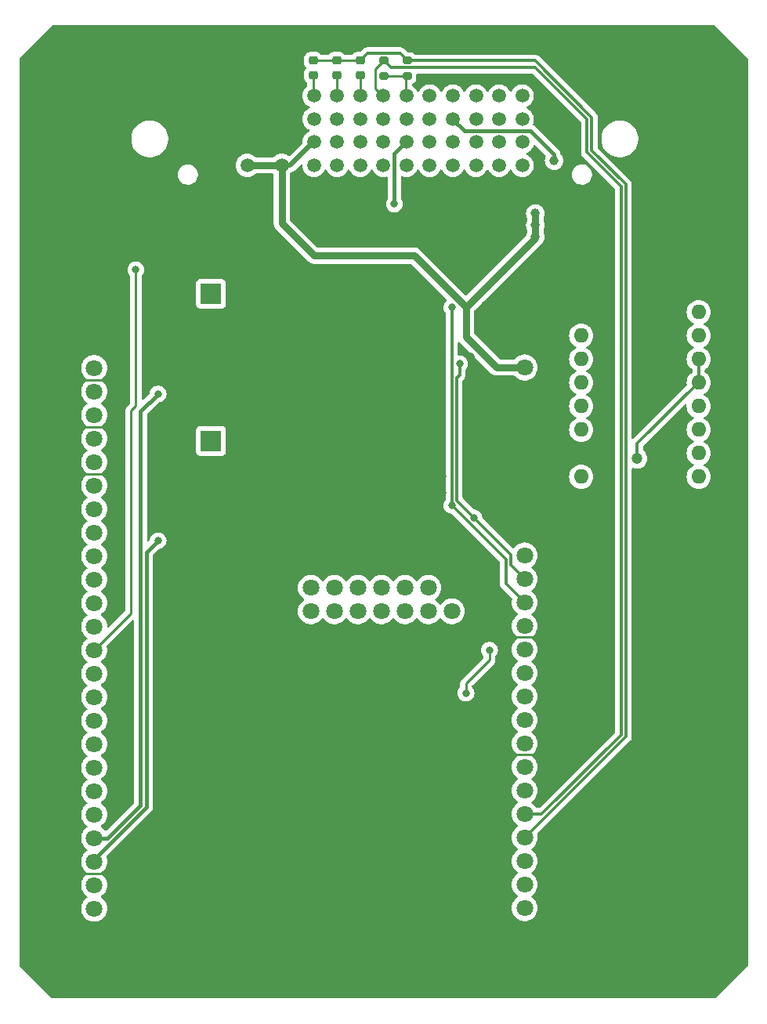
<source format=gbr>
%TF.GenerationSoftware,KiCad,Pcbnew,8.0.5*%
%TF.CreationDate,2024-11-12T15:31:54+01:00*%
%TF.ProjectId,Core4GPZ_rev0-1,436f7265-3447-4505-9a5f-726576302d31,rev?*%
%TF.SameCoordinates,Original*%
%TF.FileFunction,Copper,L2,Bot*%
%TF.FilePolarity,Positive*%
%FSLAX46Y46*%
G04 Gerber Fmt 4.6, Leading zero omitted, Abs format (unit mm)*
G04 Created by KiCad (PCBNEW 8.0.5) date 2024-11-12 15:31:54*
%MOMM*%
%LPD*%
G01*
G04 APERTURE LIST*
G04 Aperture macros list*
%AMRoundRect*
0 Rectangle with rounded corners*
0 $1 Rounding radius*
0 $2 $3 $4 $5 $6 $7 $8 $9 X,Y pos of 4 corners*
0 Add a 4 corners polygon primitive as box body*
4,1,4,$2,$3,$4,$5,$6,$7,$8,$9,$2,$3,0*
0 Add four circle primitives for the rounded corners*
1,1,$1+$1,$2,$3*
1,1,$1+$1,$4,$5*
1,1,$1+$1,$6,$7*
1,1,$1+$1,$8,$9*
0 Add four rect primitives between the rounded corners*
20,1,$1+$1,$2,$3,$4,$5,0*
20,1,$1+$1,$4,$5,$6,$7,0*
20,1,$1+$1,$6,$7,$8,$9,0*
20,1,$1+$1,$8,$9,$2,$3,0*%
G04 Aperture macros list end*
%TA.AperFunction,ComponentPad*%
%ADD10C,1.500000*%
%TD*%
%TA.AperFunction,ComponentPad*%
%ADD11R,2.200000X2.200000*%
%TD*%
%TA.AperFunction,ComponentPad*%
%ADD12O,2.200000X2.200000*%
%TD*%
%TA.AperFunction,ComponentPad*%
%ADD13C,5.600000*%
%TD*%
%TA.AperFunction,ComponentPad*%
%ADD14C,1.800000*%
%TD*%
%TA.AperFunction,ComponentPad*%
%ADD15C,5.500000*%
%TD*%
%TA.AperFunction,ComponentPad*%
%ADD16R,1.600000X1.600000*%
%TD*%
%TA.AperFunction,ComponentPad*%
%ADD17O,1.600000X1.600000*%
%TD*%
%TA.AperFunction,SMDPad,CuDef*%
%ADD18RoundRect,0.200000X0.275000X-0.200000X0.275000X0.200000X-0.275000X0.200000X-0.275000X-0.200000X0*%
%TD*%
%TA.AperFunction,SMDPad,CuDef*%
%ADD19RoundRect,0.218750X0.256250X-0.218750X0.256250X0.218750X-0.256250X0.218750X-0.256250X-0.218750X0*%
%TD*%
%TA.AperFunction,ViaPad*%
%ADD20C,0.800000*%
%TD*%
%TA.AperFunction,ViaPad*%
%ADD21C,1.000000*%
%TD*%
%TA.AperFunction,ViaPad*%
%ADD22C,1.200000*%
%TD*%
%TA.AperFunction,Conductor*%
%ADD23C,0.300000*%
%TD*%
%TA.AperFunction,Conductor*%
%ADD24C,0.400000*%
%TD*%
%TA.AperFunction,Conductor*%
%ADD25C,0.500000*%
%TD*%
%TA.AperFunction,Conductor*%
%ADD26C,0.750000*%
%TD*%
%TA.AperFunction,Conductor*%
%ADD27C,0.250000*%
%TD*%
G04 APERTURE END LIST*
D10*
%TO.P,U1,1,1A*%
%TO.N,CAM_SNSR*%
X131813000Y-53855000D03*
%TO.P,U1,2,1B*%
%TO.N,CRANK_SNSR*%
X129313000Y-53855000D03*
%TO.P,U1,3,1C*%
%TO.N,unconnected-(U1A-1C-Pad3)*%
X126813000Y-53855000D03*
%TO.P,U1,4,1D*%
%TO.N,unconnected-(U1A-1D-Pad4)*%
X124313000Y-53855000D03*
%TO.P,U1,5,1E*%
%TO.N,unconnected-(U1A-1E-Pad5)*%
X121813000Y-53855000D03*
%TO.P,U1,6,1F*%
%TO.N,/FUEL_PUMP*%
X119313000Y-53855000D03*
%TO.P,U1,7,1G*%
%TO.N,IGN_COIL2_DRIVE*%
X116813000Y-53855000D03*
%TO.P,U1,8,1H*%
%TO.N,IGN_COIL1_DRIVE*%
X114313000Y-53855000D03*
%TO.P,U1,9,1J*%
%TO.N,/INJ2_TRIG*%
X111813000Y-53855000D03*
%TO.P,U1,10,1K*%
%TO.N,/INJ1_TRIG*%
X109313000Y-53855000D03*
%TO.P,U1,11,2A*%
%TO.N,CAM_SNSR_VR-*%
X131813000Y-51355000D03*
%TO.P,U1,12,2B*%
%TO.N,CRANK_SNSR_VR-*%
X129313000Y-51355000D03*
%TO.P,U1,13,2C*%
%TO.N,unconnected-(U1A-2C-Pad13)*%
X126813000Y-51355000D03*
%TO.P,U1,14,2D*%
%TO.N,unconnected-(U1A-2D-Pad14)*%
X124313000Y-51355000D03*
%TO.P,U1,15,2E*%
%TO.N,unconnected-(U1A-2E-Pad15)*%
X121813000Y-51355000D03*
%TO.P,U1,16,2F*%
%TO.N,/FAN_CTL*%
X119313000Y-51355000D03*
%TO.P,U1,17,2G*%
%TO.N,/IDLE_1*%
X116813000Y-51355000D03*
%TO.P,U1,18,2H*%
%TO.N,unconnected-(U1A-2H-Pad18)*%
X114313000Y-51355000D03*
%TO.P,U1,19,2J*%
%TO.N,/TACHO_OUT*%
X111813000Y-51355000D03*
%TO.P,U1,20,2K*%
%TO.N,BIKE_+12V_SWITCHED_IN*%
X109313000Y-51355000D03*
%TO.P,U1,21,3A*%
%TO.N,Stepper_B1*%
X131813000Y-48855000D03*
%TO.P,U1,22,3B*%
%TO.N,Stepper_B2*%
X129313000Y-48855000D03*
%TO.P,U1,23,3C*%
%TO.N,Stepper_A2*%
X126813000Y-48855000D03*
%TO.P,U1,24,3D*%
%TO.N,Stepper_A1*%
X124313000Y-48855000D03*
%TO.P,U1,25,3E*%
%TO.N,unconnected-(U1B-3E-Pad25)*%
X121813000Y-48855000D03*
%TO.P,U1,26,3F*%
%TO.N,unconnected-(U1B-3F-Pad26)*%
X119313000Y-48855000D03*
%TO.P,U1,27,3G*%
%TO.N,unconnected-(U1B-3G-Pad27)*%
X116813000Y-48855000D03*
%TO.P,U1,28,3H*%
%TO.N,unconnected-(U1B-3H-Pad28)*%
X114313000Y-48855000D03*
%TO.P,U1,29,3J*%
%TO.N,unconnected-(U1B-3J-Pad29)*%
X111813000Y-48855000D03*
%TO.P,U1,30,3K*%
%TO.N,unconnected-(U1B-3K-Pad30)*%
X109313000Y-48855000D03*
%TO.P,U1,31,4A*%
%TO.N,/TPS_SNSR*%
X131813000Y-46355000D03*
%TO.P,U1,32,4B*%
%TO.N,CLT_SNSR*%
X129313000Y-46355000D03*
%TO.P,U1,33,4C*%
%TO.N,/IAT_SNSR*%
X126813000Y-46355000D03*
%TO.P,U1,34,4D*%
%TO.N,/02_SNSR*%
X124313000Y-46355000D03*
%TO.P,U1,35,4E*%
%TO.N,/FLEX_SNSR*%
X121813000Y-46355000D03*
%TO.P,U1,36,4F*%
%TO.N,SNSR_+5V*%
X119313000Y-46355000D03*
%TO.P,U1,37,4G*%
%TO.N,SHIFT+*%
X116813000Y-46355000D03*
%TO.P,U1,38,4H*%
%TO.N,NEUTRAL_SW*%
X114313000Y-46355000D03*
%TO.P,U1,39,4J*%
%TO.N,Clutch_SW*%
X111813000Y-46355000D03*
%TO.P,U1,40,4K*%
%TO.N,SideStand_SW*%
X109313000Y-46355000D03*
%TO.P,U1,41,1L*%
%TO.N,BIKE_+12V_SWITCHED_IN*%
X105813000Y-53855000D03*
%TO.P,U1,42,1M*%
X102113000Y-53855000D03*
%TO.P,U1,43,2L*%
%TO.N,GND*%
X105813000Y-51355000D03*
%TO.P,U1,44,2M*%
X102113000Y-51355000D03*
%TO.P,U1,45,3L*%
X105813000Y-48855000D03*
%TO.P,U1,46,3M*%
X102113000Y-48855000D03*
%TO.P,U1,47,4L*%
X105813000Y-46355000D03*
%TO.P,U1,48,4M*%
X102113000Y-46355000D03*
%TD*%
D11*
%TO.P,D5,1,K*%
%TO.N,IGN_COIL1_DRIVE*%
X98176000Y-67759000D03*
D12*
%TO.P,D5,2,A*%
%TO.N,GND*%
X98176000Y-77919000D03*
%TD*%
D13*
%TO.P,M3,1*%
%TO.N,GND*%
X82047000Y-62611000D03*
%TD*%
D14*
%TO.P,U2,1,INJ1*%
%TO.N,/INJ1_TRIG*%
X85546000Y-75759000D03*
%TO.P,U2,2,INJ1*%
%TO.N,unconnected-(U2A-INJ1-Pad2)*%
X85546000Y-78299000D03*
%TO.P,U2,3,INJ2*%
%TO.N,/INJ2_TRIG*%
X85546000Y-80839000D03*
%TO.P,U2,4,INJ2*%
%TO.N,unconnected-(U2A-INJ2-Pad4)*%
X85546000Y-83379000D03*
%TO.P,U2,5,INJ3*%
%TO.N,unconnected-(U2A-INJ3-Pad5)*%
X85546000Y-85919000D03*
%TO.P,U2,6,INJ3*%
%TO.N,unconnected-(U2A-INJ3-Pad6)*%
X85546000Y-88459000D03*
%TO.P,U2,7,INJ4*%
%TO.N,unconnected-(U2A-INJ4-Pad7)*%
X85546000Y-90999000D03*
%TO.P,U2,8,INJ4*%
%TO.N,unconnected-(U2A-INJ4-Pad8)*%
X85546000Y-93539000D03*
%TO.P,U2,9,BOOST*%
%TO.N,unconnected-(U2A-BOOST-Pad9)*%
X85546000Y-96079000D03*
%TO.P,U2,10,VVT*%
%TO.N,unconnected-(U2A-VVT-Pad10)*%
X85546000Y-98619000D03*
%TO.P,U2,11,IDLED2*%
%TO.N,unconnected-(U2A-IDLED2-Pad11)*%
X85546000Y-101159000D03*
%TO.P,U2,12,IDLED1*%
%TO.N,/IDLE_1*%
X85546000Y-103699000D03*
%TO.P,U2,13,TACHO*%
%TO.N,/TACHO_OUT*%
X85546000Y-106239000D03*
%TO.P,U2,14,FUELP*%
%TO.N,/FUEL_PUMP*%
X85546000Y-108779000D03*
%TO.P,U2,15,FAN*%
%TO.N,/FAN_CTL*%
X85546000Y-111319000D03*
%TO.P,U2,16,LC1*%
%TO.N,unconnected-(U2A-LC1-Pad16)*%
X85546000Y-113859000D03*
%TO.P,U2,17,D36*%
%TO.N,unconnected-(U2A-D36-Pad17)*%
X85546000Y-116399000D03*
%TO.P,U2,18,D35*%
%TO.N,unconnected-(U2A-D35-Pad18)*%
X85546000Y-118939000D03*
%TO.P,U2,19,D34*%
%TO.N,unconnected-(U2A-D34-Pad19)*%
X85546000Y-121479000D03*
%TO.P,U2,20,D33*%
%TO.N,unconnected-(U2A-D33-Pad20)*%
X85546000Y-124019000D03*
%TO.P,U2,21,IGN1*%
%TO.N,IGN_TRIG_1*%
X85546000Y-126559000D03*
%TO.P,U2,22,IGN2*%
%TO.N,IGN_TRIG_2*%
X85546000Y-129099000D03*
%TO.P,U2,23,IGN3*%
%TO.N,unconnected-(U2A-IGN3-Pad23)*%
X85546000Y-131639000D03*
%TO.P,U2,24,IGN4*%
%TO.N,unconnected-(U2A-IGN4-Pad24)*%
X85546000Y-134179000D03*
%TO.P,U2,25,+12V*%
%TO.N,BIKE_+12V_SWITCHED_IN*%
X132076000Y-75699000D03*
%TO.P,U2,26,EARTH*%
%TO.N,GND*%
X132076000Y-78239000D03*
%TO.P,U2,27,EARTH*%
X132076000Y-80779000D03*
%TO.P,U2,28,EARTH*%
X132076000Y-83319000D03*
%TO.P,U2,29,EARTH*%
X132076000Y-85859000D03*
%TO.P,U2,30,EARTH*%
X132076000Y-88399000D03*
%TO.P,U2,31,EARTH*%
X132076000Y-90939000D03*
%TO.P,U2,32,EARTH*%
X132076000Y-93479000D03*
%TO.P,U2,33,+5V*%
%TO.N,SNSR_+5V*%
X132076000Y-96019000D03*
%TO.P,U2,34,RPM1*%
%TO.N,CRANK_SIGNAL*%
X132076000Y-98559000D03*
%TO.P,U2,35,RPM2*%
%TO.N,CAM_SIGNAL*%
X132076000Y-101099000D03*
%TO.P,U2,36,MAP_IN*%
%TO.N,Net-(U2B-MAP_IN)*%
X132076000Y-103639000D03*
%TO.P,U2,37,TPS*%
%TO.N,/TPS_SNSR*%
X132076000Y-106179000D03*
%TO.P,U2,38,CLT*%
%TO.N,CLT_5V*%
X132076000Y-108719000D03*
%TO.P,U2,39,IAT*%
%TO.N,/IAT_SNSR*%
X132076000Y-111259000D03*
%TO.P,U2,40,02*%
%TO.N,/02_SNSR*%
X132076000Y-113799000D03*
%TO.P,U2,41,LAUNCH*%
%TO.N,unconnected-(U2B-LAUNCH-Pad41)*%
X132076000Y-116339000D03*
%TO.P,U2,42,KNOCK*%
%TO.N,unconnected-(U2B-KNOCK-Pad42)*%
X132076000Y-118879000D03*
%TO.P,U2,43,FLEX*%
%TO.N,/FLEX_SNSR*%
X132076000Y-121419000D03*
%TO.P,U2,44,SPR_IN1*%
%TO.N,SHIFT+*%
X132076000Y-123959000D03*
%TO.P,U2,45,SPR_IN2*%
%TO.N,SAFE_SIGNAL*%
X132076000Y-126499000D03*
%TO.P,U2,46,ENBL*%
%TO.N,EN*%
X132076000Y-129039000D03*
%TO.P,U2,47,STEP*%
%TO.N,STEP*%
X132076000Y-131579000D03*
%TO.P,U2,48,DIR*%
%TO.N,DIR*%
X132076000Y-134119000D03*
%TO.P,U2,49,RST*%
%TO.N,unconnected-(U2C-RST-Pad49)*%
X108966000Y-99509000D03*
%TO.P,U2,50,SS1*%
%TO.N,unconnected-(U2C-SS1-Pad50)*%
X108966000Y-102049000D03*
%TO.P,U2,51,MISO*%
%TO.N,unconnected-(U2C-MISO-Pad51)*%
X111506000Y-99509000D03*
%TO.P,U2,52,MOSI*%
%TO.N,unconnected-(U2C-MOSI-Pad52)*%
X111506000Y-102049000D03*
%TO.P,U2,53,SCK*%
%TO.N,unconnected-(U2C-SCK-Pad53)*%
X114046000Y-99509000D03*
%TO.P,U2,54,SS0*%
%TO.N,unconnected-(U2C-SS0-Pad54)*%
X114046000Y-102049000D03*
%TO.P,U2,55,TX2*%
%TO.N,unconnected-(U2C-TX2-Pad55)*%
X116586000Y-99509000D03*
%TO.P,U2,56,RX2*%
%TO.N,unconnected-(U2C-RX2-Pad56)*%
X116586000Y-102049000D03*
%TO.P,U2,57,RX0*%
%TO.N,unconnected-(U2C-RX0-Pad57)*%
X119126000Y-99509000D03*
%TO.P,U2,58,TX0*%
%TO.N,unconnected-(U2C-TX0-Pad58)*%
X119126000Y-102049000D03*
%TO.P,U2,59,TX3*%
%TO.N,unconnected-(U2C-TX3-Pad59)*%
X121666000Y-99509000D03*
%TO.P,U2,60,RX3*%
%TO.N,unconnected-(U2C-RX3-Pad60)*%
X121666000Y-102049000D03*
%TO.P,U2,61,EARTH*%
%TO.N,GND*%
X124206000Y-99509000D03*
%TO.P,U2,62,+5V*%
%TO.N,unconnected-(U2C-+5V-Pad62)*%
X124206000Y-102049000D03*
D15*
%TO.P,U2,100*%
%TO.N,GND*%
X86546000Y-70759000D03*
%TO.P,U2,101*%
X131196000Y-70739000D03*
%TO.P,U2,102*%
X131196000Y-139149000D03*
%TO.P,U2,103*%
X86546000Y-139159000D03*
%TD*%
D13*
%TO.P,M3,1*%
%TO.N,GND*%
X97287000Y-139319000D03*
%TD*%
%TO.P,M3,1*%
%TO.N,GND*%
X151643000Y-62611000D03*
%TD*%
D16*
%TO.P,A1,1,GND*%
%TO.N,GND*%
X138181000Y-69723000D03*
D17*
%TO.P,A1,2,~{FLT}*%
%TO.N,unconnected-(A1-~{FLT}-Pad2)*%
X138181000Y-72263000D03*
%TO.P,A1,3,A2*%
%TO.N,Stepper_A2*%
X138181000Y-74803000D03*
%TO.P,A1,4,A1*%
%TO.N,Stepper_A1*%
X138181000Y-77343000D03*
%TO.P,A1,5,B1*%
%TO.N,Stepper_B1*%
X138181000Y-79883000D03*
%TO.P,A1,6,B2*%
%TO.N,Stepper_B2*%
X138181000Y-82423000D03*
%TO.P,A1,7,GND*%
%TO.N,GND*%
X138181000Y-84963000D03*
%TO.P,A1,8,VMOT*%
%TO.N,Net-(A1-VMOT)*%
X138181000Y-87503000D03*
%TO.P,A1,9,~{EN}*%
%TO.N,EN*%
X150881000Y-87503000D03*
%TO.P,A1,10,M0*%
%TO.N,unconnected-(A1-M0-Pad10)*%
X150881000Y-84963000D03*
%TO.P,A1,11,M1*%
%TO.N,unconnected-(A1-M1-Pad11)*%
X150881000Y-82423000D03*
%TO.P,A1,12,M2*%
%TO.N,unconnected-(A1-M2-Pad12)*%
X150881000Y-79883000D03*
%TO.P,A1,13,~{RST}*%
%TO.N,SNSR_+5V*%
X150881000Y-77343000D03*
%TO.P,A1,14,~{SLP}*%
X150881000Y-74803000D03*
%TO.P,A1,15,STEP*%
%TO.N,STEP*%
X150881000Y-72263000D03*
%TO.P,A1,16,DIR*%
%TO.N,DIR*%
X150881000Y-69723000D03*
%TD*%
D11*
%TO.P,D6,1,K*%
%TO.N,IGN_COIL2_DRIVE*%
X98176000Y-83634000D03*
D12*
%TO.P,D6,2,A*%
%TO.N,GND*%
X98176000Y-93794000D03*
%TD*%
D13*
%TO.P,M3,1*%
%TO.N,GND*%
X151643000Y-139319000D03*
%TD*%
D18*
%TO.P,R2,1*%
%TO.N,SNSR_+5V*%
X116845000Y-44195000D03*
%TO.P,R2,2*%
%TO.N,SHIFT+*%
X116845000Y-42545000D03*
%TD*%
D19*
%TO.P,D3,1,K*%
%TO.N,NEUTRAL_SW*%
X114305000Y-44120000D03*
%TO.P,D3,2,A*%
%TO.N,SAFE_SIGNAL*%
X114305000Y-42545000D03*
%TD*%
%TO.P,D1,1,K*%
%TO.N,SideStand_SW*%
X109225000Y-44120000D03*
%TO.P,D1,2,A*%
%TO.N,SAFE_SIGNAL*%
X109225000Y-42545000D03*
%TD*%
D18*
%TO.P,R1,1*%
%TO.N,SNSR_+5V*%
X119385000Y-44195000D03*
%TO.P,R1,2*%
%TO.N,SAFE_SIGNAL*%
X119385000Y-42545000D03*
%TD*%
D19*
%TO.P,D2,1,K*%
%TO.N,Clutch_SW*%
X111765000Y-44120000D03*
%TO.P,D2,2,A*%
%TO.N,SAFE_SIGNAL*%
X111765000Y-42545000D03*
%TD*%
D20*
%TO.N,GND*%
X121163000Y-72517000D03*
X121163000Y-70739000D03*
X122941000Y-72517000D03*
X122941000Y-74549000D03*
X126243000Y-74549000D03*
X129799000Y-114935000D03*
X129799000Y-112484000D03*
X122941000Y-55499000D03*
X117607000Y-61849000D03*
X112019000Y-59563000D03*
D21*
%TO.N,BIKE_+12V_SWITCHED_IN*%
X133228000Y-60325000D03*
X133228000Y-59055000D03*
X133228000Y-61595000D03*
D22*
%TO.N,SNSR_+5V*%
X144222925Y-85539000D03*
D20*
%TO.N,IGN_TRIG_1*%
X92461000Y-78554000D03*
%TO.N,IGN_TRIG_2*%
X92461000Y-94429000D03*
%TO.N,CRANK_SIGNAL*%
X125037000Y-75311000D03*
X126597331Y-91944669D03*
%TO.N,CAM_SIGNAL*%
X124211000Y-69215000D03*
X124211000Y-90619000D03*
%TO.N,/FAN_CTL*%
X117988000Y-58039000D03*
D21*
%TO.N,Stepper_A1*%
X135260000Y-53340000D03*
D20*
%TO.N,/TACHO_OUT*%
X90048000Y-65151000D03*
%TO.N,GND*%
X121734500Y-86732500D03*
X127767000Y-68961000D03*
X104406000Y-90170000D03*
X133355000Y-57023000D03*
X109479000Y-91567000D03*
X141991000Y-129354000D03*
X110495000Y-75819000D03*
X115575000Y-70485000D03*
X149103000Y-94615000D03*
X117607000Y-109855000D03*
X154691000Y-94615000D03*
X140086000Y-84904000D03*
X127259000Y-63119000D03*
X136403000Y-78359000D03*
X123195000Y-87503000D03*
X143896000Y-127449000D03*
X102621000Y-106494000D03*
X143261000Y-121734000D03*
X87381000Y-87444000D03*
X104488500Y-74329000D03*
X107701000Y-58420000D03*
X129799000Y-67183000D03*
X88016000Y-120464000D03*
X104488500Y-76869000D03*
X124465000Y-41275000D03*
X109479000Y-84963000D03*
X119131000Y-91254000D03*
X119385000Y-72517000D03*
X141356000Y-84904000D03*
X144150000Y-62679000D03*
X110876000Y-62103000D03*
X127259000Y-60579000D03*
X140721000Y-102049000D03*
X118750000Y-96334000D03*
X116845000Y-81280000D03*
X92715000Y-90551000D03*
X92715000Y-88011000D03*
X154691000Y-77343000D03*
X147071000Y-117924000D03*
X134371000Y-109944000D03*
X116845000Y-85090000D03*
X110495000Y-73279000D03*
X110876000Y-60579000D03*
X88016000Y-130624000D03*
X106050000Y-74329000D03*
X137800000Y-59563000D03*
X154691000Y-74803000D03*
X138816000Y-97604000D03*
X82936000Y-82364000D03*
X127005000Y-41275000D03*
X140086000Y-86174000D03*
X148341000Y-84904000D03*
X125735000Y-114935000D03*
X121290000Y-74549000D03*
X134371000Y-112484000D03*
X113035000Y-58547000D03*
X140975000Y-46990000D03*
X104406000Y-92710000D03*
X144209475Y-77284000D03*
X115575000Y-81280000D03*
X99446000Y-102049000D03*
X136911000Y-97604000D03*
X140975000Y-89984000D03*
X134371000Y-121539000D03*
X140086000Y-83634000D03*
X138181000Y-133164000D03*
X103510000Y-109855000D03*
X132085000Y-41275000D03*
X99319000Y-72263000D03*
X123703000Y-114935000D03*
X150881000Y-114114000D03*
X148341000Y-72204000D03*
X112400000Y-95250000D03*
X106050000Y-107315000D03*
X122941000Y-76581000D03*
X128021000Y-99441000D03*
X144531000Y-99509000D03*
X128021000Y-72771000D03*
X87381000Y-100144000D03*
X126497000Y-102235000D03*
X91572000Y-69723000D03*
X137800000Y-62611000D03*
X120020000Y-59690000D03*
X87381000Y-94429000D03*
X129545000Y-41275000D03*
X140340000Y-48260000D03*
X98811000Y-63119000D03*
X148976000Y-116019000D03*
X137800000Y-57785000D03*
X91572000Y-66675000D03*
X92715000Y-82677000D03*
X149103000Y-90619000D03*
X110495000Y-78867000D03*
X118750000Y-60960000D03*
X148341000Y-74744000D03*
X149611000Y-121734000D03*
X144209475Y-72204000D03*
X136403000Y-80899000D03*
X97223500Y-90551000D03*
X107320000Y-106045000D03*
X103383000Y-61595000D03*
X129799000Y-78359000D03*
X138943000Y-89984000D03*
X92715000Y-83947000D03*
X105161000Y-103954000D03*
X113670000Y-95250000D03*
X137927000Y-117983000D03*
X140848000Y-112209000D03*
X116210000Y-88900000D03*
X139705000Y-46990000D03*
X129799000Y-80899000D03*
X141610000Y-48260000D03*
X154691000Y-99695000D03*
X137800000Y-49530000D03*
X125735000Y-78613000D03*
X128783000Y-58547000D03*
X127767000Y-114935000D03*
X93731000Y-100144000D03*
X129799000Y-85979000D03*
X148341000Y-108399000D03*
X133228000Y-64643000D03*
X140086000Y-131259000D03*
X148341000Y-69664000D03*
X125989000Y-89281000D03*
X92715000Y-81407000D03*
X129799000Y-83439000D03*
X118606000Y-86732500D03*
X104488500Y-75599000D03*
X144150000Y-59631000D03*
X154691000Y-97155000D03*
X136911000Y-102049000D03*
X154691000Y-82423000D03*
X145801000Y-125544000D03*
X99319000Y-87904000D03*
X139578000Y-113479000D03*
X148341000Y-109669000D03*
X137038000Y-116019000D03*
X103891000Y-105224000D03*
X140721000Y-99509000D03*
X117607000Y-111887000D03*
X149611000Y-109669000D03*
X138308000Y-114749000D03*
X92715000Y-89281000D03*
X112400000Y-96520000D03*
X97287000Y-72263000D03*
X125989000Y-87757000D03*
X87381000Y-82364000D03*
X110495000Y-70739000D03*
X154691000Y-79883000D03*
X141356000Y-123639000D03*
X113670000Y-96520000D03*
X114305000Y-57277000D03*
X122941000Y-103505000D03*
X137800000Y-61087000D03*
X102240000Y-111125000D03*
X100843000Y-61595000D03*
X91572000Y-68199000D03*
X99446000Y-100144000D03*
X141356000Y-83634000D03*
X145801000Y-109669000D03*
X121671000Y-111887000D03*
X139705000Y-41275000D03*
X120147000Y-86741000D03*
X115575000Y-77470000D03*
X153421000Y-117924000D03*
X131323000Y-65659000D03*
X126497000Y-94869000D03*
X144209475Y-69664000D03*
X121290000Y-58420000D03*
X133355000Y-52959000D03*
X144531000Y-97604000D03*
X154691000Y-102235000D03*
X97287000Y-75311000D03*
X135260000Y-46990000D03*
X136530000Y-48260000D03*
X130307000Y-57023000D03*
X120147000Y-105029000D03*
X140721000Y-97604000D03*
X110495000Y-65659000D03*
X147706000Y-123639000D03*
X100081000Y-109034000D03*
X106050000Y-90170000D03*
X96779000Y-64643000D03*
X129799000Y-90297000D03*
X116210000Y-96334000D03*
X144150000Y-61155000D03*
X136911000Y-90043000D03*
X137165000Y-41275000D03*
X149103000Y-92583000D03*
X151516000Y-119829000D03*
X145801000Y-108399000D03*
X126497000Y-96393000D03*
X108971000Y-57277000D03*
X109479000Y-82931000D03*
X133228000Y-66675000D03*
X149611000Y-108399000D03*
X99319000Y-75311000D03*
X97541000Y-100144000D03*
X95636000Y-102049000D03*
X115575000Y-85090000D03*
X120909000Y-107696000D03*
X135895000Y-120015000D03*
X144531000Y-101414000D03*
X128275000Y-89281000D03*
X88016000Y-115384000D03*
X145166000Y-119829000D03*
X144209475Y-74744000D03*
X144150000Y-57785000D03*
X149103000Y-96647000D03*
X120655000Y-96334000D03*
X129799000Y-102743000D03*
X109479000Y-89027000D03*
X106685000Y-64770000D03*
X99319000Y-90551000D03*
X109479000Y-86995000D03*
X117480000Y-91254000D03*
X128021000Y-100711000D03*
X125989000Y-76835000D03*
X104406000Y-91440000D03*
X95636000Y-100144000D03*
X134625000Y-41275000D03*
X147071000Y-109669000D03*
X116210000Y-90170000D03*
X129799000Y-88519000D03*
X101351000Y-107764000D03*
X123195000Y-89281000D03*
X133355000Y-54991000D03*
X103383000Y-64643000D03*
X123703000Y-105791000D03*
X140467000Y-115443000D03*
X134371000Y-117564000D03*
X134371000Y-104864000D03*
X133228000Y-65659000D03*
X127767000Y-104267000D03*
X134879000Y-90043000D03*
X97541000Y-102049000D03*
X104780000Y-108585000D03*
X148341000Y-77284000D03*
X121671000Y-114935000D03*
X93731000Y-102049000D03*
X106685000Y-63500000D03*
X115575000Y-65405000D03*
X87381000Y-76649000D03*
X115575000Y-67310000D03*
X117607000Y-107823000D03*
X119385000Y-70739000D03*
X97223500Y-87904000D03*
X148341000Y-82364000D03*
X141356000Y-86174000D03*
X116845000Y-77470000D03*
X129799000Y-109944000D03*
X110495000Y-68199000D03*
X115575000Y-73660000D03*
X147071000Y-108399000D03*
X126497000Y-99441000D03*
%TO.N,Net-(JP5-B)*%
X128275000Y-106239000D03*
X125735000Y-110903000D03*
%TD*%
D23*
%TO.N,CAM_SIGNAL*%
X124211000Y-90619000D02*
X124211000Y-69215000D01*
D24*
%TO.N,Stepper_A1*%
X125545166Y-50165000D02*
X124221753Y-48841587D01*
X132720000Y-50165000D02*
X125545166Y-50165000D01*
X135260000Y-52705000D02*
X132720000Y-50165000D01*
X135260000Y-53340000D02*
X135260000Y-52705000D01*
%TO.N,/FAN_CTL*%
X117988000Y-52575340D02*
X119221753Y-51341587D01*
X117988000Y-58039000D02*
X117988000Y-52575340D01*
D25*
%TO.N,BIKE_+12V_SWITCHED_IN*%
X106708340Y-53855000D02*
X109221753Y-51341587D01*
X105813000Y-53855000D02*
X106708340Y-53855000D01*
D26*
X105813000Y-53855000D02*
X102035166Y-53855000D01*
X102035166Y-53855000D02*
X102021753Y-53841587D01*
X109352000Y-63627000D02*
X105813000Y-60088000D01*
X105813000Y-60088000D02*
X105813000Y-53932834D01*
X120147000Y-63627000D02*
X109352000Y-63627000D01*
X125735000Y-69215000D02*
X120147000Y-63627000D01*
X133228000Y-61595000D02*
X133228000Y-61722000D01*
X132146000Y-75699000D02*
X132076000Y-75699000D01*
X133228000Y-61722000D02*
X125735000Y-69215000D01*
X133228000Y-59055000D02*
X133228000Y-60325000D01*
X132076000Y-75699000D02*
X129044000Y-75699000D01*
X133228000Y-60325000D02*
X133228000Y-61595000D01*
X125735000Y-72390000D02*
X125735000Y-69215000D01*
X129044000Y-75699000D02*
X125735000Y-72390000D01*
D27*
%TO.N,SNSR_+5V*%
X119385000Y-46178340D02*
X119221753Y-46341587D01*
D23*
X144222925Y-83942075D02*
X150881000Y-77284000D01*
D24*
X132151000Y-96019000D02*
X132076000Y-96019000D01*
D23*
X144222925Y-85539000D02*
X144222925Y-83942075D01*
D27*
X119221753Y-46341587D02*
X119221753Y-44358247D01*
X116845000Y-44195000D02*
X119385000Y-44195000D01*
D23*
X150881000Y-77284000D02*
X150881000Y-74744000D01*
D27*
X119221753Y-44358247D02*
X119385000Y-44195000D01*
D23*
%TO.N,SAFE_SIGNAL*%
X114305000Y-42545000D02*
X115092500Y-41757500D01*
D27*
X114305000Y-42545000D02*
X109225000Y-42545000D01*
D23*
X115092500Y-41757500D02*
X118597500Y-41757500D01*
X133173107Y-42545000D02*
X139324000Y-48695893D01*
X119385000Y-42545000D02*
X133173107Y-42545000D01*
X142998000Y-55925894D02*
X142998000Y-115577000D01*
X139324000Y-48695893D02*
X139324000Y-52251894D01*
X118597500Y-41757500D02*
X119385000Y-42545000D01*
X139324000Y-52251894D02*
X142998000Y-55925894D01*
X142998000Y-115577000D02*
X132076000Y-126499000D01*
D27*
%TO.N,SideStand_SW*%
X109225000Y-46338340D02*
X109221753Y-46341587D01*
X109225000Y-46405000D02*
X109195000Y-46435000D01*
X109225000Y-44120000D02*
X109225000Y-46338340D01*
%TO.N,Clutch_SW*%
X111765000Y-44120000D02*
X111765000Y-46298340D01*
X111765000Y-46365000D02*
X111695000Y-46435000D01*
X111765000Y-46298340D02*
X111721753Y-46341587D01*
%TO.N,NEUTRAL_SW*%
X114305000Y-46258340D02*
X114221753Y-46341587D01*
X114305000Y-44120000D02*
X114305000Y-46258340D01*
X114305000Y-46225000D02*
X114095000Y-46435000D01*
D24*
%TO.N,IGN_TRIG_1*%
X90556000Y-123004000D02*
X87001000Y-126559000D01*
X90556000Y-80459000D02*
X90556000Y-123004000D01*
X87001000Y-126559000D02*
X85546000Y-126559000D01*
X92461000Y-78554000D02*
X90556000Y-80459000D01*
%TO.N,IGN_TRIG_2*%
X91191000Y-123217528D02*
X85546000Y-128862528D01*
X85546000Y-128862528D02*
X85546000Y-129099000D01*
X91191000Y-95699000D02*
X91191000Y-123217528D01*
X92461000Y-94429000D02*
X91191000Y-95699000D01*
D27*
%TO.N,CRANK_SNSR*%
X129195000Y-53935000D02*
X129260305Y-53935000D01*
D23*
%TO.N,CRANK_SIGNAL*%
X130561000Y-97044000D02*
X132076000Y-98559000D01*
X126597331Y-91944669D02*
X130561000Y-95908338D01*
X124719000Y-76835000D02*
X125037000Y-76517000D01*
X126597331Y-91944669D02*
X124719000Y-90066338D01*
X124719000Y-90066338D02*
X124719000Y-76835000D01*
X125037000Y-76517000D02*
X125037000Y-75311000D01*
X130561000Y-95908338D02*
X130561000Y-97044000D01*
%TO.N,CAM_SIGNAL*%
X130053000Y-96461000D02*
X130053000Y-99076000D01*
X124211000Y-90619000D02*
X130053000Y-96461000D01*
X130053000Y-99076000D02*
X132076000Y-101099000D01*
D24*
%TO.N,Stepper_B1*%
X131775166Y-48895000D02*
X131721753Y-48841587D01*
D27*
%TO.N,SHIFT+*%
X116721753Y-46341587D02*
X115959754Y-45579588D01*
X115959754Y-45579588D02*
X115959754Y-43430246D01*
D23*
X132076000Y-123959000D02*
X133908894Y-123959000D01*
X133908894Y-123959000D02*
X142498000Y-115369894D01*
D27*
X116845000Y-46185000D02*
X116595000Y-46435000D01*
D23*
X142498000Y-115369894D02*
X142498000Y-56133000D01*
X138816000Y-48895000D02*
X133216000Y-43295000D01*
X117595000Y-43295000D02*
X116845000Y-42545000D01*
X133216000Y-43295000D02*
X117595000Y-43295000D01*
X142498000Y-56133000D02*
X138816000Y-52451000D01*
D27*
X115959754Y-43430246D02*
X116845000Y-42545000D01*
X116845000Y-46218340D02*
X116721753Y-46341587D01*
D23*
X138816000Y-52451000D02*
X138816000Y-48895000D01*
D24*
%TO.N,Net-(U2B-MAP_IN)*%
X132371000Y-103344000D02*
X132076000Y-103639000D01*
D27*
%TO.N,/TACHO_OUT*%
X90048000Y-65151000D02*
X90048000Y-79883000D01*
X90048000Y-79883000D02*
X89540000Y-80391000D01*
X89540000Y-102245000D02*
X85546000Y-106239000D01*
X89540000Y-80391000D02*
X89540000Y-102245000D01*
%TO.N,GND*%
X88016000Y-130624000D02*
X87806000Y-130414000D01*
X83781000Y-130414000D02*
X83571000Y-130624000D01*
X87381000Y-87444000D02*
X86746000Y-87444000D01*
X87806000Y-130414000D02*
X83781000Y-130414000D01*
X87171000Y-82154000D02*
X83146000Y-82154000D01*
X87381000Y-76649000D02*
X86956000Y-77074000D01*
X86536000Y-87234000D02*
X83361000Y-87234000D01*
X86956000Y-77074000D02*
X83781000Y-77074000D01*
X134371000Y-104864000D02*
X129566000Y-104864000D01*
X86746000Y-87444000D02*
X86536000Y-87234000D01*
X83146000Y-82154000D02*
X82936000Y-82364000D01*
X83361000Y-87234000D02*
X82936000Y-86809000D01*
X134371000Y-117564000D02*
X129888000Y-117564000D01*
X83781000Y-77074000D02*
X83571000Y-77284000D01*
X87381000Y-82364000D02*
X87171000Y-82154000D01*
%TO.N,Net-(JP5-B)*%
X128275000Y-107315000D02*
X128275000Y-106239000D01*
X125735000Y-109855000D02*
X128275000Y-107315000D01*
X125735000Y-110903000D02*
X125735000Y-109855000D01*
%TD*%
%TA.AperFunction,Conductor*%
%TO.N,GND*%
G36*
X89774834Y-102997269D02*
G01*
X89830767Y-103039141D01*
X89855184Y-103104605D01*
X89855500Y-103113451D01*
X89855500Y-122662480D01*
X89835815Y-122729519D01*
X89819181Y-122750161D01*
X86849300Y-125720041D01*
X86787977Y-125753526D01*
X86718285Y-125748542D01*
X86662352Y-125706670D01*
X86657819Y-125700194D01*
X86654979Y-125695847D01*
X86497784Y-125525087D01*
X86320180Y-125386853D01*
X86279368Y-125330143D01*
X86275693Y-125260370D01*
X86310324Y-125199687D01*
X86320181Y-125191146D01*
X86324407Y-125187857D01*
X86497784Y-125052913D01*
X86654979Y-124882153D01*
X86781924Y-124687849D01*
X86875157Y-124475300D01*
X86932134Y-124250305D01*
X86932135Y-124250297D01*
X86951300Y-124019006D01*
X86951300Y-124018993D01*
X86932135Y-123787702D01*
X86932133Y-123787691D01*
X86875157Y-123562699D01*
X86781924Y-123350151D01*
X86654983Y-123155852D01*
X86654980Y-123155849D01*
X86654979Y-123155847D01*
X86497784Y-122985087D01*
X86320180Y-122846853D01*
X86279368Y-122790143D01*
X86275693Y-122720370D01*
X86310324Y-122659687D01*
X86320181Y-122651146D01*
X86324407Y-122647857D01*
X86497784Y-122512913D01*
X86654979Y-122342153D01*
X86781924Y-122147849D01*
X86875157Y-121935300D01*
X86932134Y-121710305D01*
X86932135Y-121710297D01*
X86951300Y-121479006D01*
X86951300Y-121478993D01*
X86932135Y-121247702D01*
X86932133Y-121247691D01*
X86875157Y-121022699D01*
X86781924Y-120810151D01*
X86654983Y-120615852D01*
X86654980Y-120615849D01*
X86654979Y-120615847D01*
X86497784Y-120445087D01*
X86320180Y-120306853D01*
X86279368Y-120250143D01*
X86275693Y-120180370D01*
X86310324Y-120119687D01*
X86320181Y-120111146D01*
X86324407Y-120107857D01*
X86497784Y-119972913D01*
X86654979Y-119802153D01*
X86781924Y-119607849D01*
X86875157Y-119395300D01*
X86932134Y-119170305D01*
X86932135Y-119170297D01*
X86951300Y-118939006D01*
X86951300Y-118938993D01*
X86932135Y-118707702D01*
X86932133Y-118707691D01*
X86875157Y-118482699D01*
X86781924Y-118270151D01*
X86654983Y-118075852D01*
X86654980Y-118075849D01*
X86654979Y-118075847D01*
X86497784Y-117905087D01*
X86320180Y-117766853D01*
X86279368Y-117710143D01*
X86275693Y-117640370D01*
X86310324Y-117579687D01*
X86320181Y-117571146D01*
X86324407Y-117567857D01*
X86497784Y-117432913D01*
X86654979Y-117262153D01*
X86781924Y-117067849D01*
X86875157Y-116855300D01*
X86932134Y-116630305D01*
X86932135Y-116630297D01*
X86951300Y-116399006D01*
X86951300Y-116398993D01*
X86932135Y-116167702D01*
X86932133Y-116167691D01*
X86875157Y-115942699D01*
X86781924Y-115730151D01*
X86654983Y-115535852D01*
X86654980Y-115535849D01*
X86654979Y-115535847D01*
X86497784Y-115365087D01*
X86320180Y-115226853D01*
X86279368Y-115170143D01*
X86275693Y-115100370D01*
X86310324Y-115039687D01*
X86320181Y-115031146D01*
X86324407Y-115027857D01*
X86497784Y-114892913D01*
X86654979Y-114722153D01*
X86781924Y-114527849D01*
X86875157Y-114315300D01*
X86932134Y-114090305D01*
X86932135Y-114090297D01*
X86951300Y-113859006D01*
X86951300Y-113858993D01*
X86932135Y-113627702D01*
X86932133Y-113627691D01*
X86875157Y-113402699D01*
X86781924Y-113190151D01*
X86654983Y-112995852D01*
X86654980Y-112995849D01*
X86654979Y-112995847D01*
X86497784Y-112825087D01*
X86320180Y-112686853D01*
X86279368Y-112630143D01*
X86275693Y-112560370D01*
X86310324Y-112499687D01*
X86320181Y-112491146D01*
X86324407Y-112487857D01*
X86497784Y-112352913D01*
X86654979Y-112182153D01*
X86781924Y-111987849D01*
X86875157Y-111775300D01*
X86932134Y-111550305D01*
X86932135Y-111550297D01*
X86951300Y-111319006D01*
X86951300Y-111318993D01*
X86932135Y-111087702D01*
X86932133Y-111087691D01*
X86875157Y-110862699D01*
X86781924Y-110650151D01*
X86654983Y-110455852D01*
X86654980Y-110455849D01*
X86654979Y-110455847D01*
X86497784Y-110285087D01*
X86320180Y-110146853D01*
X86279368Y-110090143D01*
X86275693Y-110020370D01*
X86310324Y-109959687D01*
X86320181Y-109951146D01*
X86324407Y-109947857D01*
X86497784Y-109812913D01*
X86654979Y-109642153D01*
X86781924Y-109447849D01*
X86875157Y-109235300D01*
X86932134Y-109010305D01*
X86932135Y-109010297D01*
X86951300Y-108779006D01*
X86951300Y-108778993D01*
X86932135Y-108547702D01*
X86932133Y-108547691D01*
X86875157Y-108322699D01*
X86781924Y-108110151D01*
X86654983Y-107915852D01*
X86654980Y-107915849D01*
X86654979Y-107915847D01*
X86497784Y-107745087D01*
X86320180Y-107606853D01*
X86279368Y-107550143D01*
X86275693Y-107480370D01*
X86310324Y-107419687D01*
X86320181Y-107411146D01*
X86324407Y-107407857D01*
X86497784Y-107272913D01*
X86654979Y-107102153D01*
X86781924Y-106907849D01*
X86875157Y-106695300D01*
X86932134Y-106470305D01*
X86935701Y-106427256D01*
X86951300Y-106239006D01*
X86951300Y-106238993D01*
X86932135Y-106007702D01*
X86932132Y-106007686D01*
X86916941Y-105947702D01*
X86894823Y-105860361D01*
X86897447Y-105790544D01*
X86927345Y-105742243D01*
X89643821Y-103025768D01*
X89705142Y-102992285D01*
X89774834Y-102997269D01*
G37*
%TD.AperFunction*%
%TA.AperFunction,Conductor*%
G36*
X132962231Y-43965185D02*
G01*
X132982873Y-43981819D01*
X138129181Y-49128127D01*
X138162666Y-49189450D01*
X138165500Y-49215808D01*
X138165500Y-52515071D01*
X138184438Y-52610274D01*
X138184438Y-52610275D01*
X138190497Y-52640737D01*
X138190498Y-52640741D01*
X138190499Y-52640744D01*
X138239535Y-52759127D01*
X138310723Y-52865669D01*
X138310726Y-52865673D01*
X138310727Y-52865674D01*
X141811181Y-56366127D01*
X141844666Y-56427450D01*
X141847500Y-56453808D01*
X141847500Y-115049086D01*
X141827815Y-115116125D01*
X141811181Y-115136767D01*
X133675767Y-123272181D01*
X133614444Y-123305666D01*
X133588086Y-123308500D01*
X133391017Y-123308500D01*
X133323978Y-123288815D01*
X133287208Y-123252321D01*
X133184983Y-123095852D01*
X133184980Y-123095849D01*
X133184979Y-123095847D01*
X133027784Y-122925087D01*
X132850180Y-122786853D01*
X132809368Y-122730143D01*
X132805693Y-122660370D01*
X132840324Y-122599687D01*
X132850181Y-122591146D01*
X133027784Y-122452913D01*
X133184979Y-122282153D01*
X133311924Y-122087849D01*
X133405157Y-121875300D01*
X133462134Y-121650305D01*
X133476328Y-121479006D01*
X133481300Y-121419006D01*
X133481300Y-121418993D01*
X133462135Y-121187702D01*
X133462133Y-121187691D01*
X133405157Y-120962699D01*
X133311924Y-120750151D01*
X133184983Y-120555852D01*
X133184980Y-120555849D01*
X133184979Y-120555847D01*
X133027784Y-120385087D01*
X132850180Y-120246853D01*
X132809368Y-120190143D01*
X132805693Y-120120370D01*
X132840324Y-120059687D01*
X132850181Y-120051146D01*
X133027784Y-119912913D01*
X133184979Y-119742153D01*
X133311924Y-119547849D01*
X133405157Y-119335300D01*
X133462134Y-119110305D01*
X133476328Y-118939006D01*
X133481300Y-118879006D01*
X133481300Y-118878993D01*
X133462135Y-118647702D01*
X133462133Y-118647691D01*
X133405157Y-118422699D01*
X133311924Y-118210151D01*
X133184983Y-118015852D01*
X133184980Y-118015849D01*
X133184979Y-118015847D01*
X133027784Y-117845087D01*
X132850180Y-117706853D01*
X132809368Y-117650143D01*
X132805693Y-117580370D01*
X132840324Y-117519687D01*
X132850181Y-117511146D01*
X133027784Y-117372913D01*
X133184979Y-117202153D01*
X133311924Y-117007849D01*
X133405157Y-116795300D01*
X133462134Y-116570305D01*
X133476328Y-116399006D01*
X133481300Y-116339006D01*
X133481300Y-116338993D01*
X133462135Y-116107702D01*
X133462133Y-116107691D01*
X133405157Y-115882699D01*
X133311924Y-115670151D01*
X133184983Y-115475852D01*
X133184980Y-115475849D01*
X133184979Y-115475847D01*
X133027784Y-115305087D01*
X132850180Y-115166853D01*
X132809368Y-115110143D01*
X132805693Y-115040370D01*
X132840324Y-114979687D01*
X132850181Y-114971146D01*
X133027784Y-114832913D01*
X133184979Y-114662153D01*
X133311924Y-114467849D01*
X133405157Y-114255300D01*
X133462134Y-114030305D01*
X133476328Y-113859006D01*
X133481300Y-113799006D01*
X133481300Y-113798993D01*
X133462135Y-113567702D01*
X133462133Y-113567691D01*
X133405157Y-113342699D01*
X133311924Y-113130151D01*
X133184983Y-112935852D01*
X133184980Y-112935849D01*
X133184979Y-112935847D01*
X133027784Y-112765087D01*
X132850180Y-112626853D01*
X132809368Y-112570143D01*
X132805693Y-112500370D01*
X132840324Y-112439687D01*
X132850181Y-112431146D01*
X133027784Y-112292913D01*
X133184979Y-112122153D01*
X133311924Y-111927849D01*
X133405157Y-111715300D01*
X133462134Y-111490305D01*
X133476328Y-111319006D01*
X133481300Y-111259006D01*
X133481300Y-111258993D01*
X133462135Y-111027702D01*
X133462133Y-111027691D01*
X133405157Y-110802699D01*
X133311924Y-110590151D01*
X133184983Y-110395852D01*
X133184980Y-110395849D01*
X133184979Y-110395847D01*
X133027784Y-110225087D01*
X132850180Y-110086853D01*
X132809368Y-110030143D01*
X132805693Y-109960370D01*
X132840324Y-109899687D01*
X132850181Y-109891146D01*
X133027784Y-109752913D01*
X133184979Y-109582153D01*
X133311924Y-109387849D01*
X133405157Y-109175300D01*
X133462134Y-108950305D01*
X133476328Y-108779006D01*
X133481300Y-108719006D01*
X133481300Y-108718993D01*
X133462135Y-108487702D01*
X133462133Y-108487691D01*
X133405157Y-108262699D01*
X133311924Y-108050151D01*
X133184983Y-107855852D01*
X133184980Y-107855849D01*
X133184979Y-107855847D01*
X133027784Y-107685087D01*
X132850180Y-107546853D01*
X132809368Y-107490143D01*
X132805693Y-107420370D01*
X132840324Y-107359687D01*
X132850181Y-107351146D01*
X133027784Y-107212913D01*
X133184979Y-107042153D01*
X133311924Y-106847849D01*
X133405157Y-106635300D01*
X133462134Y-106410305D01*
X133476328Y-106239006D01*
X133481300Y-106179006D01*
X133481300Y-106178993D01*
X133462135Y-105947702D01*
X133462133Y-105947691D01*
X133405157Y-105722699D01*
X133311924Y-105510151D01*
X133184983Y-105315852D01*
X133184980Y-105315849D01*
X133184979Y-105315847D01*
X133027784Y-105145087D01*
X132850180Y-105006853D01*
X132809368Y-104950143D01*
X132805693Y-104880370D01*
X132840324Y-104819687D01*
X132850181Y-104811146D01*
X133027784Y-104672913D01*
X133184979Y-104502153D01*
X133311924Y-104307849D01*
X133405157Y-104095300D01*
X133462134Y-103870305D01*
X133470503Y-103769305D01*
X133481300Y-103639006D01*
X133481300Y-103638993D01*
X133462135Y-103407702D01*
X133462133Y-103407691D01*
X133405157Y-103182699D01*
X133311924Y-102970151D01*
X133184983Y-102775852D01*
X133184980Y-102775849D01*
X133184979Y-102775847D01*
X133027784Y-102605087D01*
X132850180Y-102466853D01*
X132809368Y-102410143D01*
X132805693Y-102340370D01*
X132840324Y-102279687D01*
X132850181Y-102271146D01*
X133027784Y-102132913D01*
X133184979Y-101962153D01*
X133311924Y-101767849D01*
X133405157Y-101555300D01*
X133462134Y-101330305D01*
X133463090Y-101318773D01*
X133481300Y-101099006D01*
X133481300Y-101098993D01*
X133462135Y-100867702D01*
X133462133Y-100867691D01*
X133405157Y-100642699D01*
X133311924Y-100430151D01*
X133184983Y-100235852D01*
X133184980Y-100235849D01*
X133184979Y-100235847D01*
X133027784Y-100065087D01*
X132850180Y-99926853D01*
X132809368Y-99870143D01*
X132805693Y-99800370D01*
X132840324Y-99739687D01*
X132850181Y-99731146D01*
X133027784Y-99592913D01*
X133184979Y-99422153D01*
X133311924Y-99227849D01*
X133405157Y-99015300D01*
X133462134Y-98790305D01*
X133463090Y-98778773D01*
X133481300Y-98559006D01*
X133481300Y-98558993D01*
X133462135Y-98327702D01*
X133462133Y-98327691D01*
X133405157Y-98102699D01*
X133311924Y-97890151D01*
X133184983Y-97695852D01*
X133184980Y-97695849D01*
X133184979Y-97695847D01*
X133027784Y-97525087D01*
X132850180Y-97386853D01*
X132809368Y-97330143D01*
X132805693Y-97260370D01*
X132840324Y-97199687D01*
X132850181Y-97191146D01*
X133027784Y-97052913D01*
X133184979Y-96882153D01*
X133311924Y-96687849D01*
X133405157Y-96475300D01*
X133462134Y-96250305D01*
X133476328Y-96079006D01*
X133481300Y-96019006D01*
X133481300Y-96018993D01*
X133462135Y-95787702D01*
X133462133Y-95787691D01*
X133405157Y-95562699D01*
X133311924Y-95350151D01*
X133184983Y-95155852D01*
X133184980Y-95155849D01*
X133184979Y-95155847D01*
X133027784Y-94985087D01*
X133027779Y-94985083D01*
X133027777Y-94985081D01*
X132844634Y-94842535D01*
X132844628Y-94842531D01*
X132640504Y-94732064D01*
X132640495Y-94732061D01*
X132420984Y-94656702D01*
X132249282Y-94628050D01*
X132192049Y-94618500D01*
X131959951Y-94618500D01*
X131914164Y-94626140D01*
X131731015Y-94656702D01*
X131511504Y-94732061D01*
X131511495Y-94732064D01*
X131307371Y-94842531D01*
X131307365Y-94842535D01*
X131124222Y-94985081D01*
X131124219Y-94985084D01*
X131124216Y-94985086D01*
X131124216Y-94985087D01*
X131068983Y-95045087D01*
X130967015Y-95155854D01*
X130956265Y-95172309D01*
X130903119Y-95217665D01*
X130833888Y-95227089D01*
X130770552Y-95197587D01*
X130764776Y-95192168D01*
X127532139Y-91959531D01*
X127498654Y-91898208D01*
X127496499Y-91884810D01*
X127483005Y-91756414D01*
X127454228Y-91667849D01*
X127424510Y-91576385D01*
X127329864Y-91412453D01*
X127203202Y-91271781D01*
X127203201Y-91271780D01*
X127050065Y-91160520D01*
X127050060Y-91160517D01*
X126877138Y-91083526D01*
X126877133Y-91083524D01*
X126731332Y-91052534D01*
X126691977Y-91044169D01*
X126691976Y-91044169D01*
X126668138Y-91044169D01*
X126601099Y-91024484D01*
X126580457Y-91007850D01*
X125405819Y-89833211D01*
X125372334Y-89771888D01*
X125369500Y-89745530D01*
X125369500Y-87502998D01*
X136875532Y-87502998D01*
X136875532Y-87503001D01*
X136895364Y-87729686D01*
X136895366Y-87729697D01*
X136954258Y-87949488D01*
X136954261Y-87949497D01*
X137050431Y-88155732D01*
X137050432Y-88155734D01*
X137180954Y-88342141D01*
X137341858Y-88503045D01*
X137341861Y-88503047D01*
X137528266Y-88633568D01*
X137734504Y-88729739D01*
X137954308Y-88788635D01*
X138116230Y-88802801D01*
X138180998Y-88808468D01*
X138181000Y-88808468D01*
X138181002Y-88808468D01*
X138237673Y-88803509D01*
X138407692Y-88788635D01*
X138627496Y-88729739D01*
X138833734Y-88633568D01*
X139020139Y-88503047D01*
X139181047Y-88342139D01*
X139311568Y-88155734D01*
X139407739Y-87949496D01*
X139466635Y-87729692D01*
X139486468Y-87503000D01*
X139466635Y-87276308D01*
X139407739Y-87056504D01*
X139311568Y-86850266D01*
X139181047Y-86663861D01*
X139181045Y-86663858D01*
X139020141Y-86502954D01*
X138833734Y-86372432D01*
X138833732Y-86372431D01*
X138627497Y-86276261D01*
X138627488Y-86276258D01*
X138407697Y-86217366D01*
X138407693Y-86217365D01*
X138407692Y-86217365D01*
X138407691Y-86217364D01*
X138407686Y-86217364D01*
X138181002Y-86197532D01*
X138180998Y-86197532D01*
X137954313Y-86217364D01*
X137954302Y-86217366D01*
X137734511Y-86276258D01*
X137734502Y-86276261D01*
X137528267Y-86372431D01*
X137528265Y-86372432D01*
X137341858Y-86502954D01*
X137180954Y-86663858D01*
X137050432Y-86850265D01*
X137050431Y-86850267D01*
X136954261Y-87056502D01*
X136954258Y-87056511D01*
X136895366Y-87276302D01*
X136895364Y-87276313D01*
X136875532Y-87502998D01*
X125369500Y-87502998D01*
X125369500Y-77155808D01*
X125389185Y-77088769D01*
X125405814Y-77068131D01*
X125542277Y-76931669D01*
X125613465Y-76825127D01*
X125662501Y-76706744D01*
X125671590Y-76661051D01*
X125687500Y-76581069D01*
X125687500Y-75981921D01*
X125707185Y-75914882D01*
X125719351Y-75898948D01*
X125720109Y-75898106D01*
X125769533Y-75843216D01*
X125864179Y-75679284D01*
X125922674Y-75499256D01*
X125942460Y-75311000D01*
X125922674Y-75122744D01*
X125864179Y-74942716D01*
X125769533Y-74778784D01*
X125642871Y-74638112D01*
X125566376Y-74582535D01*
X125489734Y-74526851D01*
X125489729Y-74526848D01*
X125316807Y-74449857D01*
X125316802Y-74449855D01*
X125171001Y-74418865D01*
X125131646Y-74410500D01*
X124985500Y-74410500D01*
X124918461Y-74390815D01*
X124872706Y-74338011D01*
X124861500Y-74286500D01*
X124861500Y-73054006D01*
X124881185Y-72986967D01*
X124933989Y-72941212D01*
X125003147Y-72931268D01*
X125066703Y-72960293D01*
X125073181Y-72966325D01*
X128363955Y-76257099D01*
X128449809Y-76342953D01*
X128485902Y-76379046D01*
X128629288Y-76474854D01*
X128629301Y-76474861D01*
X128777236Y-76536137D01*
X128777241Y-76536139D01*
X128788626Y-76540855D01*
X128957766Y-76574499D01*
X128957769Y-76574500D01*
X128957771Y-76574500D01*
X129130229Y-76574500D01*
X130923995Y-76574500D01*
X130991034Y-76594185D01*
X131015225Y-76614517D01*
X131058062Y-76661050D01*
X131100118Y-76706736D01*
X131124218Y-76732915D01*
X131124222Y-76732918D01*
X131307365Y-76875464D01*
X131307371Y-76875468D01*
X131307374Y-76875470D01*
X131511497Y-76985936D01*
X131625487Y-77025068D01*
X131731015Y-77061297D01*
X131731017Y-77061297D01*
X131731019Y-77061298D01*
X131959951Y-77099500D01*
X131959952Y-77099500D01*
X132192048Y-77099500D01*
X132192049Y-77099500D01*
X132420981Y-77061298D01*
X132640503Y-76985936D01*
X132844626Y-76875470D01*
X133027784Y-76732913D01*
X133184979Y-76562153D01*
X133311924Y-76367849D01*
X133405157Y-76155300D01*
X133462134Y-75930305D01*
X133463412Y-75914882D01*
X133481300Y-75699006D01*
X133481300Y-75698993D01*
X133462135Y-75467702D01*
X133462133Y-75467691D01*
X133405157Y-75242699D01*
X133311924Y-75030151D01*
X133184983Y-74835852D01*
X133184980Y-74835849D01*
X133184979Y-74835847D01*
X133027784Y-74665087D01*
X133027779Y-74665083D01*
X133027777Y-74665081D01*
X132844634Y-74522535D01*
X132844628Y-74522531D01*
X132640504Y-74412064D01*
X132640495Y-74412061D01*
X132420984Y-74336702D01*
X132249282Y-74308050D01*
X132192049Y-74298500D01*
X131959951Y-74298500D01*
X131914164Y-74306140D01*
X131731015Y-74336702D01*
X131511504Y-74412061D01*
X131511495Y-74412064D01*
X131307371Y-74522531D01*
X131307365Y-74522535D01*
X131124222Y-74665081D01*
X131124218Y-74665084D01*
X131015225Y-74783483D01*
X130955337Y-74819474D01*
X130923995Y-74823500D01*
X129458006Y-74823500D01*
X129390967Y-74803815D01*
X129370325Y-74787181D01*
X126846142Y-72262998D01*
X136875532Y-72262998D01*
X136875532Y-72263001D01*
X136895364Y-72489686D01*
X136895366Y-72489697D01*
X136954258Y-72709488D01*
X136954261Y-72709497D01*
X137050431Y-72915732D01*
X137050432Y-72915734D01*
X137180954Y-73102141D01*
X137341858Y-73263045D01*
X137341861Y-73263047D01*
X137528266Y-73393568D01*
X137586275Y-73420618D01*
X137638714Y-73466791D01*
X137657866Y-73533984D01*
X137637650Y-73600865D01*
X137586275Y-73645382D01*
X137528267Y-73672431D01*
X137528265Y-73672432D01*
X137341858Y-73802954D01*
X137180954Y-73963858D01*
X137050432Y-74150265D01*
X137050431Y-74150267D01*
X136954261Y-74356502D01*
X136954258Y-74356511D01*
X136895366Y-74576302D01*
X136895364Y-74576313D01*
X136875532Y-74802998D01*
X136875532Y-74803001D01*
X136895364Y-75029686D01*
X136895366Y-75029697D01*
X136954258Y-75249488D01*
X136954261Y-75249497D01*
X137050431Y-75455732D01*
X137050432Y-75455734D01*
X137180954Y-75642141D01*
X137341858Y-75803045D01*
X137341861Y-75803047D01*
X137528266Y-75933568D01*
X137586275Y-75960618D01*
X137638714Y-76006791D01*
X137657866Y-76073984D01*
X137637650Y-76140865D01*
X137586275Y-76185382D01*
X137528267Y-76212431D01*
X137528265Y-76212432D01*
X137341858Y-76342954D01*
X137180954Y-76503858D01*
X137050432Y-76690265D01*
X137050431Y-76690267D01*
X136954261Y-76896502D01*
X136954258Y-76896511D01*
X136895366Y-77116302D01*
X136895364Y-77116313D01*
X136875532Y-77342998D01*
X136875532Y-77343001D01*
X136895364Y-77569686D01*
X136895366Y-77569697D01*
X136954258Y-77789488D01*
X136954261Y-77789497D01*
X137050431Y-77995732D01*
X137050432Y-77995734D01*
X137180954Y-78182141D01*
X137341858Y-78343045D01*
X137388693Y-78375839D01*
X137528266Y-78473568D01*
X137586275Y-78500618D01*
X137638714Y-78546791D01*
X137657866Y-78613984D01*
X137637650Y-78680865D01*
X137586275Y-78725382D01*
X137528267Y-78752431D01*
X137528265Y-78752432D01*
X137341858Y-78882954D01*
X137180954Y-79043858D01*
X137050432Y-79230265D01*
X137050431Y-79230267D01*
X136954261Y-79436502D01*
X136954258Y-79436511D01*
X136895366Y-79656302D01*
X136895364Y-79656313D01*
X136875532Y-79882998D01*
X136875532Y-79883001D01*
X136895364Y-80109686D01*
X136895366Y-80109697D01*
X136954258Y-80329488D01*
X136954261Y-80329497D01*
X137050431Y-80535732D01*
X137050432Y-80535734D01*
X137180954Y-80722141D01*
X137341858Y-80883045D01*
X137341861Y-80883047D01*
X137528266Y-81013568D01*
X137586275Y-81040618D01*
X137638714Y-81086791D01*
X137657866Y-81153984D01*
X137637650Y-81220865D01*
X137586275Y-81265382D01*
X137528267Y-81292431D01*
X137528265Y-81292432D01*
X137341858Y-81422954D01*
X137180954Y-81583858D01*
X137050432Y-81770265D01*
X137050431Y-81770267D01*
X136954261Y-81976502D01*
X136954258Y-81976511D01*
X136895366Y-82196302D01*
X136895364Y-82196313D01*
X136875532Y-82422998D01*
X136875532Y-82423001D01*
X136895364Y-82649686D01*
X136895366Y-82649697D01*
X136954258Y-82869488D01*
X136954261Y-82869497D01*
X137050431Y-83075732D01*
X137050432Y-83075734D01*
X137180954Y-83262141D01*
X137341858Y-83423045D01*
X137341861Y-83423047D01*
X137528266Y-83553568D01*
X137734504Y-83649739D01*
X137954308Y-83708635D01*
X138116230Y-83722801D01*
X138180998Y-83728468D01*
X138181000Y-83728468D01*
X138181002Y-83728468D01*
X138237673Y-83723509D01*
X138407692Y-83708635D01*
X138627496Y-83649739D01*
X138833734Y-83553568D01*
X139020139Y-83423047D01*
X139181047Y-83262139D01*
X139311568Y-83075734D01*
X139407739Y-82869496D01*
X139466635Y-82649692D01*
X139486468Y-82423000D01*
X139466635Y-82196308D01*
X139407739Y-81976504D01*
X139311568Y-81770266D01*
X139181047Y-81583861D01*
X139181045Y-81583858D01*
X139020141Y-81422954D01*
X138833734Y-81292432D01*
X138833728Y-81292429D01*
X138775725Y-81265382D01*
X138723285Y-81219210D01*
X138704133Y-81152017D01*
X138724348Y-81085135D01*
X138775725Y-81040618D01*
X138833734Y-81013568D01*
X139020139Y-80883047D01*
X139181047Y-80722139D01*
X139311568Y-80535734D01*
X139407739Y-80329496D01*
X139466635Y-80109692D01*
X139486468Y-79883000D01*
X139466635Y-79656308D01*
X139407739Y-79436504D01*
X139311568Y-79230266D01*
X139181047Y-79043861D01*
X139181045Y-79043858D01*
X139020141Y-78882954D01*
X138833734Y-78752432D01*
X138833728Y-78752429D01*
X138775725Y-78725382D01*
X138723285Y-78679210D01*
X138704133Y-78612017D01*
X138724348Y-78545135D01*
X138775725Y-78500618D01*
X138833734Y-78473568D01*
X139020139Y-78343047D01*
X139181047Y-78182139D01*
X139311568Y-77995734D01*
X139407739Y-77789496D01*
X139466635Y-77569692D01*
X139486468Y-77343000D01*
X139466635Y-77116308D01*
X139407739Y-76896504D01*
X139311568Y-76690266D01*
X139206950Y-76540855D01*
X139181045Y-76503858D01*
X139020141Y-76342954D01*
X138833734Y-76212432D01*
X138833728Y-76212429D01*
X138806038Y-76199517D01*
X138775724Y-76185381D01*
X138723285Y-76139210D01*
X138704133Y-76072017D01*
X138724348Y-76005135D01*
X138775725Y-75960618D01*
X138833734Y-75933568D01*
X139020139Y-75803047D01*
X139181047Y-75642139D01*
X139311568Y-75455734D01*
X139407739Y-75249496D01*
X139466635Y-75029692D01*
X139483634Y-74835384D01*
X139486468Y-74803001D01*
X139486468Y-74802998D01*
X139474402Y-74665084D01*
X139466635Y-74576308D01*
X139407739Y-74356504D01*
X139311568Y-74150266D01*
X139181047Y-73963861D01*
X139181045Y-73963858D01*
X139020141Y-73802954D01*
X138833734Y-73672432D01*
X138833728Y-73672429D01*
X138775725Y-73645382D01*
X138723285Y-73599210D01*
X138704133Y-73532017D01*
X138724348Y-73465135D01*
X138775725Y-73420618D01*
X138833734Y-73393568D01*
X139020139Y-73263047D01*
X139181047Y-73102139D01*
X139311568Y-72915734D01*
X139407739Y-72709496D01*
X139466635Y-72489692D01*
X139486468Y-72263000D01*
X139466635Y-72036308D01*
X139407739Y-71816504D01*
X139311568Y-71610266D01*
X139181047Y-71423861D01*
X139181045Y-71423858D01*
X139020141Y-71262954D01*
X138833734Y-71132432D01*
X138833732Y-71132431D01*
X138627497Y-71036261D01*
X138627488Y-71036258D01*
X138407697Y-70977366D01*
X138407693Y-70977365D01*
X138407692Y-70977365D01*
X138407691Y-70977364D01*
X138407686Y-70977364D01*
X138181002Y-70957532D01*
X138180998Y-70957532D01*
X137954313Y-70977364D01*
X137954302Y-70977366D01*
X137734511Y-71036258D01*
X137734502Y-71036261D01*
X137528267Y-71132431D01*
X137528265Y-71132432D01*
X137341858Y-71262954D01*
X137180954Y-71423858D01*
X137050432Y-71610265D01*
X137050431Y-71610267D01*
X136954261Y-71816502D01*
X136954258Y-71816511D01*
X136895366Y-72036302D01*
X136895364Y-72036313D01*
X136875532Y-72262998D01*
X126846142Y-72262998D01*
X126646819Y-72063675D01*
X126613334Y-72002352D01*
X126610500Y-71975994D01*
X126610500Y-69629005D01*
X126630185Y-69561966D01*
X126646814Y-69541329D01*
X133710579Y-62477563D01*
X133739804Y-62455889D01*
X133786538Y-62430910D01*
X133938883Y-62305883D01*
X134063910Y-62153538D01*
X134156814Y-61979727D01*
X134214024Y-61791132D01*
X134233341Y-61595000D01*
X134214024Y-61398868D01*
X134156814Y-61210273D01*
X134118142Y-61137922D01*
X134103500Y-61079469D01*
X134103500Y-60840530D01*
X134118142Y-60782076D01*
X134156812Y-60709730D01*
X134156814Y-60709727D01*
X134214024Y-60521132D01*
X134233341Y-60325000D01*
X134214024Y-60128868D01*
X134156814Y-59940273D01*
X134118142Y-59867922D01*
X134103500Y-59809469D01*
X134103500Y-59570530D01*
X134118142Y-59512076D01*
X134156812Y-59439730D01*
X134156814Y-59439727D01*
X134214024Y-59251132D01*
X134233341Y-59055000D01*
X134214024Y-58858868D01*
X134156814Y-58670273D01*
X134156811Y-58670269D01*
X134156811Y-58670266D01*
X134063913Y-58496467D01*
X134063909Y-58496460D01*
X133938883Y-58344116D01*
X133786539Y-58219090D01*
X133786532Y-58219086D01*
X133612733Y-58126188D01*
X133612727Y-58126186D01*
X133424132Y-58068976D01*
X133424129Y-58068975D01*
X133228000Y-58049659D01*
X133031870Y-58068975D01*
X132843266Y-58126188D01*
X132669467Y-58219086D01*
X132669460Y-58219090D01*
X132517116Y-58344116D01*
X132392090Y-58496460D01*
X132392086Y-58496467D01*
X132299188Y-58670266D01*
X132241975Y-58858870D01*
X132222659Y-59055000D01*
X132241975Y-59251129D01*
X132299187Y-59439730D01*
X132337858Y-59512076D01*
X132352500Y-59570530D01*
X132352500Y-59809469D01*
X132337858Y-59867922D01*
X132299188Y-59940267D01*
X132241975Y-60128870D01*
X132222659Y-60325000D01*
X132241975Y-60521129D01*
X132299187Y-60709730D01*
X132337858Y-60782076D01*
X132352500Y-60840530D01*
X132352500Y-61079469D01*
X132337858Y-61137922D01*
X132299188Y-61210267D01*
X132241975Y-61398871D01*
X132238566Y-61433485D01*
X132212404Y-61498271D01*
X132202844Y-61509010D01*
X125822681Y-67889174D01*
X125761358Y-67922659D01*
X125691666Y-67917675D01*
X125647319Y-67889174D01*
X120705102Y-62946957D01*
X120705098Y-62946954D01*
X120561711Y-62851145D01*
X120561698Y-62851138D01*
X120402378Y-62785146D01*
X120402366Y-62785143D01*
X120233232Y-62751500D01*
X120233229Y-62751500D01*
X109766006Y-62751500D01*
X109698967Y-62731815D01*
X109678325Y-62715181D01*
X106724819Y-59761675D01*
X106691334Y-59700352D01*
X106688500Y-59673994D01*
X106688500Y-54799337D01*
X106708185Y-54732298D01*
X106724820Y-54711655D01*
X106774596Y-54661879D01*
X106774598Y-54661877D01*
X106790666Y-54638929D01*
X106845239Y-54595304D01*
X106868039Y-54588436D01*
X106927253Y-54576658D01*
X107063835Y-54520084D01*
X107119876Y-54482639D01*
X107186756Y-54437952D01*
X107846519Y-53778187D01*
X107907842Y-53744703D01*
X107977533Y-53749687D01*
X108033467Y-53791558D01*
X108057728Y-53855062D01*
X108071225Y-54009333D01*
X108072314Y-54021786D01*
X108076793Y-54072975D01*
X108076793Y-54072979D01*
X108133422Y-54284322D01*
X108133424Y-54284326D01*
X108133425Y-54284330D01*
X108161875Y-54345341D01*
X108225897Y-54482638D01*
X108225898Y-54482639D01*
X108351402Y-54661877D01*
X108506123Y-54816598D01*
X108685361Y-54942102D01*
X108883670Y-55034575D01*
X109095023Y-55091207D01*
X109277926Y-55107208D01*
X109312998Y-55110277D01*
X109313000Y-55110277D01*
X109313002Y-55110277D01*
X109341254Y-55107805D01*
X109530977Y-55091207D01*
X109742330Y-55034575D01*
X109940639Y-54942102D01*
X110119877Y-54816598D01*
X110274598Y-54661877D01*
X110400102Y-54482639D01*
X110450618Y-54374306D01*
X110496790Y-54321867D01*
X110563984Y-54302715D01*
X110630865Y-54322931D01*
X110675381Y-54374306D01*
X110725898Y-54482639D01*
X110851402Y-54661877D01*
X111006123Y-54816598D01*
X111185361Y-54942102D01*
X111383670Y-55034575D01*
X111595023Y-55091207D01*
X111777926Y-55107208D01*
X111812998Y-55110277D01*
X111813000Y-55110277D01*
X111813002Y-55110277D01*
X111841254Y-55107805D01*
X112030977Y-55091207D01*
X112242330Y-55034575D01*
X112440639Y-54942102D01*
X112619877Y-54816598D01*
X112774598Y-54661877D01*
X112900102Y-54482639D01*
X112950618Y-54374306D01*
X112996790Y-54321867D01*
X113063984Y-54302715D01*
X113130865Y-54322931D01*
X113175381Y-54374306D01*
X113225898Y-54482639D01*
X113351402Y-54661877D01*
X113506123Y-54816598D01*
X113685361Y-54942102D01*
X113883670Y-55034575D01*
X114095023Y-55091207D01*
X114277926Y-55107208D01*
X114312998Y-55110277D01*
X114313000Y-55110277D01*
X114313002Y-55110277D01*
X114341254Y-55107805D01*
X114530977Y-55091207D01*
X114742330Y-55034575D01*
X114940639Y-54942102D01*
X115119877Y-54816598D01*
X115274598Y-54661877D01*
X115400102Y-54482639D01*
X115450618Y-54374306D01*
X115496790Y-54321867D01*
X115563984Y-54302715D01*
X115630865Y-54322931D01*
X115675381Y-54374306D01*
X115725898Y-54482639D01*
X115851402Y-54661877D01*
X116006123Y-54816598D01*
X116185361Y-54942102D01*
X116383670Y-55034575D01*
X116595023Y-55091207D01*
X116777926Y-55107208D01*
X116812998Y-55110277D01*
X116813000Y-55110277D01*
X116813002Y-55110277D01*
X116841254Y-55107805D01*
X117030977Y-55091207D01*
X117131409Y-55064296D01*
X117201256Y-55065959D01*
X117259118Y-55105121D01*
X117286623Y-55169349D01*
X117287500Y-55184071D01*
X117287500Y-57423608D01*
X117267815Y-57490647D01*
X117255656Y-57506574D01*
X117255468Y-57506782D01*
X117255464Y-57506787D01*
X117160821Y-57670715D01*
X117160818Y-57670722D01*
X117102327Y-57850740D01*
X117102326Y-57850744D01*
X117082540Y-58039000D01*
X117102326Y-58227256D01*
X117102327Y-58227259D01*
X117160818Y-58407277D01*
X117160821Y-58407284D01*
X117255467Y-58571216D01*
X117344659Y-58670273D01*
X117382129Y-58711888D01*
X117535265Y-58823148D01*
X117535270Y-58823151D01*
X117708192Y-58900142D01*
X117708197Y-58900144D01*
X117893354Y-58939500D01*
X117893355Y-58939500D01*
X118082644Y-58939500D01*
X118082646Y-58939500D01*
X118267803Y-58900144D01*
X118440730Y-58823151D01*
X118593871Y-58711888D01*
X118720533Y-58571216D01*
X118815179Y-58407284D01*
X118873674Y-58227256D01*
X118893460Y-58039000D01*
X118873674Y-57850744D01*
X118815179Y-57670716D01*
X118720533Y-57506784D01*
X118720344Y-57506574D01*
X118720273Y-57506427D01*
X118716714Y-57501528D01*
X118717610Y-57500876D01*
X118690119Y-57443580D01*
X118688500Y-57423608D01*
X118688500Y-55138206D01*
X118708185Y-55071167D01*
X118760989Y-55025412D01*
X118830147Y-55015468D01*
X118864903Y-55025823D01*
X118883670Y-55034575D01*
X119095023Y-55091207D01*
X119277926Y-55107208D01*
X119312998Y-55110277D01*
X119313000Y-55110277D01*
X119313002Y-55110277D01*
X119341254Y-55107805D01*
X119530977Y-55091207D01*
X119742330Y-55034575D01*
X119940639Y-54942102D01*
X120119877Y-54816598D01*
X120274598Y-54661877D01*
X120400102Y-54482639D01*
X120450618Y-54374306D01*
X120496790Y-54321867D01*
X120563984Y-54302715D01*
X120630865Y-54322931D01*
X120675381Y-54374306D01*
X120725898Y-54482639D01*
X120851402Y-54661877D01*
X121006123Y-54816598D01*
X121185361Y-54942102D01*
X121383670Y-55034575D01*
X121595023Y-55091207D01*
X121777926Y-55107208D01*
X121812998Y-55110277D01*
X121813000Y-55110277D01*
X121813002Y-55110277D01*
X121841254Y-55107805D01*
X122030977Y-55091207D01*
X122242330Y-55034575D01*
X122440639Y-54942102D01*
X122619877Y-54816598D01*
X122774598Y-54661877D01*
X122900102Y-54482639D01*
X122950618Y-54374306D01*
X122996790Y-54321867D01*
X123063984Y-54302715D01*
X123130865Y-54322931D01*
X123175381Y-54374306D01*
X123225898Y-54482639D01*
X123351402Y-54661877D01*
X123506123Y-54816598D01*
X123685361Y-54942102D01*
X123883670Y-55034575D01*
X124095023Y-55091207D01*
X124277926Y-55107208D01*
X124312998Y-55110277D01*
X124313000Y-55110277D01*
X124313002Y-55110277D01*
X124341254Y-55107805D01*
X124530977Y-55091207D01*
X124742330Y-55034575D01*
X124940639Y-54942102D01*
X125119877Y-54816598D01*
X125274598Y-54661877D01*
X125400102Y-54482639D01*
X125450618Y-54374306D01*
X125496790Y-54321867D01*
X125563984Y-54302715D01*
X125630865Y-54322931D01*
X125675381Y-54374306D01*
X125725898Y-54482639D01*
X125851402Y-54661877D01*
X126006123Y-54816598D01*
X126185361Y-54942102D01*
X126383670Y-55034575D01*
X126595023Y-55091207D01*
X126777926Y-55107208D01*
X126812998Y-55110277D01*
X126813000Y-55110277D01*
X126813002Y-55110277D01*
X126841254Y-55107805D01*
X127030977Y-55091207D01*
X127242330Y-55034575D01*
X127440639Y-54942102D01*
X127619877Y-54816598D01*
X127774598Y-54661877D01*
X127900102Y-54482639D01*
X127950618Y-54374306D01*
X127996790Y-54321867D01*
X128063984Y-54302715D01*
X128130865Y-54322931D01*
X128175381Y-54374306D01*
X128225898Y-54482639D01*
X128351402Y-54661877D01*
X128506123Y-54816598D01*
X128685361Y-54942102D01*
X128883670Y-55034575D01*
X129095023Y-55091207D01*
X129277926Y-55107208D01*
X129312998Y-55110277D01*
X129313000Y-55110277D01*
X129313002Y-55110277D01*
X129341254Y-55107805D01*
X129530977Y-55091207D01*
X129742330Y-55034575D01*
X129940639Y-54942102D01*
X130119877Y-54816598D01*
X130274598Y-54661877D01*
X130400102Y-54482639D01*
X130450618Y-54374306D01*
X130496790Y-54321867D01*
X130563984Y-54302715D01*
X130630865Y-54322931D01*
X130675381Y-54374306D01*
X130725898Y-54482639D01*
X130851402Y-54661877D01*
X131006123Y-54816598D01*
X131185361Y-54942102D01*
X131383670Y-55034575D01*
X131595023Y-55091207D01*
X131777926Y-55107208D01*
X131812998Y-55110277D01*
X131813000Y-55110277D01*
X131813002Y-55110277D01*
X131841254Y-55107805D01*
X132030977Y-55091207D01*
X132242330Y-55034575D01*
X132440639Y-54942102D01*
X132565042Y-54854994D01*
X137160498Y-54854994D01*
X137160498Y-54855005D01*
X137180420Y-55063639D01*
X137180423Y-55063656D01*
X137239470Y-55264755D01*
X137335518Y-55451062D01*
X137465079Y-55615810D01*
X137465083Y-55615814D01*
X137623481Y-55753068D01*
X137623492Y-55753076D01*
X137805002Y-55857870D01*
X137805004Y-55857871D01*
X138003075Y-55926424D01*
X138210541Y-55956253D01*
X138419902Y-55946280D01*
X138623593Y-55896865D01*
X138814251Y-55809795D01*
X138984985Y-55688215D01*
X139129625Y-55536522D01*
X139242943Y-55360196D01*
X139320843Y-55165611D01*
X139360510Y-54959799D01*
X139363000Y-54855000D01*
X139360510Y-54750201D01*
X139320843Y-54544389D01*
X139242943Y-54349804D01*
X139129625Y-54173478D01*
X139033799Y-54072979D01*
X138984987Y-54021786D01*
X138984984Y-54021784D01*
X138814253Y-53900206D01*
X138810603Y-53898539D01*
X138623593Y-53813135D01*
X138419902Y-53763720D01*
X138230489Y-53754697D01*
X138210543Y-53753747D01*
X138210542Y-53753747D01*
X138210541Y-53753747D01*
X138003075Y-53783576D01*
X138003074Y-53783576D01*
X138003069Y-53783577D01*
X137805002Y-53852129D01*
X137623492Y-53956923D01*
X137623481Y-53956931D01*
X137465083Y-54094185D01*
X137465079Y-54094189D01*
X137335518Y-54258937D01*
X137239470Y-54445244D01*
X137180423Y-54646343D01*
X137180420Y-54646360D01*
X137160498Y-54854994D01*
X132565042Y-54854994D01*
X132619877Y-54816598D01*
X132774598Y-54661877D01*
X132900102Y-54482639D01*
X132992575Y-54284330D01*
X133049207Y-54072977D01*
X133068277Y-53855000D01*
X133049207Y-53637023D01*
X132992575Y-53425670D01*
X132900102Y-53227362D01*
X132900100Y-53227359D01*
X132900099Y-53227357D01*
X132774599Y-53048124D01*
X132703141Y-52976666D01*
X132619877Y-52893402D01*
X132440639Y-52767898D01*
X132429290Y-52762606D01*
X132332307Y-52717382D01*
X132279867Y-52671210D01*
X132260715Y-52604016D01*
X132280931Y-52537135D01*
X132332307Y-52492618D01*
X132440639Y-52442102D01*
X132619877Y-52316598D01*
X132774598Y-52161877D01*
X132900102Y-51982639D01*
X132992575Y-51784330D01*
X133012240Y-51710939D01*
X133048603Y-51651280D01*
X133111449Y-51620750D01*
X133180825Y-51629044D01*
X133219695Y-51655352D01*
X134331792Y-52767448D01*
X134365277Y-52828771D01*
X134360293Y-52898463D01*
X134353470Y-52913580D01*
X134331188Y-52955268D01*
X134331187Y-52955270D01*
X134331186Y-52955273D01*
X134303021Y-53048121D01*
X134273975Y-53143870D01*
X134254659Y-53340000D01*
X134273975Y-53536129D01*
X134331188Y-53724733D01*
X134424086Y-53898532D01*
X134424090Y-53898539D01*
X134549116Y-54050883D01*
X134701460Y-54175909D01*
X134701467Y-54175913D01*
X134875266Y-54268811D01*
X134875269Y-54268811D01*
X134875273Y-54268814D01*
X135063868Y-54326024D01*
X135260000Y-54345341D01*
X135456132Y-54326024D01*
X135644727Y-54268814D01*
X135818538Y-54175910D01*
X135970883Y-54050883D01*
X136095910Y-53898538D01*
X136157359Y-53783576D01*
X136188811Y-53724733D01*
X136188811Y-53724732D01*
X136188814Y-53724727D01*
X136246024Y-53536132D01*
X136265341Y-53340000D01*
X136246024Y-53143868D01*
X136188814Y-52955273D01*
X136188811Y-52955269D01*
X136188811Y-52955266D01*
X136095913Y-52781467D01*
X136095909Y-52781460D01*
X135975073Y-52634222D01*
X135949309Y-52579750D01*
X135933580Y-52500672D01*
X135900588Y-52421021D01*
X135880778Y-52373195D01*
X135880771Y-52373182D01*
X135804115Y-52258459D01*
X135804114Y-52258458D01*
X135706542Y-52160886D01*
X135118633Y-51572977D01*
X133166546Y-49620888D01*
X133166545Y-49620887D01*
X133051808Y-49544223D01*
X133020263Y-49531157D01*
X132965860Y-49487316D01*
X132943795Y-49421021D01*
X132955332Y-49364196D01*
X132992575Y-49284330D01*
X133049207Y-49072977D01*
X133068277Y-48855000D01*
X133049207Y-48637023D01*
X132992575Y-48425670D01*
X132900102Y-48227362D01*
X132900100Y-48227359D01*
X132900099Y-48227357D01*
X132774599Y-48048124D01*
X132774596Y-48048121D01*
X132619877Y-47893402D01*
X132440639Y-47767898D01*
X132332306Y-47717381D01*
X132279867Y-47671210D01*
X132260715Y-47604016D01*
X132280931Y-47537135D01*
X132332307Y-47492618D01*
X132440639Y-47442102D01*
X132619877Y-47316598D01*
X132774598Y-47161877D01*
X132900102Y-46982639D01*
X132992575Y-46784330D01*
X133049207Y-46572977D01*
X133068277Y-46355000D01*
X133049207Y-46137023D01*
X132992575Y-45925670D01*
X132900102Y-45727362D01*
X132900100Y-45727359D01*
X132900099Y-45727357D01*
X132774599Y-45548124D01*
X132744456Y-45517981D01*
X132619877Y-45393402D01*
X132481978Y-45296844D01*
X132440638Y-45267897D01*
X132323073Y-45213076D01*
X132242330Y-45175425D01*
X132242326Y-45175424D01*
X132242322Y-45175422D01*
X132030977Y-45118793D01*
X131813002Y-45099723D01*
X131812998Y-45099723D01*
X131667682Y-45112436D01*
X131595023Y-45118793D01*
X131595020Y-45118793D01*
X131383677Y-45175422D01*
X131383668Y-45175426D01*
X131185361Y-45267898D01*
X131185357Y-45267900D01*
X131006121Y-45393402D01*
X130851402Y-45548121D01*
X130725900Y-45727357D01*
X130725898Y-45727362D01*
X130675382Y-45835693D01*
X130629209Y-45888132D01*
X130562016Y-45907284D01*
X130495135Y-45887068D01*
X130450618Y-45835693D01*
X130443156Y-45819692D01*
X130400102Y-45727362D01*
X130400099Y-45727358D01*
X130400099Y-45727357D01*
X130274599Y-45548124D01*
X130244456Y-45517981D01*
X130119877Y-45393402D01*
X129981978Y-45296844D01*
X129940638Y-45267897D01*
X129823073Y-45213076D01*
X129742330Y-45175425D01*
X129742326Y-45175424D01*
X129742322Y-45175422D01*
X129530977Y-45118793D01*
X129313002Y-45099723D01*
X129312998Y-45099723D01*
X129167682Y-45112436D01*
X129095023Y-45118793D01*
X129095020Y-45118793D01*
X128883677Y-45175422D01*
X128883668Y-45175426D01*
X128685361Y-45267898D01*
X128685357Y-45267900D01*
X128506121Y-45393402D01*
X128351402Y-45548121D01*
X128225900Y-45727357D01*
X128225898Y-45727362D01*
X128175382Y-45835693D01*
X128129209Y-45888132D01*
X128062016Y-45907284D01*
X127995135Y-45887068D01*
X127950618Y-45835693D01*
X127943156Y-45819692D01*
X127900102Y-45727362D01*
X127900099Y-45727358D01*
X127900099Y-45727357D01*
X127774599Y-45548124D01*
X127744456Y-45517981D01*
X127619877Y-45393402D01*
X127481978Y-45296844D01*
X127440638Y-45267897D01*
X127323073Y-45213076D01*
X127242330Y-45175425D01*
X127242326Y-45175424D01*
X127242322Y-45175422D01*
X127030977Y-45118793D01*
X126813002Y-45099723D01*
X126812998Y-45099723D01*
X126667682Y-45112436D01*
X126595023Y-45118793D01*
X126595020Y-45118793D01*
X126383677Y-45175422D01*
X126383668Y-45175426D01*
X126185361Y-45267898D01*
X126185357Y-45267900D01*
X126006121Y-45393402D01*
X125851402Y-45548121D01*
X125725900Y-45727357D01*
X125725898Y-45727362D01*
X125675382Y-45835693D01*
X125629209Y-45888132D01*
X125562016Y-45907284D01*
X125495135Y-45887068D01*
X125450618Y-45835693D01*
X125443156Y-45819692D01*
X125400102Y-45727362D01*
X125400099Y-45727358D01*
X125400099Y-45727357D01*
X125274599Y-45548124D01*
X125244456Y-45517981D01*
X125119877Y-45393402D01*
X124981978Y-45296844D01*
X124940638Y-45267897D01*
X124823073Y-45213076D01*
X124742330Y-45175425D01*
X124742326Y-45175424D01*
X124742322Y-45175422D01*
X124530977Y-45118793D01*
X124313002Y-45099723D01*
X124312998Y-45099723D01*
X124167682Y-45112436D01*
X124095023Y-45118793D01*
X124095020Y-45118793D01*
X123883677Y-45175422D01*
X123883668Y-45175426D01*
X123685361Y-45267898D01*
X123685357Y-45267900D01*
X123506121Y-45393402D01*
X123351402Y-45548121D01*
X123225900Y-45727357D01*
X123225898Y-45727362D01*
X123175382Y-45835693D01*
X123129209Y-45888132D01*
X123062016Y-45907284D01*
X122995135Y-45887068D01*
X122950618Y-45835693D01*
X122943156Y-45819692D01*
X122900102Y-45727362D01*
X122900099Y-45727358D01*
X122900099Y-45727357D01*
X122774599Y-45548124D01*
X122744456Y-45517981D01*
X122619877Y-45393402D01*
X122481978Y-45296844D01*
X122440638Y-45267897D01*
X122323073Y-45213076D01*
X122242330Y-45175425D01*
X122242326Y-45175424D01*
X122242322Y-45175422D01*
X122030977Y-45118793D01*
X121813002Y-45099723D01*
X121812998Y-45099723D01*
X121667682Y-45112436D01*
X121595023Y-45118793D01*
X121595020Y-45118793D01*
X121383677Y-45175422D01*
X121383668Y-45175426D01*
X121185361Y-45267898D01*
X121185357Y-45267900D01*
X121006121Y-45393402D01*
X120851402Y-45548121D01*
X120725900Y-45727357D01*
X120725898Y-45727362D01*
X120675382Y-45835693D01*
X120629209Y-45888132D01*
X120562016Y-45907284D01*
X120495135Y-45887068D01*
X120450618Y-45835693D01*
X120443156Y-45819692D01*
X120400102Y-45727362D01*
X120400099Y-45727358D01*
X120400099Y-45727357D01*
X120274599Y-45548124D01*
X120244456Y-45517981D01*
X120119877Y-45393402D01*
X119940639Y-45267898D01*
X119940638Y-45267897D01*
X119940636Y-45267896D01*
X119939743Y-45267480D01*
X119939414Y-45267191D01*
X119935949Y-45265190D01*
X119936351Y-45264493D01*
X119887306Y-45221305D01*
X119868157Y-45154110D01*
X119888376Y-45087230D01*
X119941544Y-45041898D01*
X119944410Y-45040815D01*
X119949598Y-45038480D01*
X119949606Y-45038478D01*
X120095185Y-44950472D01*
X120215472Y-44830185D01*
X120303478Y-44684606D01*
X120354086Y-44522196D01*
X120360500Y-44451616D01*
X120360500Y-44069500D01*
X120380185Y-44002461D01*
X120432989Y-43956706D01*
X120484500Y-43945500D01*
X132895192Y-43945500D01*
X132962231Y-43965185D01*
G37*
%TD.AperFunction*%
%TA.AperFunction,Conductor*%
G36*
X152674677Y-38754685D02*
G01*
X152695319Y-38771319D01*
X156178681Y-42254681D01*
X156212166Y-42316004D01*
X156215000Y-42342362D01*
X156215000Y-140283638D01*
X156195315Y-140350677D01*
X156178681Y-140371319D01*
X152695319Y-143854681D01*
X152633996Y-143888166D01*
X152607638Y-143891000D01*
X81082362Y-143891000D01*
X81015323Y-143871315D01*
X80994681Y-143854681D01*
X77511319Y-140371319D01*
X77477834Y-140309996D01*
X77475000Y-140283638D01*
X77475000Y-75758993D01*
X84140700Y-75758993D01*
X84140700Y-75759006D01*
X84159864Y-75990297D01*
X84159866Y-75990308D01*
X84216842Y-76215300D01*
X84310075Y-76427848D01*
X84437016Y-76622147D01*
X84437019Y-76622151D01*
X84437021Y-76622153D01*
X84594216Y-76792913D01*
X84594219Y-76792915D01*
X84594222Y-76792918D01*
X84771818Y-76931147D01*
X84812631Y-76987857D01*
X84816306Y-77057630D01*
X84781674Y-77118313D01*
X84771818Y-77126853D01*
X84594222Y-77265081D01*
X84594219Y-77265084D01*
X84437016Y-77435852D01*
X84310075Y-77630151D01*
X84216842Y-77842699D01*
X84159866Y-78067691D01*
X84159864Y-78067702D01*
X84140700Y-78298993D01*
X84140700Y-78299006D01*
X84159864Y-78530297D01*
X84159866Y-78530308D01*
X84216842Y-78755300D01*
X84310075Y-78967848D01*
X84437016Y-79162147D01*
X84437019Y-79162151D01*
X84437021Y-79162153D01*
X84594216Y-79332913D01*
X84594219Y-79332915D01*
X84594222Y-79332918D01*
X84771818Y-79471147D01*
X84812631Y-79527857D01*
X84816306Y-79597630D01*
X84781674Y-79658313D01*
X84771818Y-79666853D01*
X84594222Y-79805081D01*
X84594219Y-79805084D01*
X84594216Y-79805086D01*
X84594216Y-79805087D01*
X84535267Y-79869122D01*
X84437016Y-79975852D01*
X84310077Y-80170149D01*
X84216842Y-80382699D01*
X84159866Y-80607691D01*
X84159864Y-80607702D01*
X84140700Y-80838993D01*
X84140700Y-80839006D01*
X84159864Y-81070297D01*
X84159866Y-81070308D01*
X84216842Y-81295300D01*
X84310075Y-81507848D01*
X84437016Y-81702147D01*
X84437019Y-81702151D01*
X84437021Y-81702153D01*
X84594216Y-81872913D01*
X84594219Y-81872915D01*
X84594222Y-81872918D01*
X84771818Y-82011147D01*
X84812631Y-82067857D01*
X84816306Y-82137630D01*
X84781674Y-82198313D01*
X84771818Y-82206853D01*
X84594222Y-82345081D01*
X84594219Y-82345084D01*
X84437016Y-82515852D01*
X84310075Y-82710151D01*
X84216842Y-82922699D01*
X84159866Y-83147691D01*
X84159864Y-83147702D01*
X84140700Y-83378993D01*
X84140700Y-83379006D01*
X84159864Y-83610297D01*
X84159866Y-83610308D01*
X84216842Y-83835300D01*
X84310075Y-84047848D01*
X84437016Y-84242147D01*
X84437019Y-84242151D01*
X84437021Y-84242153D01*
X84594216Y-84412913D01*
X84594219Y-84412915D01*
X84594222Y-84412918D01*
X84771818Y-84551147D01*
X84812631Y-84607857D01*
X84816306Y-84677630D01*
X84781674Y-84738313D01*
X84771818Y-84746853D01*
X84594222Y-84885081D01*
X84594219Y-84885084D01*
X84437016Y-85055852D01*
X84310075Y-85250151D01*
X84216842Y-85462699D01*
X84159866Y-85687691D01*
X84159864Y-85687702D01*
X84140700Y-85918993D01*
X84140700Y-85919006D01*
X84159864Y-86150297D01*
X84159866Y-86150308D01*
X84216842Y-86375300D01*
X84310075Y-86587848D01*
X84437016Y-86782147D01*
X84437019Y-86782151D01*
X84437021Y-86782153D01*
X84594216Y-86952913D01*
X84594219Y-86952915D01*
X84594222Y-86952918D01*
X84771818Y-87091147D01*
X84812631Y-87147857D01*
X84816306Y-87217630D01*
X84781674Y-87278313D01*
X84771818Y-87286853D01*
X84594222Y-87425081D01*
X84594219Y-87425084D01*
X84437016Y-87595852D01*
X84310075Y-87790151D01*
X84216842Y-88002699D01*
X84159866Y-88227691D01*
X84159864Y-88227702D01*
X84140700Y-88458993D01*
X84140700Y-88459006D01*
X84159864Y-88690297D01*
X84159866Y-88690308D01*
X84216842Y-88915300D01*
X84310075Y-89127848D01*
X84437016Y-89322147D01*
X84437019Y-89322151D01*
X84437021Y-89322153D01*
X84594216Y-89492913D01*
X84594219Y-89492915D01*
X84594222Y-89492918D01*
X84771818Y-89631147D01*
X84812631Y-89687857D01*
X84816306Y-89757630D01*
X84781674Y-89818313D01*
X84771818Y-89826853D01*
X84594222Y-89965081D01*
X84594219Y-89965084D01*
X84437016Y-90135852D01*
X84310075Y-90330151D01*
X84216842Y-90542699D01*
X84159866Y-90767691D01*
X84159864Y-90767702D01*
X84140700Y-90998993D01*
X84140700Y-90999006D01*
X84159864Y-91230297D01*
X84159866Y-91230308D01*
X84216842Y-91455300D01*
X84310075Y-91667848D01*
X84437016Y-91862147D01*
X84437019Y-91862151D01*
X84437021Y-91862153D01*
X84594216Y-92032913D01*
X84594219Y-92032915D01*
X84594222Y-92032918D01*
X84771818Y-92171147D01*
X84812631Y-92227857D01*
X84816306Y-92297630D01*
X84781674Y-92358313D01*
X84771818Y-92366853D01*
X84594222Y-92505081D01*
X84594219Y-92505084D01*
X84437016Y-92675852D01*
X84310075Y-92870151D01*
X84216842Y-93082699D01*
X84159866Y-93307691D01*
X84159864Y-93307702D01*
X84140700Y-93538993D01*
X84140700Y-93539006D01*
X84159864Y-93770297D01*
X84159866Y-93770308D01*
X84216842Y-93995300D01*
X84310075Y-94207848D01*
X84437016Y-94402147D01*
X84437019Y-94402151D01*
X84437021Y-94402153D01*
X84594216Y-94572913D01*
X84594219Y-94572915D01*
X84594222Y-94572918D01*
X84771818Y-94711147D01*
X84812631Y-94767857D01*
X84816306Y-94837630D01*
X84781674Y-94898313D01*
X84771818Y-94906853D01*
X84594222Y-95045081D01*
X84594219Y-95045084D01*
X84437016Y-95215852D01*
X84310075Y-95410151D01*
X84216842Y-95622699D01*
X84159866Y-95847691D01*
X84159864Y-95847702D01*
X84140700Y-96078993D01*
X84140700Y-96079006D01*
X84159864Y-96310297D01*
X84159866Y-96310308D01*
X84216842Y-96535300D01*
X84310075Y-96747848D01*
X84437016Y-96942147D01*
X84437019Y-96942151D01*
X84437021Y-96942153D01*
X84594216Y-97112913D01*
X84594219Y-97112915D01*
X84594222Y-97112918D01*
X84771818Y-97251147D01*
X84812631Y-97307857D01*
X84816306Y-97377630D01*
X84781674Y-97438313D01*
X84771818Y-97446853D01*
X84594222Y-97585081D01*
X84594219Y-97585084D01*
X84437016Y-97755852D01*
X84310075Y-97950151D01*
X84216842Y-98162699D01*
X84159866Y-98387691D01*
X84159864Y-98387702D01*
X84140700Y-98618993D01*
X84140700Y-98619006D01*
X84159864Y-98850297D01*
X84159866Y-98850308D01*
X84216842Y-99075300D01*
X84310075Y-99287848D01*
X84437016Y-99482147D01*
X84437019Y-99482151D01*
X84437021Y-99482153D01*
X84594216Y-99652913D01*
X84594219Y-99652915D01*
X84594222Y-99652918D01*
X84771818Y-99791147D01*
X84812631Y-99847857D01*
X84816306Y-99917630D01*
X84781674Y-99978313D01*
X84771818Y-99986853D01*
X84594222Y-100125081D01*
X84594219Y-100125084D01*
X84437016Y-100295852D01*
X84310075Y-100490151D01*
X84216842Y-100702699D01*
X84159866Y-100927691D01*
X84159864Y-100927702D01*
X84140700Y-101158993D01*
X84140700Y-101159006D01*
X84159864Y-101390297D01*
X84159866Y-101390308D01*
X84216842Y-101615300D01*
X84310075Y-101827848D01*
X84437016Y-102022147D01*
X84437019Y-102022151D01*
X84437021Y-102022153D01*
X84594216Y-102192913D01*
X84594219Y-102192915D01*
X84594222Y-102192918D01*
X84771818Y-102331147D01*
X84812631Y-102387857D01*
X84816306Y-102457630D01*
X84781674Y-102518313D01*
X84771818Y-102526853D01*
X84594222Y-102665081D01*
X84594219Y-102665084D01*
X84437016Y-102835852D01*
X84310075Y-103030151D01*
X84216842Y-103242699D01*
X84159866Y-103467691D01*
X84159864Y-103467702D01*
X84140700Y-103698993D01*
X84140700Y-103699006D01*
X84159864Y-103930297D01*
X84159866Y-103930308D01*
X84216842Y-104155300D01*
X84310075Y-104367848D01*
X84437016Y-104562147D01*
X84437019Y-104562151D01*
X84437021Y-104562153D01*
X84594216Y-104732913D01*
X84594219Y-104732915D01*
X84594222Y-104732918D01*
X84771818Y-104871147D01*
X84812631Y-104927857D01*
X84816306Y-104997630D01*
X84781674Y-105058313D01*
X84771818Y-105066853D01*
X84594222Y-105205081D01*
X84594219Y-105205084D01*
X84437016Y-105375852D01*
X84310075Y-105570151D01*
X84216842Y-105782699D01*
X84159866Y-106007691D01*
X84159864Y-106007702D01*
X84140700Y-106238993D01*
X84140700Y-106239006D01*
X84159864Y-106470297D01*
X84159866Y-106470308D01*
X84216842Y-106695300D01*
X84310075Y-106907848D01*
X84437016Y-107102147D01*
X84437019Y-107102151D01*
X84437021Y-107102153D01*
X84594216Y-107272913D01*
X84594219Y-107272915D01*
X84594222Y-107272918D01*
X84771818Y-107411147D01*
X84812631Y-107467857D01*
X84816306Y-107537630D01*
X84781674Y-107598313D01*
X84771818Y-107606853D01*
X84594222Y-107745081D01*
X84594219Y-107745084D01*
X84437016Y-107915852D01*
X84310075Y-108110151D01*
X84216842Y-108322699D01*
X84159866Y-108547691D01*
X84159864Y-108547702D01*
X84140700Y-108778993D01*
X84140700Y-108779006D01*
X84159864Y-109010297D01*
X84159866Y-109010308D01*
X84216842Y-109235300D01*
X84310075Y-109447848D01*
X84437016Y-109642147D01*
X84437019Y-109642151D01*
X84437021Y-109642153D01*
X84594216Y-109812913D01*
X84594219Y-109812915D01*
X84594222Y-109812918D01*
X84771818Y-109951147D01*
X84812631Y-110007857D01*
X84816306Y-110077630D01*
X84781674Y-110138313D01*
X84771818Y-110146853D01*
X84594222Y-110285081D01*
X84594219Y-110285084D01*
X84437016Y-110455852D01*
X84310075Y-110650151D01*
X84216842Y-110862699D01*
X84159866Y-111087691D01*
X84159864Y-111087702D01*
X84140700Y-111318993D01*
X84140700Y-111319006D01*
X84159864Y-111550297D01*
X84159866Y-111550308D01*
X84216842Y-111775300D01*
X84310075Y-111987848D01*
X84437016Y-112182147D01*
X84437019Y-112182151D01*
X84437021Y-112182153D01*
X84594216Y-112352913D01*
X84594219Y-112352915D01*
X84594222Y-112352918D01*
X84771818Y-112491147D01*
X84812631Y-112547857D01*
X84816306Y-112617630D01*
X84781674Y-112678313D01*
X84771818Y-112686853D01*
X84594222Y-112825081D01*
X84594219Y-112825084D01*
X84437016Y-112995852D01*
X84310075Y-113190151D01*
X84216842Y-113402699D01*
X84159866Y-113627691D01*
X84159864Y-113627702D01*
X84140700Y-113858993D01*
X84140700Y-113859006D01*
X84159864Y-114090297D01*
X84159866Y-114090308D01*
X84216842Y-114315300D01*
X84310075Y-114527848D01*
X84437016Y-114722147D01*
X84437019Y-114722151D01*
X84437021Y-114722153D01*
X84594216Y-114892913D01*
X84594219Y-114892915D01*
X84594222Y-114892918D01*
X84771818Y-115031147D01*
X84812631Y-115087857D01*
X84816306Y-115157630D01*
X84781674Y-115218313D01*
X84771818Y-115226853D01*
X84594222Y-115365081D01*
X84594219Y-115365084D01*
X84437016Y-115535852D01*
X84310075Y-115730151D01*
X84216842Y-115942699D01*
X84159866Y-116167691D01*
X84159864Y-116167702D01*
X84140700Y-116398993D01*
X84140700Y-116399006D01*
X84159864Y-116630297D01*
X84159866Y-116630308D01*
X84216842Y-116855300D01*
X84310075Y-117067848D01*
X84437016Y-117262147D01*
X84437019Y-117262151D01*
X84437021Y-117262153D01*
X84594216Y-117432913D01*
X84594219Y-117432915D01*
X84594222Y-117432918D01*
X84771818Y-117571147D01*
X84812631Y-117627857D01*
X84816306Y-117697630D01*
X84781674Y-117758313D01*
X84771818Y-117766853D01*
X84594222Y-117905081D01*
X84594219Y-117905084D01*
X84437016Y-118075852D01*
X84310075Y-118270151D01*
X84216842Y-118482699D01*
X84159866Y-118707691D01*
X84159864Y-118707702D01*
X84140700Y-118938993D01*
X84140700Y-118939006D01*
X84159864Y-119170297D01*
X84159866Y-119170308D01*
X84216842Y-119395300D01*
X84310075Y-119607848D01*
X84437016Y-119802147D01*
X84437019Y-119802151D01*
X84437021Y-119802153D01*
X84594216Y-119972913D01*
X84594219Y-119972915D01*
X84594222Y-119972918D01*
X84771818Y-120111147D01*
X84812631Y-120167857D01*
X84816306Y-120237630D01*
X84781674Y-120298313D01*
X84771818Y-120306853D01*
X84594222Y-120445081D01*
X84594219Y-120445084D01*
X84437016Y-120615852D01*
X84310075Y-120810151D01*
X84216842Y-121022699D01*
X84159866Y-121247691D01*
X84159864Y-121247702D01*
X84140700Y-121478993D01*
X84140700Y-121479006D01*
X84159864Y-121710297D01*
X84159866Y-121710308D01*
X84216842Y-121935300D01*
X84310075Y-122147848D01*
X84437016Y-122342147D01*
X84437019Y-122342151D01*
X84437021Y-122342153D01*
X84594216Y-122512913D01*
X84594219Y-122512915D01*
X84594222Y-122512918D01*
X84771818Y-122651147D01*
X84812631Y-122707857D01*
X84816306Y-122777630D01*
X84781674Y-122838313D01*
X84771818Y-122846853D01*
X84594222Y-122985081D01*
X84594219Y-122985084D01*
X84437016Y-123155852D01*
X84310075Y-123350151D01*
X84216842Y-123562699D01*
X84159866Y-123787691D01*
X84159864Y-123787702D01*
X84140700Y-124018993D01*
X84140700Y-124019006D01*
X84159864Y-124250297D01*
X84159866Y-124250308D01*
X84216842Y-124475300D01*
X84310075Y-124687848D01*
X84437016Y-124882147D01*
X84437019Y-124882151D01*
X84437021Y-124882153D01*
X84594216Y-125052913D01*
X84594219Y-125052915D01*
X84594222Y-125052918D01*
X84771818Y-125191147D01*
X84812631Y-125247857D01*
X84816306Y-125317630D01*
X84781674Y-125378313D01*
X84771818Y-125386853D01*
X84594222Y-125525081D01*
X84594219Y-125525084D01*
X84437016Y-125695852D01*
X84310075Y-125890151D01*
X84216842Y-126102699D01*
X84159866Y-126327691D01*
X84159864Y-126327702D01*
X84140700Y-126558993D01*
X84140700Y-126559006D01*
X84159864Y-126790297D01*
X84159866Y-126790308D01*
X84216842Y-127015300D01*
X84310075Y-127227848D01*
X84437016Y-127422147D01*
X84437019Y-127422151D01*
X84437021Y-127422153D01*
X84594216Y-127592913D01*
X84594219Y-127592915D01*
X84594222Y-127592918D01*
X84771818Y-127731147D01*
X84812631Y-127787857D01*
X84816306Y-127857630D01*
X84781674Y-127918313D01*
X84771818Y-127926853D01*
X84594222Y-128065081D01*
X84594219Y-128065084D01*
X84437016Y-128235852D01*
X84310075Y-128430151D01*
X84216842Y-128642699D01*
X84159866Y-128867691D01*
X84159864Y-128867702D01*
X84140700Y-129098993D01*
X84140700Y-129099006D01*
X84159864Y-129330297D01*
X84159866Y-129330308D01*
X84216842Y-129555300D01*
X84310075Y-129767848D01*
X84437016Y-129962147D01*
X84437019Y-129962151D01*
X84437021Y-129962153D01*
X84594216Y-130132913D01*
X84594219Y-130132915D01*
X84594222Y-130132918D01*
X84771818Y-130271147D01*
X84812631Y-130327857D01*
X84816306Y-130397630D01*
X84781674Y-130458313D01*
X84771818Y-130466853D01*
X84594222Y-130605081D01*
X84594219Y-130605084D01*
X84437016Y-130775852D01*
X84310075Y-130970151D01*
X84216842Y-131182699D01*
X84159866Y-131407691D01*
X84159864Y-131407702D01*
X84140700Y-131638993D01*
X84140700Y-131639006D01*
X84159864Y-131870297D01*
X84159866Y-131870308D01*
X84216842Y-132095300D01*
X84310075Y-132307848D01*
X84437016Y-132502147D01*
X84437019Y-132502151D01*
X84437021Y-132502153D01*
X84594216Y-132672913D01*
X84594219Y-132672915D01*
X84594222Y-132672918D01*
X84771818Y-132811147D01*
X84812631Y-132867857D01*
X84816306Y-132937630D01*
X84781674Y-132998313D01*
X84771818Y-133006853D01*
X84594222Y-133145081D01*
X84594219Y-133145084D01*
X84437016Y-133315852D01*
X84310075Y-133510151D01*
X84216842Y-133722699D01*
X84159866Y-133947691D01*
X84159864Y-133947702D01*
X84140700Y-134178993D01*
X84140700Y-134179006D01*
X84159864Y-134410297D01*
X84159866Y-134410308D01*
X84216842Y-134635300D01*
X84310075Y-134847848D01*
X84437016Y-135042147D01*
X84437019Y-135042151D01*
X84437021Y-135042153D01*
X84594216Y-135212913D01*
X84594219Y-135212915D01*
X84594222Y-135212918D01*
X84777365Y-135355464D01*
X84777371Y-135355468D01*
X84777374Y-135355470D01*
X84981497Y-135465936D01*
X85095487Y-135505068D01*
X85201015Y-135541297D01*
X85201017Y-135541297D01*
X85201019Y-135541298D01*
X85429951Y-135579500D01*
X85429952Y-135579500D01*
X85662048Y-135579500D01*
X85662049Y-135579500D01*
X85890981Y-135541298D01*
X86110503Y-135465936D01*
X86314626Y-135355470D01*
X86497784Y-135212913D01*
X86654979Y-135042153D01*
X86781924Y-134847849D01*
X86875157Y-134635300D01*
X86932134Y-134410305D01*
X86932135Y-134410297D01*
X86951300Y-134179006D01*
X86951300Y-134178993D01*
X86932135Y-133947702D01*
X86932133Y-133947691D01*
X86875157Y-133722699D01*
X86781924Y-133510151D01*
X86654983Y-133315852D01*
X86654980Y-133315849D01*
X86654979Y-133315847D01*
X86497784Y-133145087D01*
X86320180Y-133006853D01*
X86279368Y-132950143D01*
X86275693Y-132880370D01*
X86310324Y-132819687D01*
X86320181Y-132811146D01*
X86324407Y-132807857D01*
X86497784Y-132672913D01*
X86654979Y-132502153D01*
X86781924Y-132307849D01*
X86875157Y-132095300D01*
X86932134Y-131870305D01*
X86932135Y-131870297D01*
X86951300Y-131639006D01*
X86951300Y-131638993D01*
X86932135Y-131407702D01*
X86932133Y-131407691D01*
X86875157Y-131182699D01*
X86781924Y-130970151D01*
X86654983Y-130775852D01*
X86654980Y-130775849D01*
X86654979Y-130775847D01*
X86497784Y-130605087D01*
X86320180Y-130466853D01*
X86279368Y-130410143D01*
X86275693Y-130340370D01*
X86310324Y-130279687D01*
X86320181Y-130271146D01*
X86324407Y-130267857D01*
X86497784Y-130132913D01*
X86654979Y-129962153D01*
X86781924Y-129767849D01*
X86875157Y-129555300D01*
X86932134Y-129330305D01*
X86932135Y-129330297D01*
X86951300Y-129099006D01*
X86951300Y-129098993D01*
X86932135Y-128867702D01*
X86932131Y-128867682D01*
X86875157Y-128642701D01*
X86875156Y-128642699D01*
X86873006Y-128637796D01*
X86864102Y-128568496D01*
X86894078Y-128505383D01*
X86898862Y-128500321D01*
X91735114Y-123664071D01*
X91811775Y-123549339D01*
X91831094Y-123502700D01*
X91864578Y-123421860D01*
X91864580Y-123421856D01*
X91878843Y-123350151D01*
X91891500Y-123286524D01*
X91891500Y-110903000D01*
X124829540Y-110903000D01*
X124849326Y-111091256D01*
X124849327Y-111091259D01*
X124907818Y-111271277D01*
X124907821Y-111271284D01*
X125002467Y-111435216D01*
X125106087Y-111550297D01*
X125129129Y-111575888D01*
X125282265Y-111687148D01*
X125282270Y-111687151D01*
X125455192Y-111764142D01*
X125455197Y-111764144D01*
X125640354Y-111803500D01*
X125640355Y-111803500D01*
X125829644Y-111803500D01*
X125829646Y-111803500D01*
X126014803Y-111764144D01*
X126187730Y-111687151D01*
X126340871Y-111575888D01*
X126467533Y-111435216D01*
X126562179Y-111271284D01*
X126620674Y-111091256D01*
X126640460Y-110903000D01*
X126620674Y-110714744D01*
X126562179Y-110534716D01*
X126467533Y-110370784D01*
X126392350Y-110287284D01*
X126362120Y-110224292D01*
X126360500Y-110204312D01*
X126360500Y-110165452D01*
X126380185Y-110098413D01*
X126396819Y-110077771D01*
X127524293Y-108950297D01*
X128760857Y-107713734D01*
X128779999Y-107685087D01*
X128829311Y-107611286D01*
X128876463Y-107497452D01*
X128900500Y-107376606D01*
X128900500Y-106937687D01*
X128920185Y-106870648D01*
X128932350Y-106854715D01*
X128950891Y-106834122D01*
X129007533Y-106771216D01*
X129102179Y-106607284D01*
X129160674Y-106427256D01*
X129180460Y-106239000D01*
X129160674Y-106050744D01*
X129102179Y-105870716D01*
X129007533Y-105706784D01*
X128880871Y-105566112D01*
X128880870Y-105566111D01*
X128727734Y-105454851D01*
X128727729Y-105454848D01*
X128554807Y-105377857D01*
X128554802Y-105377855D01*
X128409001Y-105346865D01*
X128369646Y-105338500D01*
X128180354Y-105338500D01*
X128147897Y-105345398D01*
X127995197Y-105377855D01*
X127995192Y-105377857D01*
X127822270Y-105454848D01*
X127822265Y-105454851D01*
X127669129Y-105566111D01*
X127542466Y-105706785D01*
X127447821Y-105870715D01*
X127447818Y-105870722D01*
X127403311Y-106007702D01*
X127389326Y-106050744D01*
X127369540Y-106239000D01*
X127389326Y-106427256D01*
X127389327Y-106427259D01*
X127447818Y-106607277D01*
X127447821Y-106607284D01*
X127542467Y-106771216D01*
X127585772Y-106819310D01*
X127617650Y-106854715D01*
X127647880Y-106917706D01*
X127649500Y-106937687D01*
X127649500Y-107004547D01*
X127629815Y-107071586D01*
X127613181Y-107092228D01*
X125249144Y-109456264D01*
X125249138Y-109456272D01*
X125180690Y-109558708D01*
X125180688Y-109558713D01*
X125133540Y-109672538D01*
X125133535Y-109672554D01*
X125112264Y-109779497D01*
X125112263Y-109779502D01*
X125109500Y-109793389D01*
X125109500Y-110204312D01*
X125089815Y-110271351D01*
X125077650Y-110287284D01*
X125002466Y-110370784D01*
X124907821Y-110534715D01*
X124907818Y-110534722D01*
X124849327Y-110714740D01*
X124849326Y-110714744D01*
X124829540Y-110903000D01*
X91891500Y-110903000D01*
X91891500Y-99508993D01*
X107560700Y-99508993D01*
X107560700Y-99509006D01*
X107579864Y-99740297D01*
X107579866Y-99740308D01*
X107636842Y-99965300D01*
X107730075Y-100177848D01*
X107857016Y-100372147D01*
X107857019Y-100372151D01*
X107857021Y-100372153D01*
X108014216Y-100542913D01*
X108014219Y-100542915D01*
X108014222Y-100542918D01*
X108191818Y-100681147D01*
X108232631Y-100737857D01*
X108236306Y-100807630D01*
X108201674Y-100868313D01*
X108191818Y-100876853D01*
X108014222Y-101015081D01*
X108014219Y-101015084D01*
X107857016Y-101185852D01*
X107730075Y-101380151D01*
X107636842Y-101592699D01*
X107579866Y-101817691D01*
X107579864Y-101817702D01*
X107560700Y-102048993D01*
X107560700Y-102049006D01*
X107579864Y-102280297D01*
X107579866Y-102280308D01*
X107636842Y-102505300D01*
X107730075Y-102717848D01*
X107857016Y-102912147D01*
X107857019Y-102912151D01*
X107857021Y-102912153D01*
X108014216Y-103082913D01*
X108014219Y-103082915D01*
X108014222Y-103082918D01*
X108197365Y-103225464D01*
X108197371Y-103225468D01*
X108197374Y-103225470D01*
X108401497Y-103335936D01*
X108515487Y-103375068D01*
X108621015Y-103411297D01*
X108621017Y-103411297D01*
X108621019Y-103411298D01*
X108849951Y-103449500D01*
X108849952Y-103449500D01*
X109082048Y-103449500D01*
X109082049Y-103449500D01*
X109310981Y-103411298D01*
X109530503Y-103335936D01*
X109734626Y-103225470D01*
X109917784Y-103082913D01*
X110074979Y-102912153D01*
X110132191Y-102824582D01*
X110185337Y-102779226D01*
X110254568Y-102769802D01*
X110317904Y-102799304D01*
X110339809Y-102824583D01*
X110397016Y-102912147D01*
X110397019Y-102912151D01*
X110397021Y-102912153D01*
X110554216Y-103082913D01*
X110554219Y-103082915D01*
X110554222Y-103082918D01*
X110737365Y-103225464D01*
X110737371Y-103225468D01*
X110737374Y-103225470D01*
X110941497Y-103335936D01*
X111055487Y-103375068D01*
X111161015Y-103411297D01*
X111161017Y-103411297D01*
X111161019Y-103411298D01*
X111389951Y-103449500D01*
X111389952Y-103449500D01*
X111622048Y-103449500D01*
X111622049Y-103449500D01*
X111850981Y-103411298D01*
X112070503Y-103335936D01*
X112274626Y-103225470D01*
X112457784Y-103082913D01*
X112614979Y-102912153D01*
X112672191Y-102824582D01*
X112725337Y-102779226D01*
X112794568Y-102769802D01*
X112857904Y-102799304D01*
X112879809Y-102824583D01*
X112937016Y-102912147D01*
X112937019Y-102912151D01*
X112937021Y-102912153D01*
X113094216Y-103082913D01*
X113094219Y-103082915D01*
X113094222Y-103082918D01*
X113277365Y-103225464D01*
X113277371Y-103225468D01*
X113277374Y-103225470D01*
X113481497Y-103335936D01*
X113595487Y-103375068D01*
X113701015Y-103411297D01*
X113701017Y-103411297D01*
X113701019Y-103411298D01*
X113929951Y-103449500D01*
X113929952Y-103449500D01*
X114162048Y-103449500D01*
X114162049Y-103449500D01*
X114390981Y-103411298D01*
X114610503Y-103335936D01*
X114814626Y-103225470D01*
X114997784Y-103082913D01*
X115154979Y-102912153D01*
X115212191Y-102824582D01*
X115265337Y-102779226D01*
X115334568Y-102769802D01*
X115397904Y-102799304D01*
X115419809Y-102824583D01*
X115477016Y-102912147D01*
X115477019Y-102912151D01*
X115477021Y-102912153D01*
X115634216Y-103082913D01*
X115634219Y-103082915D01*
X115634222Y-103082918D01*
X115817365Y-103225464D01*
X115817371Y-103225468D01*
X115817374Y-103225470D01*
X116021497Y-103335936D01*
X116135487Y-103375068D01*
X116241015Y-103411297D01*
X116241017Y-103411297D01*
X116241019Y-103411298D01*
X116469951Y-103449500D01*
X116469952Y-103449500D01*
X116702048Y-103449500D01*
X116702049Y-103449500D01*
X116930981Y-103411298D01*
X117150503Y-103335936D01*
X117354626Y-103225470D01*
X117537784Y-103082913D01*
X117694979Y-102912153D01*
X117752191Y-102824582D01*
X117805337Y-102779226D01*
X117874568Y-102769802D01*
X117937904Y-102799304D01*
X117959809Y-102824583D01*
X118017016Y-102912147D01*
X118017019Y-102912151D01*
X118017021Y-102912153D01*
X118174216Y-103082913D01*
X118174219Y-103082915D01*
X118174222Y-103082918D01*
X118357365Y-103225464D01*
X118357371Y-103225468D01*
X118357374Y-103225470D01*
X118561497Y-103335936D01*
X118675487Y-103375068D01*
X118781015Y-103411297D01*
X118781017Y-103411297D01*
X118781019Y-103411298D01*
X119009951Y-103449500D01*
X119009952Y-103449500D01*
X119242048Y-103449500D01*
X119242049Y-103449500D01*
X119470981Y-103411298D01*
X119690503Y-103335936D01*
X119894626Y-103225470D01*
X120077784Y-103082913D01*
X120234979Y-102912153D01*
X120292191Y-102824582D01*
X120345337Y-102779226D01*
X120414568Y-102769802D01*
X120477904Y-102799304D01*
X120499809Y-102824583D01*
X120557016Y-102912147D01*
X120557019Y-102912151D01*
X120557021Y-102912153D01*
X120714216Y-103082913D01*
X120714219Y-103082915D01*
X120714222Y-103082918D01*
X120897365Y-103225464D01*
X120897371Y-103225468D01*
X120897374Y-103225470D01*
X121101497Y-103335936D01*
X121215487Y-103375068D01*
X121321015Y-103411297D01*
X121321017Y-103411297D01*
X121321019Y-103411298D01*
X121549951Y-103449500D01*
X121549952Y-103449500D01*
X121782048Y-103449500D01*
X121782049Y-103449500D01*
X122010981Y-103411298D01*
X122230503Y-103335936D01*
X122434626Y-103225470D01*
X122617784Y-103082913D01*
X122774979Y-102912153D01*
X122832191Y-102824582D01*
X122885337Y-102779226D01*
X122954568Y-102769802D01*
X123017904Y-102799304D01*
X123039809Y-102824583D01*
X123097016Y-102912147D01*
X123097019Y-102912151D01*
X123097021Y-102912153D01*
X123254216Y-103082913D01*
X123254219Y-103082915D01*
X123254222Y-103082918D01*
X123437365Y-103225464D01*
X123437371Y-103225468D01*
X123437374Y-103225470D01*
X123641497Y-103335936D01*
X123755487Y-103375068D01*
X123861015Y-103411297D01*
X123861017Y-103411297D01*
X123861019Y-103411298D01*
X124089951Y-103449500D01*
X124089952Y-103449500D01*
X124322048Y-103449500D01*
X124322049Y-103449500D01*
X124550981Y-103411298D01*
X124770503Y-103335936D01*
X124974626Y-103225470D01*
X125157784Y-103082913D01*
X125314979Y-102912153D01*
X125441924Y-102717849D01*
X125535157Y-102505300D01*
X125592134Y-102280305D01*
X125592135Y-102280297D01*
X125611300Y-102049006D01*
X125611300Y-102048993D01*
X125592135Y-101817702D01*
X125592133Y-101817691D01*
X125535157Y-101592699D01*
X125441924Y-101380151D01*
X125314983Y-101185852D01*
X125314980Y-101185849D01*
X125314979Y-101185847D01*
X125157784Y-101015087D01*
X125157779Y-101015083D01*
X125157777Y-101015081D01*
X124974634Y-100872535D01*
X124974628Y-100872531D01*
X124770504Y-100762064D01*
X124770495Y-100762061D01*
X124550984Y-100686702D01*
X124379282Y-100658050D01*
X124322049Y-100648500D01*
X124089951Y-100648500D01*
X124044164Y-100656140D01*
X123861015Y-100686702D01*
X123641504Y-100762061D01*
X123641495Y-100762064D01*
X123437371Y-100872531D01*
X123437365Y-100872535D01*
X123254222Y-101015081D01*
X123254219Y-101015084D01*
X123097016Y-101185852D01*
X123039809Y-101273416D01*
X122986662Y-101318773D01*
X122917431Y-101328197D01*
X122854095Y-101298695D01*
X122832191Y-101273416D01*
X122774983Y-101185852D01*
X122774980Y-101185849D01*
X122774979Y-101185847D01*
X122617784Y-101015087D01*
X122440180Y-100876853D01*
X122399368Y-100820143D01*
X122395693Y-100750370D01*
X122430324Y-100689687D01*
X122440181Y-100681146D01*
X122441303Y-100680273D01*
X122617784Y-100542913D01*
X122774979Y-100372153D01*
X122901924Y-100177849D01*
X122995157Y-99965300D01*
X123052134Y-99740305D01*
X123052135Y-99740297D01*
X123071300Y-99509006D01*
X123071300Y-99508993D01*
X123052135Y-99277702D01*
X123052133Y-99277691D01*
X122995157Y-99052699D01*
X122901924Y-98840151D01*
X122774983Y-98645852D01*
X122774980Y-98645849D01*
X122774979Y-98645847D01*
X122617784Y-98475087D01*
X122617779Y-98475083D01*
X122617777Y-98475081D01*
X122434634Y-98332535D01*
X122434628Y-98332531D01*
X122230504Y-98222064D01*
X122230495Y-98222061D01*
X122010984Y-98146702D01*
X121839282Y-98118050D01*
X121782049Y-98108500D01*
X121549951Y-98108500D01*
X121504164Y-98116140D01*
X121321015Y-98146702D01*
X121101504Y-98222061D01*
X121101495Y-98222064D01*
X120897371Y-98332531D01*
X120897365Y-98332535D01*
X120714222Y-98475081D01*
X120714219Y-98475084D01*
X120557016Y-98645852D01*
X120499809Y-98733416D01*
X120446662Y-98778773D01*
X120377431Y-98788197D01*
X120314095Y-98758695D01*
X120292191Y-98733416D01*
X120234983Y-98645852D01*
X120234980Y-98645849D01*
X120234979Y-98645847D01*
X120077784Y-98475087D01*
X120077779Y-98475083D01*
X120077777Y-98475081D01*
X119894634Y-98332535D01*
X119894628Y-98332531D01*
X119690504Y-98222064D01*
X119690495Y-98222061D01*
X119470984Y-98146702D01*
X119299282Y-98118050D01*
X119242049Y-98108500D01*
X119009951Y-98108500D01*
X118964164Y-98116140D01*
X118781015Y-98146702D01*
X118561504Y-98222061D01*
X118561495Y-98222064D01*
X118357371Y-98332531D01*
X118357365Y-98332535D01*
X118174222Y-98475081D01*
X118174219Y-98475084D01*
X118017016Y-98645852D01*
X117959809Y-98733416D01*
X117906662Y-98778773D01*
X117837431Y-98788197D01*
X117774095Y-98758695D01*
X117752191Y-98733416D01*
X117694983Y-98645852D01*
X117694980Y-98645849D01*
X117694979Y-98645847D01*
X117537784Y-98475087D01*
X117537779Y-98475083D01*
X117537777Y-98475081D01*
X117354634Y-98332535D01*
X117354628Y-98332531D01*
X117150504Y-98222064D01*
X117150495Y-98222061D01*
X116930984Y-98146702D01*
X116759282Y-98118050D01*
X116702049Y-98108500D01*
X116469951Y-98108500D01*
X116424164Y-98116140D01*
X116241015Y-98146702D01*
X116021504Y-98222061D01*
X116021495Y-98222064D01*
X115817371Y-98332531D01*
X115817365Y-98332535D01*
X115634222Y-98475081D01*
X115634219Y-98475084D01*
X115477016Y-98645852D01*
X115419809Y-98733416D01*
X115366662Y-98778773D01*
X115297431Y-98788197D01*
X115234095Y-98758695D01*
X115212191Y-98733416D01*
X115154983Y-98645852D01*
X115154980Y-98645849D01*
X115154979Y-98645847D01*
X114997784Y-98475087D01*
X114997779Y-98475083D01*
X114997777Y-98475081D01*
X114814634Y-98332535D01*
X114814628Y-98332531D01*
X114610504Y-98222064D01*
X114610495Y-98222061D01*
X114390984Y-98146702D01*
X114219282Y-98118050D01*
X114162049Y-98108500D01*
X113929951Y-98108500D01*
X113884164Y-98116140D01*
X113701015Y-98146702D01*
X113481504Y-98222061D01*
X113481495Y-98222064D01*
X113277371Y-98332531D01*
X113277365Y-98332535D01*
X113094222Y-98475081D01*
X113094219Y-98475084D01*
X112937016Y-98645852D01*
X112879809Y-98733416D01*
X112826662Y-98778773D01*
X112757431Y-98788197D01*
X112694095Y-98758695D01*
X112672191Y-98733416D01*
X112614983Y-98645852D01*
X112614980Y-98645849D01*
X112614979Y-98645847D01*
X112457784Y-98475087D01*
X112457779Y-98475083D01*
X112457777Y-98475081D01*
X112274634Y-98332535D01*
X112274628Y-98332531D01*
X112070504Y-98222064D01*
X112070495Y-98222061D01*
X111850984Y-98146702D01*
X111679282Y-98118050D01*
X111622049Y-98108500D01*
X111389951Y-98108500D01*
X111344164Y-98116140D01*
X111161015Y-98146702D01*
X110941504Y-98222061D01*
X110941495Y-98222064D01*
X110737371Y-98332531D01*
X110737365Y-98332535D01*
X110554222Y-98475081D01*
X110554219Y-98475084D01*
X110397016Y-98645852D01*
X110339809Y-98733416D01*
X110286662Y-98778773D01*
X110217431Y-98788197D01*
X110154095Y-98758695D01*
X110132191Y-98733416D01*
X110074983Y-98645852D01*
X110074980Y-98645849D01*
X110074979Y-98645847D01*
X109917784Y-98475087D01*
X109917779Y-98475083D01*
X109917777Y-98475081D01*
X109734634Y-98332535D01*
X109734628Y-98332531D01*
X109530504Y-98222064D01*
X109530495Y-98222061D01*
X109310984Y-98146702D01*
X109139282Y-98118050D01*
X109082049Y-98108500D01*
X108849951Y-98108500D01*
X108804164Y-98116140D01*
X108621015Y-98146702D01*
X108401504Y-98222061D01*
X108401495Y-98222064D01*
X108197371Y-98332531D01*
X108197365Y-98332535D01*
X108014222Y-98475081D01*
X108014219Y-98475084D01*
X107857016Y-98645852D01*
X107730075Y-98840151D01*
X107636842Y-99052699D01*
X107579866Y-99277691D01*
X107579864Y-99277702D01*
X107560700Y-99508993D01*
X91891500Y-99508993D01*
X91891500Y-96040519D01*
X91911185Y-95973480D01*
X91927819Y-95952838D01*
X92092966Y-95787691D01*
X92523975Y-95356681D01*
X92585296Y-95323198D01*
X92585362Y-95323183D01*
X92740803Y-95290144D01*
X92740807Y-95290142D01*
X92740808Y-95290142D01*
X92799058Y-95264206D01*
X92913730Y-95213151D01*
X93066871Y-95101888D01*
X93193533Y-94961216D01*
X93288179Y-94797284D01*
X93346674Y-94617256D01*
X93366460Y-94429000D01*
X93346674Y-94240744D01*
X93288179Y-94060716D01*
X93193533Y-93896784D01*
X93066871Y-93756112D01*
X93066870Y-93756111D01*
X92913734Y-93644851D01*
X92913729Y-93644848D01*
X92740807Y-93567857D01*
X92740802Y-93567855D01*
X92595001Y-93536865D01*
X92555646Y-93528500D01*
X92366354Y-93528500D01*
X92333897Y-93535398D01*
X92181197Y-93567855D01*
X92181192Y-93567857D01*
X92008270Y-93644848D01*
X92008265Y-93644851D01*
X91855129Y-93756111D01*
X91728466Y-93896785D01*
X91633821Y-94060715D01*
X91633818Y-94060722D01*
X91575327Y-94240739D01*
X91575325Y-94240750D01*
X91570134Y-94290129D01*
X91543549Y-94354743D01*
X91534495Y-94364846D01*
X91468180Y-94431161D01*
X91406859Y-94464646D01*
X91337167Y-94459662D01*
X91281233Y-94417791D01*
X91256816Y-94352327D01*
X91256500Y-94343480D01*
X91256500Y-82486135D01*
X96575500Y-82486135D01*
X96575500Y-84781870D01*
X96575501Y-84781876D01*
X96581908Y-84841483D01*
X96632202Y-84976328D01*
X96632206Y-84976335D01*
X96718452Y-85091544D01*
X96718455Y-85091547D01*
X96833664Y-85177793D01*
X96833671Y-85177797D01*
X96968517Y-85228091D01*
X96968516Y-85228091D01*
X96975444Y-85228835D01*
X97028127Y-85234500D01*
X99323872Y-85234499D01*
X99383483Y-85228091D01*
X99518331Y-85177796D01*
X99633546Y-85091546D01*
X99719796Y-84976331D01*
X99770091Y-84841483D01*
X99776500Y-84781873D01*
X99776499Y-82486128D01*
X99770091Y-82426517D01*
X99768779Y-82423000D01*
X99719797Y-82291671D01*
X99719793Y-82291664D01*
X99633547Y-82176455D01*
X99633544Y-82176452D01*
X99518335Y-82090206D01*
X99518328Y-82090202D01*
X99383482Y-82039908D01*
X99383483Y-82039908D01*
X99323883Y-82033501D01*
X99323881Y-82033500D01*
X99323873Y-82033500D01*
X99323864Y-82033500D01*
X97028129Y-82033500D01*
X97028123Y-82033501D01*
X96968516Y-82039908D01*
X96833671Y-82090202D01*
X96833664Y-82090206D01*
X96718455Y-82176452D01*
X96718452Y-82176455D01*
X96632206Y-82291664D01*
X96632202Y-82291671D01*
X96581908Y-82426517D01*
X96575501Y-82486116D01*
X96575501Y-82486123D01*
X96575500Y-82486135D01*
X91256500Y-82486135D01*
X91256500Y-80800519D01*
X91276185Y-80733480D01*
X91292819Y-80712838D01*
X91895971Y-80109686D01*
X92523975Y-79481681D01*
X92585296Y-79448198D01*
X92585362Y-79448183D01*
X92740803Y-79415144D01*
X92740807Y-79415142D01*
X92740808Y-79415142D01*
X92799058Y-79389206D01*
X92913730Y-79338151D01*
X93066871Y-79226888D01*
X93193533Y-79086216D01*
X93288179Y-78922284D01*
X93346674Y-78742256D01*
X93366460Y-78554000D01*
X93346674Y-78365744D01*
X93288179Y-78185716D01*
X93193533Y-78021784D01*
X93066871Y-77881112D01*
X93066870Y-77881111D01*
X92913734Y-77769851D01*
X92913729Y-77769848D01*
X92740807Y-77692857D01*
X92740802Y-77692855D01*
X92595001Y-77661865D01*
X92555646Y-77653500D01*
X92366354Y-77653500D01*
X92333897Y-77660398D01*
X92181197Y-77692855D01*
X92181192Y-77692857D01*
X92008270Y-77769848D01*
X92008265Y-77769851D01*
X91855129Y-77881111D01*
X91728466Y-78021785D01*
X91633821Y-78185715D01*
X91633818Y-78185722D01*
X91575327Y-78365739D01*
X91575325Y-78365750D01*
X91570134Y-78415129D01*
X91543549Y-78479743D01*
X91534495Y-78489846D01*
X90885181Y-79139161D01*
X90823858Y-79172646D01*
X90754167Y-79167662D01*
X90698233Y-79125791D01*
X90673816Y-79060326D01*
X90673500Y-79051480D01*
X90673500Y-66611135D01*
X96575500Y-66611135D01*
X96575500Y-68906870D01*
X96575501Y-68906876D01*
X96581908Y-68966483D01*
X96632202Y-69101328D01*
X96632206Y-69101335D01*
X96718452Y-69216544D01*
X96718455Y-69216547D01*
X96833664Y-69302793D01*
X96833671Y-69302797D01*
X96968517Y-69353091D01*
X96968516Y-69353091D01*
X96975444Y-69353835D01*
X97028127Y-69359500D01*
X99323872Y-69359499D01*
X99383483Y-69353091D01*
X99518331Y-69302796D01*
X99633546Y-69216546D01*
X99719796Y-69101331D01*
X99770091Y-68966483D01*
X99776500Y-68906873D01*
X99776499Y-66611128D01*
X99770091Y-66551517D01*
X99719796Y-66416669D01*
X99719795Y-66416668D01*
X99719793Y-66416664D01*
X99633547Y-66301455D01*
X99633544Y-66301452D01*
X99518335Y-66215206D01*
X99518328Y-66215202D01*
X99383482Y-66164908D01*
X99383483Y-66164908D01*
X99323883Y-66158501D01*
X99323881Y-66158500D01*
X99323873Y-66158500D01*
X99323864Y-66158500D01*
X97028129Y-66158500D01*
X97028123Y-66158501D01*
X96968516Y-66164908D01*
X96833671Y-66215202D01*
X96833664Y-66215206D01*
X96718455Y-66301452D01*
X96718452Y-66301455D01*
X96632206Y-66416664D01*
X96632202Y-66416671D01*
X96581908Y-66551517D01*
X96575501Y-66611116D01*
X96575501Y-66611123D01*
X96575500Y-66611135D01*
X90673500Y-66611135D01*
X90673500Y-65849687D01*
X90693185Y-65782648D01*
X90705350Y-65766715D01*
X90723891Y-65746122D01*
X90780533Y-65683216D01*
X90875179Y-65519284D01*
X90933674Y-65339256D01*
X90953460Y-65151000D01*
X90933674Y-64962744D01*
X90875179Y-64782716D01*
X90780533Y-64618784D01*
X90653871Y-64478112D01*
X90653870Y-64478111D01*
X90500734Y-64366851D01*
X90500729Y-64366848D01*
X90327807Y-64289857D01*
X90327802Y-64289855D01*
X90182001Y-64258865D01*
X90142646Y-64250500D01*
X89953354Y-64250500D01*
X89920897Y-64257398D01*
X89768197Y-64289855D01*
X89768192Y-64289857D01*
X89595270Y-64366848D01*
X89595265Y-64366851D01*
X89442129Y-64478111D01*
X89315466Y-64618785D01*
X89220821Y-64782715D01*
X89220818Y-64782722D01*
X89162327Y-64962740D01*
X89162326Y-64962744D01*
X89142540Y-65151000D01*
X89162326Y-65339256D01*
X89162327Y-65339259D01*
X89220818Y-65519277D01*
X89220821Y-65519284D01*
X89315467Y-65683216D01*
X89358772Y-65731310D01*
X89390650Y-65766715D01*
X89420880Y-65829706D01*
X89422500Y-65849687D01*
X89422500Y-79572547D01*
X89402815Y-79639586D01*
X89386181Y-79660228D01*
X89141269Y-79905140D01*
X89141267Y-79905142D01*
X89097704Y-79948705D01*
X89054141Y-79992267D01*
X89040649Y-80012458D01*
X89040650Y-80012459D01*
X88985689Y-80094712D01*
X88985685Y-80094719D01*
X88954442Y-80170149D01*
X88938538Y-80208543D01*
X88938538Y-80208545D01*
X88914500Y-80329396D01*
X88914500Y-101934547D01*
X88894815Y-102001586D01*
X88878181Y-102022228D01*
X87159604Y-103740804D01*
X87098281Y-103774289D01*
X87028589Y-103769305D01*
X86972656Y-103727433D01*
X86948347Y-103663365D01*
X86932134Y-103467695D01*
X86875157Y-103242700D01*
X86867599Y-103225470D01*
X86781924Y-103030151D01*
X86654983Y-102835852D01*
X86654980Y-102835849D01*
X86654979Y-102835847D01*
X86497784Y-102665087D01*
X86320180Y-102526853D01*
X86279368Y-102470143D01*
X86275693Y-102400370D01*
X86310324Y-102339687D01*
X86320181Y-102331146D01*
X86324407Y-102327857D01*
X86497784Y-102192913D01*
X86654979Y-102022153D01*
X86781924Y-101827849D01*
X86875157Y-101615300D01*
X86932134Y-101390305D01*
X86932135Y-101390297D01*
X86951300Y-101159006D01*
X86951300Y-101158993D01*
X86932135Y-100927702D01*
X86932133Y-100927691D01*
X86875157Y-100702699D01*
X86781924Y-100490151D01*
X86654983Y-100295852D01*
X86654980Y-100295849D01*
X86654979Y-100295847D01*
X86497784Y-100125087D01*
X86320180Y-99986853D01*
X86279368Y-99930143D01*
X86275693Y-99860370D01*
X86310324Y-99799687D01*
X86320181Y-99791146D01*
X86497784Y-99652913D01*
X86654979Y-99482153D01*
X86781924Y-99287849D01*
X86875157Y-99075300D01*
X86932134Y-98850305D01*
X86932135Y-98850297D01*
X86951300Y-98619006D01*
X86951300Y-98618993D01*
X86932135Y-98387702D01*
X86932133Y-98387691D01*
X86875157Y-98162699D01*
X86781924Y-97950151D01*
X86654983Y-97755852D01*
X86654980Y-97755849D01*
X86654979Y-97755847D01*
X86497784Y-97585087D01*
X86320180Y-97446853D01*
X86279368Y-97390143D01*
X86275693Y-97320370D01*
X86310324Y-97259687D01*
X86320181Y-97251146D01*
X86497784Y-97112913D01*
X86654979Y-96942153D01*
X86781924Y-96747849D01*
X86875157Y-96535300D01*
X86932134Y-96310305D01*
X86932135Y-96310297D01*
X86951300Y-96079006D01*
X86951300Y-96078993D01*
X86932135Y-95847702D01*
X86932133Y-95847691D01*
X86875157Y-95622699D01*
X86781924Y-95410151D01*
X86654983Y-95215852D01*
X86654980Y-95215849D01*
X86654979Y-95215847D01*
X86497784Y-95045087D01*
X86320180Y-94906853D01*
X86279368Y-94850143D01*
X86275693Y-94780370D01*
X86310324Y-94719687D01*
X86320181Y-94711146D01*
X86497784Y-94572913D01*
X86654979Y-94402153D01*
X86781924Y-94207849D01*
X86875157Y-93995300D01*
X86932134Y-93770305D01*
X86933310Y-93756111D01*
X86951300Y-93539006D01*
X86951300Y-93538993D01*
X86932135Y-93307702D01*
X86932133Y-93307691D01*
X86875157Y-93082699D01*
X86781924Y-92870151D01*
X86654983Y-92675852D01*
X86654980Y-92675849D01*
X86654979Y-92675847D01*
X86497784Y-92505087D01*
X86320180Y-92366853D01*
X86279368Y-92310143D01*
X86275693Y-92240370D01*
X86310324Y-92179687D01*
X86320181Y-92171146D01*
X86497784Y-92032913D01*
X86654979Y-91862153D01*
X86781924Y-91667849D01*
X86875157Y-91455300D01*
X86932134Y-91230305D01*
X86932135Y-91230297D01*
X86951300Y-90999006D01*
X86951300Y-90998993D01*
X86932135Y-90767702D01*
X86932133Y-90767691D01*
X86875157Y-90542699D01*
X86781924Y-90330151D01*
X86654983Y-90135852D01*
X86654980Y-90135849D01*
X86654979Y-90135847D01*
X86497784Y-89965087D01*
X86320180Y-89826853D01*
X86279368Y-89770143D01*
X86275693Y-89700370D01*
X86310324Y-89639687D01*
X86320181Y-89631146D01*
X86497784Y-89492913D01*
X86654979Y-89322153D01*
X86781924Y-89127849D01*
X86875157Y-88915300D01*
X86932134Y-88690305D01*
X86932135Y-88690297D01*
X86951300Y-88459006D01*
X86951300Y-88458993D01*
X86932135Y-88227702D01*
X86932133Y-88227691D01*
X86875157Y-88002699D01*
X86781924Y-87790151D01*
X86654983Y-87595852D01*
X86654980Y-87595849D01*
X86654979Y-87595847D01*
X86497784Y-87425087D01*
X86320180Y-87286853D01*
X86279368Y-87230143D01*
X86275693Y-87160370D01*
X86310324Y-87099687D01*
X86320181Y-87091146D01*
X86497784Y-86952913D01*
X86654979Y-86782153D01*
X86781924Y-86587849D01*
X86875157Y-86375300D01*
X86932134Y-86150305D01*
X86936835Y-86093570D01*
X86951300Y-85919006D01*
X86951300Y-85918993D01*
X86932135Y-85687702D01*
X86932133Y-85687691D01*
X86875157Y-85462699D01*
X86781924Y-85250151D01*
X86654983Y-85055852D01*
X86654980Y-85055849D01*
X86654979Y-85055847D01*
X86497784Y-84885087D01*
X86320180Y-84746853D01*
X86279368Y-84690143D01*
X86275693Y-84620370D01*
X86310324Y-84559687D01*
X86320181Y-84551146D01*
X86497784Y-84412913D01*
X86654979Y-84242153D01*
X86781924Y-84047849D01*
X86875157Y-83835300D01*
X86932134Y-83610305D01*
X86936835Y-83553570D01*
X86951300Y-83379006D01*
X86951300Y-83378993D01*
X86932135Y-83147702D01*
X86932133Y-83147691D01*
X86875157Y-82922699D01*
X86781924Y-82710151D01*
X86654983Y-82515852D01*
X86654980Y-82515849D01*
X86654979Y-82515847D01*
X86497784Y-82345087D01*
X86320180Y-82206853D01*
X86279368Y-82150143D01*
X86275693Y-82080370D01*
X86310324Y-82019687D01*
X86320181Y-82011146D01*
X86497784Y-81872913D01*
X86654979Y-81702153D01*
X86781924Y-81507849D01*
X86875157Y-81295300D01*
X86932134Y-81070305D01*
X86936835Y-81013570D01*
X86951300Y-80839006D01*
X86951300Y-80838993D01*
X86932135Y-80607702D01*
X86932133Y-80607691D01*
X86875157Y-80382699D01*
X86781923Y-80170149D01*
X86654983Y-79975852D01*
X86654980Y-79975849D01*
X86654979Y-79975847D01*
X86497784Y-79805087D01*
X86320180Y-79666853D01*
X86279368Y-79610143D01*
X86275693Y-79540370D01*
X86310324Y-79479687D01*
X86320181Y-79471146D01*
X86341568Y-79454500D01*
X86497784Y-79332913D01*
X86654979Y-79162153D01*
X86781924Y-78967849D01*
X86875157Y-78755300D01*
X86932134Y-78530305D01*
X86934594Y-78500618D01*
X86951300Y-78299006D01*
X86951300Y-78298993D01*
X86932135Y-78067702D01*
X86932133Y-78067691D01*
X86875157Y-77842699D01*
X86781924Y-77630151D01*
X86654983Y-77435852D01*
X86654980Y-77435849D01*
X86654979Y-77435847D01*
X86497784Y-77265087D01*
X86320180Y-77126853D01*
X86279368Y-77070143D01*
X86275693Y-77000370D01*
X86310324Y-76939687D01*
X86320181Y-76931146D01*
X86497784Y-76792913D01*
X86654979Y-76622153D01*
X86781924Y-76427849D01*
X86875157Y-76215300D01*
X86932134Y-75990305D01*
X86934594Y-75960618D01*
X86951300Y-75759006D01*
X86951300Y-75758993D01*
X86932135Y-75527702D01*
X86932133Y-75527691D01*
X86875157Y-75302699D01*
X86781924Y-75090151D01*
X86654983Y-74895852D01*
X86654980Y-74895849D01*
X86654979Y-74895847D01*
X86497784Y-74725087D01*
X86497779Y-74725083D01*
X86497777Y-74725081D01*
X86314634Y-74582535D01*
X86314628Y-74582531D01*
X86110504Y-74472064D01*
X86110495Y-74472061D01*
X85890984Y-74396702D01*
X85719282Y-74368050D01*
X85662049Y-74358500D01*
X85429951Y-74358500D01*
X85384164Y-74366140D01*
X85201015Y-74396702D01*
X84981504Y-74472061D01*
X84981495Y-74472064D01*
X84777371Y-74582531D01*
X84777365Y-74582535D01*
X84594222Y-74725081D01*
X84594219Y-74725084D01*
X84437016Y-74895852D01*
X84310075Y-75090151D01*
X84216842Y-75302699D01*
X84159866Y-75527691D01*
X84159864Y-75527702D01*
X84140700Y-75758993D01*
X77475000Y-75758993D01*
X77475000Y-54854994D01*
X94560498Y-54854994D01*
X94560498Y-54855005D01*
X94580420Y-55063639D01*
X94580423Y-55063656D01*
X94639470Y-55264755D01*
X94735518Y-55451062D01*
X94865079Y-55615810D01*
X94865083Y-55615814D01*
X95023481Y-55753068D01*
X95023492Y-55753076D01*
X95205002Y-55857870D01*
X95205004Y-55857871D01*
X95403075Y-55926424D01*
X95610541Y-55956253D01*
X95819902Y-55946280D01*
X96023593Y-55896865D01*
X96214251Y-55809795D01*
X96384985Y-55688215D01*
X96529625Y-55536522D01*
X96642943Y-55360196D01*
X96720843Y-55165611D01*
X96760510Y-54959799D01*
X96763000Y-54855000D01*
X96760510Y-54750201D01*
X96720843Y-54544389D01*
X96642943Y-54349804D01*
X96529625Y-54173478D01*
X96433799Y-54072979D01*
X96384987Y-54021786D01*
X96384984Y-54021784D01*
X96214253Y-53900206D01*
X96210603Y-53898539D01*
X96115265Y-53855000D01*
X100857723Y-53855000D01*
X100872314Y-54021786D01*
X100876793Y-54072975D01*
X100876793Y-54072979D01*
X100933422Y-54284322D01*
X100933424Y-54284326D01*
X100933425Y-54284330D01*
X100961875Y-54345341D01*
X101025897Y-54482638D01*
X101025898Y-54482639D01*
X101151402Y-54661877D01*
X101306123Y-54816598D01*
X101485361Y-54942102D01*
X101683670Y-55034575D01*
X101895023Y-55091207D01*
X102077926Y-55107208D01*
X102112998Y-55110277D01*
X102113000Y-55110277D01*
X102113002Y-55110277D01*
X102141254Y-55107805D01*
X102330977Y-55091207D01*
X102542330Y-55034575D01*
X102740639Y-54942102D01*
X102919877Y-54816598D01*
X102969656Y-54766819D01*
X103030979Y-54733334D01*
X103057337Y-54730500D01*
X104813500Y-54730500D01*
X104880539Y-54750185D01*
X104926294Y-54802989D01*
X104937500Y-54854500D01*
X104937500Y-60174233D01*
X104971143Y-60343366D01*
X104971146Y-60343378D01*
X105037138Y-60502698D01*
X105037145Y-60502711D01*
X105132954Y-60646098D01*
X105132957Y-60646102D01*
X108671955Y-64185099D01*
X108737356Y-64250500D01*
X108793902Y-64307046D01*
X108937288Y-64402854D01*
X108937301Y-64402861D01*
X109096621Y-64468853D01*
X109096626Y-64468855D01*
X109265766Y-64502499D01*
X109265769Y-64502500D01*
X109265771Y-64502500D01*
X119732994Y-64502500D01*
X119800033Y-64522185D01*
X119820675Y-64538819D01*
X123629217Y-68347361D01*
X123662702Y-68408684D01*
X123657718Y-68478376D01*
X123615846Y-68534309D01*
X123614425Y-68535357D01*
X123605132Y-68542109D01*
X123605129Y-68542111D01*
X123478466Y-68682785D01*
X123383821Y-68846715D01*
X123383818Y-68846722D01*
X123364271Y-68906883D01*
X123325326Y-69026744D01*
X123305540Y-69215000D01*
X123325326Y-69403256D01*
X123325327Y-69403259D01*
X123383818Y-69583277D01*
X123383821Y-69583284D01*
X123478466Y-69747215D01*
X123528649Y-69802948D01*
X123558880Y-69865940D01*
X123560500Y-69885921D01*
X123560500Y-89948078D01*
X123540815Y-90015117D01*
X123528650Y-90031050D01*
X123478466Y-90086785D01*
X123383821Y-90250715D01*
X123383818Y-90250722D01*
X123325327Y-90430740D01*
X123325326Y-90430744D01*
X123305540Y-90619000D01*
X123325326Y-90807256D01*
X123325327Y-90807259D01*
X123383818Y-90987277D01*
X123383821Y-90987284D01*
X123478467Y-91151216D01*
X123549682Y-91230308D01*
X123605129Y-91291888D01*
X123758265Y-91403148D01*
X123758270Y-91403151D01*
X123931192Y-91480142D01*
X123931197Y-91480144D01*
X124116354Y-91519500D01*
X124140192Y-91519500D01*
X124207231Y-91539185D01*
X124227873Y-91555819D01*
X129366181Y-96694127D01*
X129399666Y-96755450D01*
X129402500Y-96781808D01*
X129402500Y-99140070D01*
X129417836Y-99217164D01*
X129417836Y-99217166D01*
X129427497Y-99265737D01*
X129427499Y-99265744D01*
X129476534Y-99384125D01*
X129547726Y-99490673D01*
X129547727Y-99490674D01*
X130687506Y-100630452D01*
X130720991Y-100691775D01*
X130720031Y-100748572D01*
X130689865Y-100867696D01*
X130670700Y-101098993D01*
X130670700Y-101099006D01*
X130689864Y-101330297D01*
X130689866Y-101330308D01*
X130746842Y-101555300D01*
X130840075Y-101767848D01*
X130967016Y-101962147D01*
X130967019Y-101962151D01*
X130967021Y-101962153D01*
X131124216Y-102132913D01*
X131124219Y-102132915D01*
X131124222Y-102132918D01*
X131301818Y-102271147D01*
X131342631Y-102327857D01*
X131346306Y-102397630D01*
X131311674Y-102458313D01*
X131301818Y-102466853D01*
X131124222Y-102605081D01*
X131124219Y-102605084D01*
X131124216Y-102605086D01*
X131124216Y-102605087D01*
X131068988Y-102665081D01*
X130967016Y-102775852D01*
X130840075Y-102970151D01*
X130746842Y-103182699D01*
X130689866Y-103407691D01*
X130689864Y-103407702D01*
X130670700Y-103638993D01*
X130670700Y-103639006D01*
X130689864Y-103870297D01*
X130689866Y-103870308D01*
X130746842Y-104095300D01*
X130840075Y-104307848D01*
X130967016Y-104502147D01*
X130967019Y-104502151D01*
X130967021Y-104502153D01*
X131124216Y-104672913D01*
X131124219Y-104672915D01*
X131124222Y-104672918D01*
X131301818Y-104811147D01*
X131342631Y-104867857D01*
X131346306Y-104937630D01*
X131311674Y-104998313D01*
X131301818Y-105006853D01*
X131124222Y-105145081D01*
X131124219Y-105145084D01*
X130967016Y-105315852D01*
X130840075Y-105510151D01*
X130746842Y-105722699D01*
X130689866Y-105947691D01*
X130689864Y-105947702D01*
X130670700Y-106178993D01*
X130670700Y-106179006D01*
X130689864Y-106410297D01*
X130689866Y-106410308D01*
X130746842Y-106635300D01*
X130840075Y-106847848D01*
X130967016Y-107042147D01*
X130967019Y-107042151D01*
X130967021Y-107042153D01*
X131124216Y-107212913D01*
X131124219Y-107212915D01*
X131124222Y-107212918D01*
X131301818Y-107351147D01*
X131342631Y-107407857D01*
X131346306Y-107477630D01*
X131311674Y-107538313D01*
X131301818Y-107546853D01*
X131124222Y-107685081D01*
X131124219Y-107685084D01*
X130967016Y-107855852D01*
X130840075Y-108050151D01*
X130746842Y-108262699D01*
X130689866Y-108487691D01*
X130689864Y-108487702D01*
X130670700Y-108718993D01*
X130670700Y-108719006D01*
X130689864Y-108950297D01*
X130689866Y-108950308D01*
X130746842Y-109175300D01*
X130840075Y-109387848D01*
X130967016Y-109582147D01*
X130967019Y-109582151D01*
X130967021Y-109582153D01*
X131124216Y-109752913D01*
X131124219Y-109752915D01*
X131124222Y-109752918D01*
X131301818Y-109891147D01*
X131342631Y-109947857D01*
X131346306Y-110017630D01*
X131311674Y-110078313D01*
X131301818Y-110086853D01*
X131124222Y-110225081D01*
X131124219Y-110225084D01*
X130967016Y-110395852D01*
X130840075Y-110590151D01*
X130746842Y-110802699D01*
X130689866Y-111027691D01*
X130689864Y-111027702D01*
X130670700Y-111258993D01*
X130670700Y-111259006D01*
X130689864Y-111490297D01*
X130689866Y-111490308D01*
X130746842Y-111715300D01*
X130840075Y-111927848D01*
X130967016Y-112122147D01*
X130967019Y-112122151D01*
X130967021Y-112122153D01*
X131124216Y-112292913D01*
X131124219Y-112292915D01*
X131124222Y-112292918D01*
X131301818Y-112431147D01*
X131342631Y-112487857D01*
X131346306Y-112557630D01*
X131311674Y-112618313D01*
X131301818Y-112626853D01*
X131124222Y-112765081D01*
X131124219Y-112765084D01*
X130967016Y-112935852D01*
X130840075Y-113130151D01*
X130746842Y-113342699D01*
X130689866Y-113567691D01*
X130689864Y-113567702D01*
X130670700Y-113798993D01*
X130670700Y-113799006D01*
X130689864Y-114030297D01*
X130689866Y-114030308D01*
X130746842Y-114255300D01*
X130840075Y-114467848D01*
X130967016Y-114662147D01*
X130967019Y-114662151D01*
X130967021Y-114662153D01*
X131124216Y-114832913D01*
X131124219Y-114832915D01*
X131124222Y-114832918D01*
X131301818Y-114971147D01*
X131342631Y-115027857D01*
X131346306Y-115097630D01*
X131311674Y-115158313D01*
X131301818Y-115166853D01*
X131124222Y-115305081D01*
X131124219Y-115305084D01*
X130967016Y-115475852D01*
X130840075Y-115670151D01*
X130746842Y-115882699D01*
X130689866Y-116107691D01*
X130689864Y-116107702D01*
X130670700Y-116338993D01*
X130670700Y-116339006D01*
X130689864Y-116570297D01*
X130689866Y-116570308D01*
X130746842Y-116795300D01*
X130840075Y-117007848D01*
X130967016Y-117202147D01*
X130967019Y-117202151D01*
X130967021Y-117202153D01*
X131124216Y-117372913D01*
X131124219Y-117372915D01*
X131124222Y-117372918D01*
X131301818Y-117511147D01*
X131342631Y-117567857D01*
X131346306Y-117637630D01*
X131311674Y-117698313D01*
X131301818Y-117706853D01*
X131124222Y-117845081D01*
X131124219Y-117845084D01*
X130967016Y-118015852D01*
X130840075Y-118210151D01*
X130746842Y-118422699D01*
X130689866Y-118647691D01*
X130689864Y-118647702D01*
X130670700Y-118878993D01*
X130670700Y-118879006D01*
X130689864Y-119110297D01*
X130689866Y-119110308D01*
X130746842Y-119335300D01*
X130840075Y-119547848D01*
X130967016Y-119742147D01*
X130967019Y-119742151D01*
X130967021Y-119742153D01*
X131124216Y-119912913D01*
X131124219Y-119912915D01*
X131124222Y-119912918D01*
X131301818Y-120051147D01*
X131342631Y-120107857D01*
X131346306Y-120177630D01*
X131311674Y-120238313D01*
X131301818Y-120246853D01*
X131124222Y-120385081D01*
X131124219Y-120385084D01*
X130967016Y-120555852D01*
X130840075Y-120750151D01*
X130746842Y-120962699D01*
X130689866Y-121187691D01*
X130689864Y-121187702D01*
X130670700Y-121418993D01*
X130670700Y-121419006D01*
X130689864Y-121650297D01*
X130689866Y-121650308D01*
X130746842Y-121875300D01*
X130840075Y-122087848D01*
X130967016Y-122282147D01*
X130967019Y-122282151D01*
X130967021Y-122282153D01*
X131124216Y-122452913D01*
X131124219Y-122452915D01*
X131124222Y-122452918D01*
X131301818Y-122591147D01*
X131342631Y-122647857D01*
X131346306Y-122717630D01*
X131311674Y-122778313D01*
X131301818Y-122786853D01*
X131124222Y-122925081D01*
X131124219Y-122925084D01*
X130967016Y-123095852D01*
X130840075Y-123290151D01*
X130746842Y-123502699D01*
X130689866Y-123727691D01*
X130689864Y-123727702D01*
X130670700Y-123958993D01*
X130670700Y-123959006D01*
X130689864Y-124190297D01*
X130689866Y-124190308D01*
X130746842Y-124415300D01*
X130840075Y-124627848D01*
X130967016Y-124822147D01*
X130967019Y-124822151D01*
X130967021Y-124822153D01*
X131124216Y-124992913D01*
X131124219Y-124992915D01*
X131124222Y-124992918D01*
X131301818Y-125131147D01*
X131342631Y-125187857D01*
X131346306Y-125257630D01*
X131311674Y-125318313D01*
X131301818Y-125326853D01*
X131124222Y-125465081D01*
X131124219Y-125465084D01*
X130967016Y-125635852D01*
X130840075Y-125830151D01*
X130746842Y-126042699D01*
X130689866Y-126267691D01*
X130689864Y-126267702D01*
X130670700Y-126498993D01*
X130670700Y-126499006D01*
X130689864Y-126730297D01*
X130689866Y-126730308D01*
X130746842Y-126955300D01*
X130840075Y-127167848D01*
X130967016Y-127362147D01*
X130967019Y-127362151D01*
X130967021Y-127362153D01*
X131124216Y-127532913D01*
X131124219Y-127532915D01*
X131124222Y-127532918D01*
X131301818Y-127671147D01*
X131342631Y-127727857D01*
X131346306Y-127797630D01*
X131311674Y-127858313D01*
X131301818Y-127866853D01*
X131124222Y-128005081D01*
X131124219Y-128005084D01*
X130967016Y-128175852D01*
X130840075Y-128370151D01*
X130746842Y-128582699D01*
X130689866Y-128807691D01*
X130689864Y-128807702D01*
X130670700Y-129038993D01*
X130670700Y-129039006D01*
X130689864Y-129270297D01*
X130689866Y-129270308D01*
X130746842Y-129495300D01*
X130840075Y-129707848D01*
X130967016Y-129902147D01*
X130967019Y-129902151D01*
X130967021Y-129902153D01*
X131124216Y-130072913D01*
X131124219Y-130072915D01*
X131124222Y-130072918D01*
X131301818Y-130211147D01*
X131342631Y-130267857D01*
X131346306Y-130337630D01*
X131311674Y-130398313D01*
X131301818Y-130406853D01*
X131124222Y-130545081D01*
X131124219Y-130545084D01*
X130967016Y-130715852D01*
X130840075Y-130910151D01*
X130746842Y-131122699D01*
X130689866Y-131347691D01*
X130689864Y-131347702D01*
X130670700Y-131578993D01*
X130670700Y-131579006D01*
X130689864Y-131810297D01*
X130689866Y-131810308D01*
X130746842Y-132035300D01*
X130840075Y-132247848D01*
X130967016Y-132442147D01*
X130967019Y-132442151D01*
X130967021Y-132442153D01*
X131124216Y-132612913D01*
X131124219Y-132612915D01*
X131124222Y-132612918D01*
X131301818Y-132751147D01*
X131342631Y-132807857D01*
X131346306Y-132877630D01*
X131311674Y-132938313D01*
X131301818Y-132946853D01*
X131124222Y-133085081D01*
X131124219Y-133085084D01*
X130967016Y-133255852D01*
X130840075Y-133450151D01*
X130746842Y-133662699D01*
X130689866Y-133887691D01*
X130689864Y-133887702D01*
X130670700Y-134118993D01*
X130670700Y-134119006D01*
X130689864Y-134350297D01*
X130689866Y-134350308D01*
X130746842Y-134575300D01*
X130840075Y-134787848D01*
X130967016Y-134982147D01*
X130967019Y-134982151D01*
X130967021Y-134982153D01*
X131124216Y-135152913D01*
X131124219Y-135152915D01*
X131124222Y-135152918D01*
X131307365Y-135295464D01*
X131307371Y-135295468D01*
X131307374Y-135295470D01*
X131511497Y-135405936D01*
X131625487Y-135445068D01*
X131731015Y-135481297D01*
X131731017Y-135481297D01*
X131731019Y-135481298D01*
X131959951Y-135519500D01*
X131959952Y-135519500D01*
X132192048Y-135519500D01*
X132192049Y-135519500D01*
X132420981Y-135481298D01*
X132640503Y-135405936D01*
X132844626Y-135295470D01*
X133027784Y-135152913D01*
X133184979Y-134982153D01*
X133311924Y-134787849D01*
X133405157Y-134575300D01*
X133462134Y-134350305D01*
X133476328Y-134179006D01*
X133481300Y-134119006D01*
X133481300Y-134118993D01*
X133462135Y-133887702D01*
X133462133Y-133887691D01*
X133405157Y-133662699D01*
X133311924Y-133450151D01*
X133184983Y-133255852D01*
X133184980Y-133255849D01*
X133184979Y-133255847D01*
X133027784Y-133085087D01*
X132850180Y-132946853D01*
X132809368Y-132890143D01*
X132805693Y-132820370D01*
X132840324Y-132759687D01*
X132850181Y-132751146D01*
X133027784Y-132612913D01*
X133184979Y-132442153D01*
X133311924Y-132247849D01*
X133405157Y-132035300D01*
X133462134Y-131810305D01*
X133476328Y-131639006D01*
X133481300Y-131579006D01*
X133481300Y-131578993D01*
X133462135Y-131347702D01*
X133462133Y-131347691D01*
X133405157Y-131122699D01*
X133311924Y-130910151D01*
X133184983Y-130715852D01*
X133184980Y-130715849D01*
X133184979Y-130715847D01*
X133027784Y-130545087D01*
X132850180Y-130406853D01*
X132809368Y-130350143D01*
X132805693Y-130280370D01*
X132840324Y-130219687D01*
X132850181Y-130211146D01*
X133027784Y-130072913D01*
X133184979Y-129902153D01*
X133311924Y-129707849D01*
X133405157Y-129495300D01*
X133462134Y-129270305D01*
X133476328Y-129099006D01*
X133481300Y-129039006D01*
X133481300Y-129038993D01*
X133462135Y-128807702D01*
X133462133Y-128807691D01*
X133405157Y-128582699D01*
X133311924Y-128370151D01*
X133184983Y-128175852D01*
X133184980Y-128175849D01*
X133184979Y-128175847D01*
X133027784Y-128005087D01*
X132850180Y-127866853D01*
X132809368Y-127810143D01*
X132805693Y-127740370D01*
X132840324Y-127679687D01*
X132850181Y-127671146D01*
X133027784Y-127532913D01*
X133184979Y-127362153D01*
X133311924Y-127167849D01*
X133405157Y-126955300D01*
X133462134Y-126730305D01*
X133476328Y-126559006D01*
X133481300Y-126499006D01*
X133481300Y-126498993D01*
X133462135Y-126267702D01*
X133462133Y-126267691D01*
X133431968Y-126148572D01*
X133434593Y-126078752D01*
X133464491Y-126030453D01*
X143503277Y-115991669D01*
X143574466Y-115885126D01*
X143623501Y-115766743D01*
X143641150Y-115678021D01*
X143648500Y-115641069D01*
X143648500Y-86677681D01*
X143668185Y-86610642D01*
X143720989Y-86564887D01*
X143790147Y-86554943D01*
X143817293Y-86562053D01*
X143920469Y-86602024D01*
X144120949Y-86639500D01*
X144120951Y-86639500D01*
X144324899Y-86639500D01*
X144324901Y-86639500D01*
X144525381Y-86602024D01*
X144715562Y-86528348D01*
X144888966Y-86420981D01*
X145039689Y-86283579D01*
X145162598Y-86120821D01*
X145253507Y-85938250D01*
X145309322Y-85742083D01*
X145328140Y-85539000D01*
X145309322Y-85335917D01*
X145253507Y-85139750D01*
X145229504Y-85091546D01*
X145172136Y-84976335D01*
X145162598Y-84957179D01*
X145039689Y-84794421D01*
X145039687Y-84794418D01*
X144913887Y-84679737D01*
X144877605Y-84620026D01*
X144873425Y-84588100D01*
X144873425Y-84262882D01*
X144893110Y-84195843D01*
X144909739Y-84175206D01*
X149370450Y-79714494D01*
X149431771Y-79681011D01*
X149501463Y-79685995D01*
X149557396Y-79727867D01*
X149581813Y-79793331D01*
X149581657Y-79812984D01*
X149575532Y-79882997D01*
X149575532Y-79883001D01*
X149595364Y-80109686D01*
X149595366Y-80109697D01*
X149654258Y-80329488D01*
X149654261Y-80329497D01*
X149750431Y-80535732D01*
X149750432Y-80535734D01*
X149880954Y-80722141D01*
X150041858Y-80883045D01*
X150041861Y-80883047D01*
X150228266Y-81013568D01*
X150286275Y-81040618D01*
X150338714Y-81086791D01*
X150357866Y-81153984D01*
X150337650Y-81220865D01*
X150286275Y-81265382D01*
X150228267Y-81292431D01*
X150228265Y-81292432D01*
X150041858Y-81422954D01*
X149880954Y-81583858D01*
X149750432Y-81770265D01*
X149750431Y-81770267D01*
X149654261Y-81976502D01*
X149654258Y-81976511D01*
X149595366Y-82196302D01*
X149595364Y-82196313D01*
X149575532Y-82422998D01*
X149575532Y-82423001D01*
X149595364Y-82649686D01*
X149595366Y-82649697D01*
X149654258Y-82869488D01*
X149654261Y-82869497D01*
X149750431Y-83075732D01*
X149750432Y-83075734D01*
X149880954Y-83262141D01*
X150041858Y-83423045D01*
X150041861Y-83423047D01*
X150228266Y-83553568D01*
X150286275Y-83580618D01*
X150338714Y-83626791D01*
X150357866Y-83693984D01*
X150337650Y-83760865D01*
X150286275Y-83805382D01*
X150228267Y-83832431D01*
X150228265Y-83832432D01*
X150041858Y-83962954D01*
X149880954Y-84123858D01*
X149750432Y-84310265D01*
X149750431Y-84310267D01*
X149654261Y-84516502D01*
X149654258Y-84516511D01*
X149595366Y-84736302D01*
X149595364Y-84736313D01*
X149575532Y-84962998D01*
X149575532Y-84963001D01*
X149595364Y-85189686D01*
X149595366Y-85189697D01*
X149654258Y-85409488D01*
X149654261Y-85409497D01*
X149750431Y-85615732D01*
X149750432Y-85615734D01*
X149880954Y-85802141D01*
X150041858Y-85963045D01*
X150041861Y-85963047D01*
X150228266Y-86093568D01*
X150286275Y-86120618D01*
X150338714Y-86166791D01*
X150357866Y-86233984D01*
X150337650Y-86300865D01*
X150286275Y-86345382D01*
X150228267Y-86372431D01*
X150228265Y-86372432D01*
X150041858Y-86502954D01*
X149880954Y-86663858D01*
X149750432Y-86850265D01*
X149750431Y-86850267D01*
X149654261Y-87056502D01*
X149654258Y-87056511D01*
X149595366Y-87276302D01*
X149595364Y-87276313D01*
X149575532Y-87502998D01*
X149575532Y-87503001D01*
X149595364Y-87729686D01*
X149595366Y-87729697D01*
X149654258Y-87949488D01*
X149654261Y-87949497D01*
X149750431Y-88155732D01*
X149750432Y-88155734D01*
X149880954Y-88342141D01*
X150041858Y-88503045D01*
X150041861Y-88503047D01*
X150228266Y-88633568D01*
X150434504Y-88729739D01*
X150654308Y-88788635D01*
X150816230Y-88802801D01*
X150880998Y-88808468D01*
X150881000Y-88808468D01*
X150881002Y-88808468D01*
X150937673Y-88803509D01*
X151107692Y-88788635D01*
X151327496Y-88729739D01*
X151533734Y-88633568D01*
X151720139Y-88503047D01*
X151881047Y-88342139D01*
X152011568Y-88155734D01*
X152107739Y-87949496D01*
X152166635Y-87729692D01*
X152186468Y-87503000D01*
X152166635Y-87276308D01*
X152107739Y-87056504D01*
X152011568Y-86850266D01*
X151881047Y-86663861D01*
X151881045Y-86663858D01*
X151720141Y-86502954D01*
X151533734Y-86372432D01*
X151533728Y-86372429D01*
X151475725Y-86345382D01*
X151423285Y-86299210D01*
X151404133Y-86232017D01*
X151424348Y-86165135D01*
X151475725Y-86120618D01*
X151533734Y-86093568D01*
X151720139Y-85963047D01*
X151881047Y-85802139D01*
X152011568Y-85615734D01*
X152107739Y-85409496D01*
X152166635Y-85189692D01*
X152186468Y-84963000D01*
X152166635Y-84736308D01*
X152107739Y-84516504D01*
X152011568Y-84310266D01*
X151881047Y-84123861D01*
X151881045Y-84123858D01*
X151720141Y-83962954D01*
X151533734Y-83832432D01*
X151533728Y-83832429D01*
X151475725Y-83805382D01*
X151423285Y-83759210D01*
X151404133Y-83692017D01*
X151424348Y-83625135D01*
X151475725Y-83580618D01*
X151533734Y-83553568D01*
X151720139Y-83423047D01*
X151881047Y-83262139D01*
X152011568Y-83075734D01*
X152107739Y-82869496D01*
X152166635Y-82649692D01*
X152186468Y-82423000D01*
X152166635Y-82196308D01*
X152107739Y-81976504D01*
X152011568Y-81770266D01*
X151881047Y-81583861D01*
X151881045Y-81583858D01*
X151720141Y-81422954D01*
X151533734Y-81292432D01*
X151533728Y-81292429D01*
X151475725Y-81265382D01*
X151423285Y-81219210D01*
X151404133Y-81152017D01*
X151424348Y-81085135D01*
X151475725Y-81040618D01*
X151533734Y-81013568D01*
X151720139Y-80883047D01*
X151881047Y-80722139D01*
X152011568Y-80535734D01*
X152107739Y-80329496D01*
X152166635Y-80109692D01*
X152186468Y-79883000D01*
X152166635Y-79656308D01*
X152107739Y-79436504D01*
X152011568Y-79230266D01*
X151881047Y-79043861D01*
X151881045Y-79043858D01*
X151720141Y-78882954D01*
X151533734Y-78752432D01*
X151533728Y-78752429D01*
X151475725Y-78725382D01*
X151423285Y-78679210D01*
X151404133Y-78612017D01*
X151424348Y-78545135D01*
X151475725Y-78500618D01*
X151533734Y-78473568D01*
X151720139Y-78343047D01*
X151881047Y-78182139D01*
X152011568Y-77995734D01*
X152107739Y-77789496D01*
X152166635Y-77569692D01*
X152186468Y-77343000D01*
X152166635Y-77116308D01*
X152107739Y-76896504D01*
X152011568Y-76690266D01*
X151906950Y-76540855D01*
X151881045Y-76503858D01*
X151720140Y-76342953D01*
X151584377Y-76247891D01*
X151540752Y-76193314D01*
X151531500Y-76146316D01*
X151531500Y-75999682D01*
X151551185Y-75932643D01*
X151584371Y-75898111D01*
X151720139Y-75803047D01*
X151881047Y-75642139D01*
X152011568Y-75455734D01*
X152107739Y-75249496D01*
X152166635Y-75029692D01*
X152183634Y-74835384D01*
X152186468Y-74803001D01*
X152186468Y-74802998D01*
X152174402Y-74665084D01*
X152166635Y-74576308D01*
X152107739Y-74356504D01*
X152011568Y-74150266D01*
X151881047Y-73963861D01*
X151881045Y-73963858D01*
X151720141Y-73802954D01*
X151533734Y-73672432D01*
X151533728Y-73672429D01*
X151475725Y-73645382D01*
X151423285Y-73599210D01*
X151404133Y-73532017D01*
X151424348Y-73465135D01*
X151475725Y-73420618D01*
X151533734Y-73393568D01*
X151720139Y-73263047D01*
X151881047Y-73102139D01*
X152011568Y-72915734D01*
X152107739Y-72709496D01*
X152166635Y-72489692D01*
X152186468Y-72263000D01*
X152166635Y-72036308D01*
X152107739Y-71816504D01*
X152011568Y-71610266D01*
X151881047Y-71423861D01*
X151881045Y-71423858D01*
X151720141Y-71262954D01*
X151533734Y-71132432D01*
X151533728Y-71132429D01*
X151475725Y-71105382D01*
X151423285Y-71059210D01*
X151404133Y-70992017D01*
X151424348Y-70925135D01*
X151475725Y-70880618D01*
X151533734Y-70853568D01*
X151720139Y-70723047D01*
X151881047Y-70562139D01*
X152011568Y-70375734D01*
X152107739Y-70169496D01*
X152166635Y-69949692D01*
X152186468Y-69723000D01*
X152166635Y-69496308D01*
X152107739Y-69276504D01*
X152011568Y-69070266D01*
X151881047Y-68883861D01*
X151881045Y-68883858D01*
X151720141Y-68722954D01*
X151533734Y-68592432D01*
X151533732Y-68592431D01*
X151327497Y-68496261D01*
X151327488Y-68496258D01*
X151107697Y-68437366D01*
X151107693Y-68437365D01*
X151107692Y-68437365D01*
X151107691Y-68437364D01*
X151107686Y-68437364D01*
X150881002Y-68417532D01*
X150880998Y-68417532D01*
X150654313Y-68437364D01*
X150654302Y-68437366D01*
X150434511Y-68496258D01*
X150434502Y-68496261D01*
X150228267Y-68592431D01*
X150228265Y-68592432D01*
X150041858Y-68722954D01*
X149880954Y-68883858D01*
X149750432Y-69070265D01*
X149750431Y-69070267D01*
X149654261Y-69276502D01*
X149654258Y-69276511D01*
X149595366Y-69496302D01*
X149595364Y-69496313D01*
X149575532Y-69722998D01*
X149575532Y-69723001D01*
X149595364Y-69949686D01*
X149595366Y-69949697D01*
X149654258Y-70169488D01*
X149654261Y-70169497D01*
X149750431Y-70375732D01*
X149750432Y-70375734D01*
X149880954Y-70562141D01*
X150041858Y-70723045D01*
X150041861Y-70723047D01*
X150228266Y-70853568D01*
X150286275Y-70880618D01*
X150338714Y-70926791D01*
X150357866Y-70993984D01*
X150337650Y-71060865D01*
X150286275Y-71105382D01*
X150228267Y-71132431D01*
X150228265Y-71132432D01*
X150041858Y-71262954D01*
X149880954Y-71423858D01*
X149750432Y-71610265D01*
X149750431Y-71610267D01*
X149654261Y-71816502D01*
X149654258Y-71816511D01*
X149595366Y-72036302D01*
X149595364Y-72036313D01*
X149575532Y-72262998D01*
X149575532Y-72263001D01*
X149595364Y-72489686D01*
X149595366Y-72489697D01*
X149654258Y-72709488D01*
X149654261Y-72709497D01*
X149750431Y-72915732D01*
X149750432Y-72915734D01*
X149880954Y-73102141D01*
X150041858Y-73263045D01*
X150041861Y-73263047D01*
X150228266Y-73393568D01*
X150286275Y-73420618D01*
X150338714Y-73466791D01*
X150357866Y-73533984D01*
X150337650Y-73600865D01*
X150286275Y-73645382D01*
X150228267Y-73672431D01*
X150228265Y-73672432D01*
X150041858Y-73802954D01*
X149880954Y-73963858D01*
X149750432Y-74150265D01*
X149750431Y-74150267D01*
X149654261Y-74356502D01*
X149654258Y-74356511D01*
X149595366Y-74576302D01*
X149595364Y-74576313D01*
X149575532Y-74802998D01*
X149575532Y-74803001D01*
X149595364Y-75029686D01*
X149595366Y-75029697D01*
X149654258Y-75249488D01*
X149654261Y-75249497D01*
X149750431Y-75455732D01*
X149750432Y-75455734D01*
X149880954Y-75642141D01*
X150041855Y-75803042D01*
X150041858Y-75803044D01*
X150041861Y-75803047D01*
X150177626Y-75898109D01*
X150221248Y-75952683D01*
X150230500Y-75999682D01*
X150230500Y-76146316D01*
X150210815Y-76213355D01*
X150177623Y-76247891D01*
X150041859Y-76342953D01*
X149880954Y-76503858D01*
X149750432Y-76690265D01*
X149750431Y-76690267D01*
X149654261Y-76896502D01*
X149654258Y-76896511D01*
X149595366Y-77116302D01*
X149595364Y-77116313D01*
X149575532Y-77342998D01*
X149575532Y-77343001D01*
X149595365Y-77569692D01*
X149596147Y-77574127D01*
X149588403Y-77643566D01*
X149561712Y-77683340D01*
X143860181Y-83384872D01*
X143798858Y-83418357D01*
X143729166Y-83413373D01*
X143673233Y-83371501D01*
X143648816Y-83306037D01*
X143648500Y-83297191D01*
X143648500Y-55861822D01*
X143623502Y-55736154D01*
X143623500Y-55736148D01*
X143603189Y-55687115D01*
X143603187Y-55687110D01*
X143574468Y-55617772D01*
X143574462Y-55617762D01*
X143503278Y-55511226D01*
X143503272Y-55511219D01*
X140010819Y-52018766D01*
X139977334Y-51957443D01*
X139974500Y-51931085D01*
X139974500Y-50862140D01*
X140365548Y-50862140D01*
X140365548Y-51147859D01*
X140406209Y-51430669D01*
X140406211Y-51430679D01*
X140486708Y-51704826D01*
X140605393Y-51964710D01*
X140605402Y-51964726D01*
X140759872Y-52205085D01*
X140759878Y-52205092D01*
X140946978Y-52421019D01*
X140946980Y-52421021D01*
X141162907Y-52608121D01*
X141162914Y-52608127D01*
X141403273Y-52762597D01*
X141403289Y-52762606D01*
X141663173Y-52881291D01*
X141663177Y-52881292D01*
X141663179Y-52881293D01*
X141937326Y-52961790D01*
X142220139Y-53002452D01*
X142505858Y-53002452D01*
X142505861Y-53002452D01*
X142788674Y-52961790D01*
X143062821Y-52881293D01*
X143062824Y-52881291D01*
X143062826Y-52881291D01*
X143322710Y-52762606D01*
X143322714Y-52762603D01*
X143322722Y-52762600D01*
X143563086Y-52608127D01*
X143779020Y-52421020D01*
X143966127Y-52205086D01*
X144120600Y-51964722D01*
X144120603Y-51964714D01*
X144120606Y-51964710D01*
X144239291Y-51704826D01*
X144239291Y-51704824D01*
X144239293Y-51704821D01*
X144319790Y-51430674D01*
X144360452Y-51147861D01*
X144363000Y-51005000D01*
X144360452Y-50862139D01*
X144319790Y-50579326D01*
X144239293Y-50305179D01*
X144239292Y-50305177D01*
X144239291Y-50305173D01*
X144120606Y-50045289D01*
X144120597Y-50045273D01*
X143966127Y-49804914D01*
X143966121Y-49804907D01*
X143779021Y-49588980D01*
X143779019Y-49588978D01*
X143563092Y-49401878D01*
X143563085Y-49401872D01*
X143322726Y-49247402D01*
X143322710Y-49247393D01*
X143062826Y-49128708D01*
X142788679Y-49048211D01*
X142788669Y-49048209D01*
X142648865Y-49028108D01*
X142505861Y-49007548D01*
X142505859Y-49007548D01*
X142220140Y-49007548D01*
X142220139Y-49007548D01*
X142148636Y-49017828D01*
X141937330Y-49048209D01*
X141937320Y-49048211D01*
X141663173Y-49128708D01*
X141403289Y-49247393D01*
X141403273Y-49247402D01*
X141162914Y-49401872D01*
X141162907Y-49401878D01*
X140946980Y-49588978D01*
X140946978Y-49588980D01*
X140759878Y-49804907D01*
X140759872Y-49804914D01*
X140605402Y-50045273D01*
X140605393Y-50045289D01*
X140486708Y-50305173D01*
X140406211Y-50579320D01*
X140406209Y-50579330D01*
X140365548Y-50862140D01*
X139974500Y-50862140D01*
X139974500Y-48631821D01*
X139949502Y-48506154D01*
X139949501Y-48506153D01*
X139949501Y-48506149D01*
X139900465Y-48387766D01*
X139900464Y-48387763D01*
X139829277Y-48281224D01*
X139829271Y-48281217D01*
X133587780Y-42039726D01*
X133587776Y-42039723D01*
X133481234Y-41968535D01*
X133362851Y-41919499D01*
X133362845Y-41919497D01*
X133237178Y-41894500D01*
X133237176Y-41894500D01*
X120251519Y-41894500D01*
X120184480Y-41874815D01*
X120163842Y-41858185D01*
X120095185Y-41789528D01*
X119949606Y-41701522D01*
X119787196Y-41650914D01*
X119787194Y-41650913D01*
X119787192Y-41650913D01*
X119737778Y-41646423D01*
X119716616Y-41644500D01*
X119716613Y-41644500D01*
X119455808Y-41644500D01*
X119388769Y-41624815D01*
X119368127Y-41608181D01*
X119012174Y-41252227D01*
X119012173Y-41252226D01*
X118905631Y-41181038D01*
X118905627Y-41181035D01*
X118905622Y-41181033D01*
X118787244Y-41131999D01*
X118787238Y-41131997D01*
X118661571Y-41107000D01*
X118661569Y-41107000D01*
X115028431Y-41107000D01*
X115028429Y-41107000D01*
X114902761Y-41131997D01*
X114902755Y-41131999D01*
X114784375Y-41181033D01*
X114784366Y-41181038D01*
X114677831Y-41252223D01*
X114677827Y-41252226D01*
X114359374Y-41570681D01*
X114298051Y-41604166D01*
X114271693Y-41607000D01*
X114000818Y-41607000D01*
X113902316Y-41617063D01*
X113902315Y-41617064D01*
X113823219Y-41643273D01*
X113742715Y-41669950D01*
X113742704Y-41669955D01*
X113599612Y-41758216D01*
X113599608Y-41758219D01*
X113475612Y-41882216D01*
X113473528Y-41880132D01*
X113427416Y-41912786D01*
X113387168Y-41919500D01*
X112682832Y-41919500D01*
X112615793Y-41899815D01*
X112595335Y-41881268D01*
X112594388Y-41882216D01*
X112470391Y-41758219D01*
X112470387Y-41758216D01*
X112327295Y-41669955D01*
X112327289Y-41669952D01*
X112327287Y-41669951D01*
X112167685Y-41617064D01*
X112167683Y-41617063D01*
X112069181Y-41607000D01*
X112069174Y-41607000D01*
X111460826Y-41607000D01*
X111460818Y-41607000D01*
X111362316Y-41617063D01*
X111362315Y-41617064D01*
X111283219Y-41643273D01*
X111202715Y-41669950D01*
X111202704Y-41669955D01*
X111059612Y-41758216D01*
X111059608Y-41758219D01*
X110935612Y-41882216D01*
X110933528Y-41880132D01*
X110887416Y-41912786D01*
X110847168Y-41919500D01*
X110142832Y-41919500D01*
X110075793Y-41899815D01*
X110055335Y-41881268D01*
X110054388Y-41882216D01*
X109930391Y-41758219D01*
X109930387Y-41758216D01*
X109787295Y-41669955D01*
X109787289Y-41669952D01*
X109787287Y-41669951D01*
X109627685Y-41617064D01*
X109627683Y-41617063D01*
X109529181Y-41607000D01*
X109529174Y-41607000D01*
X108920826Y-41607000D01*
X108920818Y-41607000D01*
X108822316Y-41617063D01*
X108822315Y-41617064D01*
X108743219Y-41643273D01*
X108662715Y-41669950D01*
X108662704Y-41669955D01*
X108519612Y-41758216D01*
X108519608Y-41758219D01*
X108400719Y-41877108D01*
X108400716Y-41877112D01*
X108312455Y-42020204D01*
X108312451Y-42020213D01*
X108259564Y-42179815D01*
X108259564Y-42179816D01*
X108259563Y-42179816D01*
X108249500Y-42278318D01*
X108249500Y-42811681D01*
X108259563Y-42910183D01*
X108312450Y-43069784D01*
X108312455Y-43069795D01*
X108400716Y-43212887D01*
X108400719Y-43212891D01*
X108432647Y-43244819D01*
X108466132Y-43306142D01*
X108461148Y-43375834D01*
X108432647Y-43420181D01*
X108400719Y-43452108D01*
X108400716Y-43452112D01*
X108312455Y-43595204D01*
X108312451Y-43595213D01*
X108259564Y-43754815D01*
X108259564Y-43754816D01*
X108259563Y-43754816D01*
X108249500Y-43853318D01*
X108249500Y-44386681D01*
X108259563Y-44485183D01*
X108312450Y-44644784D01*
X108312455Y-44644795D01*
X108400716Y-44787887D01*
X108400719Y-44787891D01*
X108519609Y-44906781D01*
X108540597Y-44919727D01*
X108587321Y-44971674D01*
X108599500Y-45025265D01*
X108599500Y-45263468D01*
X108579815Y-45330507D01*
X108546624Y-45365042D01*
X108506130Y-45393396D01*
X108506125Y-45393400D01*
X108351400Y-45548124D01*
X108225900Y-45727357D01*
X108225898Y-45727361D01*
X108133426Y-45925668D01*
X108133422Y-45925677D01*
X108076793Y-46137020D01*
X108076793Y-46137024D01*
X108057723Y-46354997D01*
X108057723Y-46355002D01*
X108076793Y-46572975D01*
X108076793Y-46572979D01*
X108133422Y-46784322D01*
X108133424Y-46784326D01*
X108133425Y-46784330D01*
X108150929Y-46821867D01*
X108225897Y-46982638D01*
X108225898Y-46982639D01*
X108351402Y-47161877D01*
X108506123Y-47316598D01*
X108685361Y-47442102D01*
X108793693Y-47492618D01*
X108846132Y-47538790D01*
X108865284Y-47605984D01*
X108845068Y-47672865D01*
X108793693Y-47717382D01*
X108685362Y-47767898D01*
X108685357Y-47767900D01*
X108506121Y-47893402D01*
X108351402Y-48048121D01*
X108225900Y-48227357D01*
X108225898Y-48227361D01*
X108133426Y-48425668D01*
X108133422Y-48425677D01*
X108076793Y-48637020D01*
X108076793Y-48637024D01*
X108057723Y-48854997D01*
X108057723Y-48855002D01*
X108076793Y-49072975D01*
X108076793Y-49072979D01*
X108133422Y-49284322D01*
X108133424Y-49284326D01*
X108133425Y-49284330D01*
X108150929Y-49321867D01*
X108225897Y-49482638D01*
X108250998Y-49518486D01*
X108351402Y-49661877D01*
X108506123Y-49816598D01*
X108685361Y-49942102D01*
X108793693Y-49992618D01*
X108846132Y-50038790D01*
X108865284Y-50105984D01*
X108845068Y-50172865D01*
X108793693Y-50217382D01*
X108685362Y-50267898D01*
X108685357Y-50267900D01*
X108506121Y-50393402D01*
X108351402Y-50548121D01*
X108225900Y-50727357D01*
X108225898Y-50727361D01*
X108133426Y-50925668D01*
X108133422Y-50925677D01*
X108076793Y-51137020D01*
X108076793Y-51137024D01*
X108057723Y-51354997D01*
X108057723Y-51355002D01*
X108059863Y-51379467D01*
X108046096Y-51447967D01*
X108024016Y-51477954D01*
X106686799Y-52815171D01*
X106625476Y-52848656D01*
X106555784Y-52843672D01*
X106527995Y-52829065D01*
X106440643Y-52767900D01*
X106440639Y-52767898D01*
X106429271Y-52762597D01*
X106242330Y-52675425D01*
X106242326Y-52675424D01*
X106242322Y-52675422D01*
X106030977Y-52618793D01*
X105813002Y-52599723D01*
X105812998Y-52599723D01*
X105692364Y-52610277D01*
X105595023Y-52618793D01*
X105595020Y-52618793D01*
X105383677Y-52675422D01*
X105383670Y-52675424D01*
X105383670Y-52675425D01*
X105358631Y-52687100D01*
X105185361Y-52767898D01*
X105185357Y-52767900D01*
X105006121Y-52893402D01*
X104956345Y-52943180D01*
X104895022Y-52976666D01*
X104868663Y-52979500D01*
X103057337Y-52979500D01*
X102990298Y-52959815D01*
X102969656Y-52943181D01*
X102919881Y-52893406D01*
X102919877Y-52893402D01*
X102760018Y-52781467D01*
X102740638Y-52767897D01*
X102632307Y-52717382D01*
X102542330Y-52675425D01*
X102542326Y-52675424D01*
X102542322Y-52675422D01*
X102330977Y-52618793D01*
X102113002Y-52599723D01*
X102112998Y-52599723D01*
X101992364Y-52610277D01*
X101895023Y-52618793D01*
X101895020Y-52618793D01*
X101683677Y-52675422D01*
X101683670Y-52675424D01*
X101683670Y-52675425D01*
X101658631Y-52687100D01*
X101485361Y-52767898D01*
X101485357Y-52767900D01*
X101306121Y-52893402D01*
X101151402Y-53048121D01*
X101025900Y-53227357D01*
X101025898Y-53227361D01*
X100933426Y-53425668D01*
X100933422Y-53425677D01*
X100876793Y-53637020D01*
X100876793Y-53637024D01*
X100861386Y-53813135D01*
X100857723Y-53855000D01*
X96115265Y-53855000D01*
X96023593Y-53813135D01*
X95819902Y-53763720D01*
X95630489Y-53754697D01*
X95610543Y-53753747D01*
X95610542Y-53753747D01*
X95610541Y-53753747D01*
X95403075Y-53783576D01*
X95403074Y-53783576D01*
X95403069Y-53783577D01*
X95205002Y-53852129D01*
X95023492Y-53956923D01*
X95023481Y-53956931D01*
X94865083Y-54094185D01*
X94865079Y-54094189D01*
X94735518Y-54258937D01*
X94639470Y-54445244D01*
X94580423Y-54646343D01*
X94580420Y-54646360D01*
X94560498Y-54854994D01*
X77475000Y-54854994D01*
X77475000Y-50862140D01*
X89565548Y-50862140D01*
X89565548Y-51147859D01*
X89606209Y-51430669D01*
X89606211Y-51430679D01*
X89686708Y-51704826D01*
X89805393Y-51964710D01*
X89805402Y-51964726D01*
X89959872Y-52205085D01*
X89959878Y-52205092D01*
X90146978Y-52421019D01*
X90146980Y-52421021D01*
X90362907Y-52608121D01*
X90362914Y-52608127D01*
X90603273Y-52762597D01*
X90603289Y-52762606D01*
X90863173Y-52881291D01*
X90863177Y-52881292D01*
X90863179Y-52881293D01*
X91137326Y-52961790D01*
X91420139Y-53002452D01*
X91705858Y-53002452D01*
X91705861Y-53002452D01*
X91988674Y-52961790D01*
X92262821Y-52881293D01*
X92262824Y-52881291D01*
X92262826Y-52881291D01*
X92522710Y-52762606D01*
X92522714Y-52762603D01*
X92522722Y-52762600D01*
X92763086Y-52608127D01*
X92979020Y-52421020D01*
X93166127Y-52205086D01*
X93320600Y-51964722D01*
X93320603Y-51964714D01*
X93320606Y-51964710D01*
X93439291Y-51704826D01*
X93439291Y-51704824D01*
X93439293Y-51704821D01*
X93519790Y-51430674D01*
X93560452Y-51147861D01*
X93563000Y-51005000D01*
X93560452Y-50862139D01*
X93519790Y-50579326D01*
X93439293Y-50305179D01*
X93439292Y-50305177D01*
X93439291Y-50305173D01*
X93320606Y-50045289D01*
X93320597Y-50045273D01*
X93166127Y-49804914D01*
X93166121Y-49804907D01*
X92979021Y-49588980D01*
X92979019Y-49588978D01*
X92763092Y-49401878D01*
X92763085Y-49401872D01*
X92522726Y-49247402D01*
X92522710Y-49247393D01*
X92262826Y-49128708D01*
X91988679Y-49048211D01*
X91988669Y-49048209D01*
X91848865Y-49028108D01*
X91705861Y-49007548D01*
X91705859Y-49007548D01*
X91420140Y-49007548D01*
X91420139Y-49007548D01*
X91348636Y-49017828D01*
X91137330Y-49048209D01*
X91137320Y-49048211D01*
X90863173Y-49128708D01*
X90603289Y-49247393D01*
X90603273Y-49247402D01*
X90362914Y-49401872D01*
X90362907Y-49401878D01*
X90146980Y-49588978D01*
X90146978Y-49588980D01*
X89959878Y-49804907D01*
X89959872Y-49804914D01*
X89805402Y-50045273D01*
X89805393Y-50045289D01*
X89686708Y-50305173D01*
X89606211Y-50579320D01*
X89606209Y-50579330D01*
X89565548Y-50862140D01*
X77475000Y-50862140D01*
X77475000Y-42342362D01*
X77494685Y-42275323D01*
X77511319Y-42254681D01*
X80994681Y-38771319D01*
X81056004Y-38737834D01*
X81082362Y-38735000D01*
X152607638Y-38735000D01*
X152674677Y-38754685D01*
G37*
%TD.AperFunction*%
%TD*%
M02*

</source>
